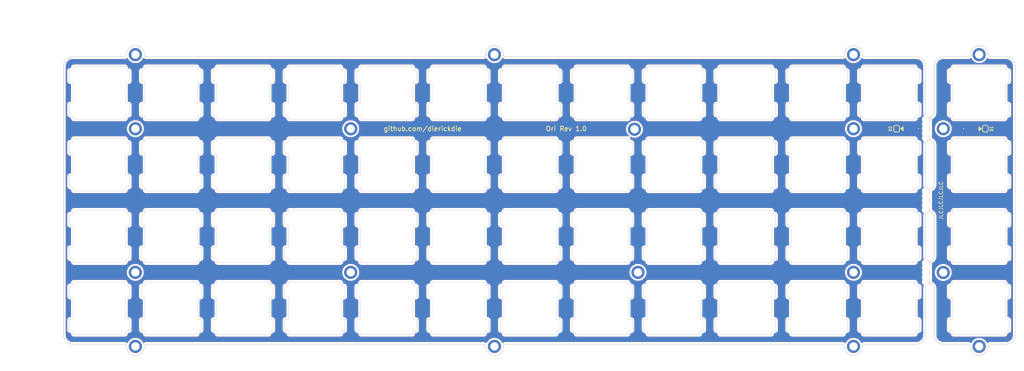
<source format=kicad_pcb>
(kicad_pcb (version 20171130) (host pcbnew "(5.1.10-1-10_14)")
  (layers (0 F.Cu signal) (31 B.Cu signal) (34 B.Paste user) (35 F.Paste user) (36 B.SilkS user) (37 F.SilkS user) (38 B.Mask user) (39 F.Mask user) (44 Edge.Cuts user))
  (net 0 "")
  (net 1 GND)
  (net 2 "Net-(D1-Pad1)")
  (net 3 GND1)
  (net 4 "Net-(D2-Pad1)")
  (module acheron_Hardware:MouseBite_IPC7351 (layer F.Cu) (at 375.04845 97.631692 90)
    (fp_text reference H19)
    (fp_text value MountingHole)
    (pad "" np_thru_hole circle (at 0 0 90) (size 0.8 0.8) (drill 0.8) (layers *.Cu *.Mask))
    (pad "" np_thru_hole circle (at 1.25 0 90) (size 0.8 0.8) (drill 0.8) (layers *.Cu *.Mask))
    (pad "" np_thru_hole circle (at 2.5 0 90) (size 0.8 0.8) (drill 0.8) (layers *.Cu *.Mask))
    (pad "" np_thru_hole circle (at -1.25 0 90) (size 0.8 0.8) (drill 0.8) (layers *.Cu *.Mask))
    (pad "" np_thru_hole circle (at -2.5 0 90) (size 0.8 0.8) (drill 0.8) (layers *.Cu *.Mask))
  )
  (module Keeb_footprints:D_SOD-123_modified (layer F.Cu) (at 369.12036 59.518904)
    (fp_text reference D2 (at -3.302 0 90) (layer F.SilkS) (effects (font (size 0.8 0.7))))
    (fp_text value DIODE)
    (pad 2 smd roundrect (at 1.65 0) (size 1 1.2) (layers F.Cu F.Paste F.Mask) (net 1 GND))
    (pad 1 smd roundrect (at -1.65 0) (size 1 1.2) (layers F.Cu F.Paste F.Mask) (net 4 "Net-(D2-Pad1)"))
  )
  (module random-keyboard-parts:Generic-Mounthole (layer F.Cu) (at 165.49757 97.63166)
    (fp_text reference H8)
    (fp_text value MountingHole)
    (pad 1 thru_hole circle (at 0 0) (size 3.5 3.5) (drill 2.2) (layers *.Cu *.Mask))
  )
  (module random-keyboard-parts:Generic-Mounthole (layer F.Cu) (at 165.523314 59.518904)
    (fp_text reference H9)
    (fp_text value MountingHole)
    (pad 1 thru_hole circle (at 0 0) (size 3.5 3.5) (drill 2.2) (layers *.Cu *.Mask))
  )
  (module random-keyboard-parts:Generic-Mounthole (layer F.Cu) (at 222.64781 59.5315)
    (fp_text reference H10)
    (fp_text value MountingHole)
    (pad 1 thru_hole circle (at 0 0) (size 3.5 3.5) (drill 2.2) (layers *.Cu *.Mask))
  )
  (module random-keyboard-parts:Generic-Mounthole (layer F.Cu) (at 222.64781 97.63166)
    (fp_text reference H11)
    (fp_text value MountingHole)
    (pad 1 thru_hole circle (at 0 0) (size 3.5 3.5) (drill 2.2) (layers *.Cu *.Mask))
  )
  (module random-keyboard-parts:Generic-Mounthole (layer F.Cu) (at 297.92 59.66)
    (fp_text reference H12)
    (fp_text value MountingHole)
    (pad 1 thru_hole circle (at 0 0) (size 3.5 3.5) (drill 2.2) (layers *.Cu *.Mask))
  )
  (module random-keyboard-parts:Generic-Mounthole (layer F.Cu) (at 298.84813 97.63166)
    (fp_text reference H13)
    (fp_text value MountingHole)
    (pad 1 thru_hole circle (at 0 0) (size 3.5 3.5) (drill 2.2) (layers *.Cu *.Mask))
  )
  (module random-keyboard-parts:Generic-Mounthole (layer F.Cu) (at 356.023474 59.518904)
    (fp_text reference H14)
    (fp_text value MountingHole)
    (pad 1 thru_hole circle (at 0 0) (size 3.5 3.5) (drill 2.2) (layers *.Cu *.Mask))
  )
  (module random-keyboard-parts:Generic-Mounthole (layer F.Cu) (at 356.023474 97.618936)
    (fp_text reference H15)
    (fp_text value MountingHole)
    (pad 1 thru_hole circle (at 0 0) (size 3.5 3.5) (drill 2.2) (layers *.Cu *.Mask))
  )
  (module acheron_Hardware:MouseBite_IPC7351 (layer F.Cu) (at 375.04845 78.58158 90)
    (fp_text reference H20)
    (fp_text value MountingHole)
    (pad "" np_thru_hole circle (at 0 0 90) (size 0.8 0.8) (drill 0.8) (layers *.Cu *.Mask))
    (pad "" np_thru_hole circle (at 1.25 0 90) (size 0.8 0.8) (drill 0.8) (layers *.Cu *.Mask))
    (pad "" np_thru_hole circle (at 2.5 0 90) (size 0.8 0.8) (drill 0.8) (layers *.Cu *.Mask))
    (pad "" np_thru_hole circle (at -1.25 0 90) (size 0.8 0.8) (drill 0.8) (layers *.Cu *.Mask))
    (pad "" np_thru_hole circle (at -2.5 0 90) (size 0.8 0.8) (drill 0.8) (layers *.Cu *.Mask))
  )
  (module acheron_Hardware:MouseBite_IPC7351 (layer F.Cu) (at 375.04845 59.518808 90)
    (fp_text reference H18)
    (fp_text value MountingHole)
    (pad "" np_thru_hole circle (at 0 0 90) (size 0.8 0.8) (drill 0.8) (layers *.Cu *.Mask))
    (pad "" np_thru_hole circle (at 1.25 0 90) (size 0.8 0.8) (drill 0.8) (layers *.Cu *.Mask))
    (pad "" np_thru_hole circle (at 2.5 0 90) (size 0.8 0.8) (drill 0.8) (layers *.Cu *.Mask))
    (pad "" np_thru_hole circle (at -1.25 0 90) (size 0.8 0.8) (drill 0.8) (layers *.Cu *.Mask))
    (pad "" np_thru_hole circle (at -2.5 0 90) (size 0.8 0.8) (drill 0.8) (layers *.Cu *.Mask))
  )
  (module random-keyboard-parts:Generic-Mounthole (layer F.Cu) (at 379.83633 59.51884)
    (fp_text reference H16)
    (fp_text value MountingHole)
    (pad 1 thru_hole circle (at 0 0) (size 3.5 3.5) (drill 2.2) (layers *.Cu *.Mask))
  )
  (module random-keyboard-parts:Generic-Mounthole (layer F.Cu) (at 379.83633 97.659743)
    (fp_text reference H7)
    (fp_text value MountingHole)
    (pad 1 thru_hole circle (at 0 0) (size 3.5 3.5) (drill 2.2) (layers *.Cu *.Mask))
  )
  (module Keeb_footprints:D_SOD-123_modified (layer F.Cu) (at 389.36137 59.51884 180)
    (fp_text reference D1 (at -3.302 0 90) (layer F.SilkS) (effects (font (size 0.8 0.7))))
    (fp_text value DIODE)
    (pad 2 smd roundrect (at 1.65 0 180) (size 1 1.2) (layers F.Cu F.Paste F.Mask) (net 3 GND1))
    (pad 1 smd roundrect (at -1.65 0 180) (size 1 1.2) (layers F.Cu F.Paste F.Mask) (net 2 "Net-(D1-Pad1)"))
  )
  (module random-keyboard-parts:Generic-Mounthole (layer F.Cu) (at 165.523314 39.873575)
    (fp_text reference H1)
    (fp_text value MountingHole)
    (pad 1 thru_hole circle (at 0 0) (size 3.5 3.5) (drill 2.2) (layers *.Cu *.Mask))
  )
  (module random-keyboard-parts:Generic-Mounthole (layer F.Cu) (at 165.523314 117.264265)
    (fp_text reference H2)
    (fp_text value MountingHole)
    (pad 1 thru_hole circle (at 0 0) (size 3.5 3.5) (drill 2.2) (layers *.Cu *.Mask))
  )
  (module random-keyboard-parts:Generic-Mounthole (layer F.Cu) (at 260.773394 39.873575)
    (fp_text reference H3)
    (fp_text value MountingHole)
    (pad 1 thru_hole circle (at 0 0) (size 3.5 3.5) (drill 2.2) (layers *.Cu *.Mask))
  )
  (module random-keyboard-parts:Generic-Mounthole (layer F.Cu) (at 260.773394 117.264265)
    (fp_text reference H4)
    (fp_text value MountingHole)
    (pad 1 thru_hole circle (at 0 0) (size 3.5 3.5) (drill 2.2) (layers *.Cu *.Mask))
  )
  (module random-keyboard-parts:Generic-Mounthole (layer F.Cu) (at 356.023474 39.873575)
    (fp_text reference H5)
    (fp_text value MountingHole)
    (pad 1 thru_hole circle (at 0 0) (size 3.5 3.5) (drill 2.2) (layers *.Cu *.Mask))
  )
  (module random-keyboard-parts:Generic-Mounthole (layer F.Cu) (at 356.023474 117.264265)
    (fp_text reference H6)
    (fp_text value MountingHole)
    (pad 1 thru_hole circle (at 0 0) (size 3.5 3.5) (drill 2.2) (layers *.Cu *.Mask))
  )
  (module random-keyboard-parts:Generic-Mounthole (layer F.Cu) (at 389.361002 39.873575)
    (fp_text reference H21)
    (fp_text value MountingHole)
    (pad 1 thru_hole circle (at 0 0) (size 3.5 3.5) (drill 2.2) (layers *.Cu *.Mask))
  )
  (module random-keyboard-parts:Generic-Mounthole (layer F.Cu) (at 389.361002 117.264265)
    (fp_text reference H22)
    (fp_text value MountingHole)
    (pad 1 thru_hole circle (at 0 0) (size 3.5 3.5) (drill 2.2) (layers *.Cu *.Mask))
  )
  (module Keeb_footprints:MX100_slot (layer F.Cu) (at 155.97253 50.00646)
    (fp_text reference U1)
    (fp_text value HOLE)
    (fp_line (start -8 -5.8) (end -8 -3.2) (layer Edge.Cuts) (width 0.1))
    (fp_line (start -7.3 -2.9) (end -7.7 -2.9) (layer Edge.Cuts) (width 0.1))
    (fp_line (start -7.8 -6) (end -7.3 -6) (layer Edge.Cuts) (width 0.1))
    (fp_line (start -7.8 2.9) (end -7.3 2.9) (layer Edge.Cuts) (width 0.1))
    (fp_line (start -8 3.1) (end -8 5.7) (layer Edge.Cuts) (width 0.1))
    (fp_line (start -7.3 6) (end -7.7 6) (layer Edge.Cuts) (width 0.1))
    (fp_line (start 7.3 2.9) (end 7.7 2.9) (layer Edge.Cuts) (width 0.1))
    (fp_line (start 8 5.8) (end 8 3.2) (layer Edge.Cuts) (width 0.1))
    (fp_line (start 7.8 6) (end 7.3 6) (layer Edge.Cuts) (width 0.1))
    (fp_line (start 7 -6.7) (end 7 -6.3) (layer Edge.Cuts) (width 0.1))
    (fp_line (start 7 2.6) (end 7 -2.6) (layer Edge.Cuts) (width 0.1))
    (fp_line (start 7.8 -2.9) (end 7.3 -2.9) (layer Edge.Cuts) (width 0.1))
    (fp_line (start 8 -3.1) (end 8 -5.7) (layer Edge.Cuts) (width 0.1))
    (fp_line (start 7.3 -6) (end 7.7 -6) (layer Edge.Cuts) (width 0.1))
    (fp_line (start 7 6.3) (end 7 6.7) (layer Edge.Cuts) (width 0.1))
    (fp_line (start -7 -6.3) (end -7 -6.7) (layer Edge.Cuts) (width 0.1))
    (fp_line (start -7 -2.6) (end -7 2.6) (layer Edge.Cuts) (width 0.1))
    (fp_line (start 6.7 -7) (end -6.7 -7) (layer Edge.Cuts) (width 0.1))
    (fp_line (start -7 6.7) (end -7 6.3) (layer Edge.Cuts) (width 0.1))
    (fp_line (start 6.7 7) (end -6.7 7) (layer Edge.Cuts) (width 0.1))
    (fp_arc (start -6.7 6.7) (end -7 6.7) (angle -90) (layer Edge.Cuts) (width 0.1))
    (fp_arc (start -6.7 -6.7) (end -6.7 -7) (angle -90) (layer Edge.Cuts) (width 0.1))
    (fp_arc (start 6.7 -6.7) (end 7 -6.7) (angle -90) (layer Edge.Cuts) (width 0.1))
    (fp_arc (start 7.8 -3.1) (end 7.8 -2.9) (angle -90) (layer Edge.Cuts) (width 0.1))
    (fp_arc (start 7.3 -2.6) (end 7.3 -2.9) (angle -90) (layer Edge.Cuts) (width 0.1))
    (fp_arc (start 6.7 6.7) (end 6.7 7) (angle -90) (layer Edge.Cuts) (width 0.1))
    (fp_arc (start 7.3 -6.3) (end 7 -6.3) (angle -90) (layer Edge.Cuts) (width 0.1))
    (fp_arc (start 7.7 -5.7) (end 8 -5.7) (angle -90) (layer Edge.Cuts) (width 0.1))
    (fp_arc (start 7.3 2.6) (end 7 2.6) (angle -90) (layer Edge.Cuts) (width 0.1))
    (fp_arc (start 7.7 3.2) (end 8 3.2) (angle -90) (layer Edge.Cuts) (width 0.1))
    (fp_arc (start 7.3 6.3) (end 7.3 6) (angle -90) (layer Edge.Cuts) (width 0.1))
    (fp_arc (start 7.8 5.8) (end 7.8 6) (angle -90) (layer Edge.Cuts) (width 0.1))
    (fp_arc (start -7.8 3.1) (end -7.8 2.9) (angle -90) (layer Edge.Cuts) (width 0.1))
    (fp_arc (start -7.3 2.6) (end -7.3 2.9) (angle -90) (layer Edge.Cuts) (width 0.1))
    (fp_arc (start -7.7 5.7) (end -8 5.7) (angle -90) (layer Edge.Cuts) (width 0.1))
    (fp_arc (start -7.3 6.3) (end -7 6.3) (angle -90) (layer Edge.Cuts) (width 0.1))
    (fp_arc (start -7.3 -6.3) (end -7.3 -6) (angle -90) (layer Edge.Cuts) (width 0.1))
    (fp_arc (start -7.3 -2.6) (end -7 -2.6) (angle -90) (layer Edge.Cuts) (width 0.1))
    (fp_arc (start -7.7 -3.2) (end -8 -3.2) (angle -90) (layer Edge.Cuts) (width 0.1))
    (fp_arc (start -7.8 -5.8) (end -7.8 -6) (angle -90) (layer Edge.Cuts) (width 0.1))
  )
  (module Keeb_footprints:MX100_slot (layer F.Cu) (at 175.02261 50.00646)
    (fp_text reference U2)
    (fp_text value HOLE)
    (fp_line (start -8 -5.8) (end -8 -3.2) (layer Edge.Cuts) (width 0.1))
    (fp_line (start -7.3 -2.9) (end -7.7 -2.9) (layer Edge.Cuts) (width 0.1))
    (fp_line (start -7.8 -6) (end -7.3 -6) (layer Edge.Cuts) (width 0.1))
    (fp_line (start -7.8 2.9) (end -7.3 2.9) (layer Edge.Cuts) (width 0.1))
    (fp_line (start -8 3.1) (end -8 5.7) (layer Edge.Cuts) (width 0.1))
    (fp_line (start -7.3 6) (end -7.7 6) (layer Edge.Cuts) (width 0.1))
    (fp_line (start 7.3 2.9) (end 7.7 2.9) (layer Edge.Cuts) (width 0.1))
    (fp_line (start 8 5.8) (end 8 3.2) (layer Edge.Cuts) (width 0.1))
    (fp_line (start 7.8 6) (end 7.3 6) (layer Edge.Cuts) (width 0.1))
    (fp_line (start 7 -6.7) (end 7 -6.3) (layer Edge.Cuts) (width 0.1))
    (fp_line (start 7 2.6) (end 7 -2.6) (layer Edge.Cuts) (width 0.1))
    (fp_line (start 7.8 -2.9) (end 7.3 -2.9) (layer Edge.Cuts) (width 0.1))
    (fp_line (start 8 -3.1) (end 8 -5.7) (layer Edge.Cuts) (width 0.1))
    (fp_line (start 7.3 -6) (end 7.7 -6) (layer Edge.Cuts) (width 0.1))
    (fp_line (start 7 6.3) (end 7 6.7) (layer Edge.Cuts) (width 0.1))
    (fp_line (start -7 -6.3) (end -7 -6.7) (layer Edge.Cuts) (width 0.1))
    (fp_line (start -7 -2.6) (end -7 2.6) (layer Edge.Cuts) (width 0.1))
    (fp_line (start 6.7 -7) (end -6.7 -7) (layer Edge.Cuts) (width 0.1))
    (fp_line (start -7 6.7) (end -7 6.3) (layer Edge.Cuts) (width 0.1))
    (fp_line (start 6.7 7) (end -6.7 7) (layer Edge.Cuts) (width 0.1))
    (fp_arc (start -6.7 6.7) (end -7 6.7) (angle -90) (layer Edge.Cuts) (width 0.1))
    (fp_arc (start -6.7 -6.7) (end -6.7 -7) (angle -90) (layer Edge.Cuts) (width 0.1))
    (fp_arc (start 6.7 -6.7) (end 7 -6.7) (angle -90) (layer Edge.Cuts) (width 0.1))
    (fp_arc (start 7.8 -3.1) (end 7.8 -2.9) (angle -90) (layer Edge.Cuts) (width 0.1))
    (fp_arc (start 7.3 -2.6) (end 7.3 -2.9) (angle -90) (layer Edge.Cuts) (width 0.1))
    (fp_arc (start 6.7 6.7) (end 6.7 7) (angle -90) (layer Edge.Cuts) (width 0.1))
    (fp_arc (start 7.3 -6.3) (end 7 -6.3) (angle -90) (layer Edge.Cuts) (width 0.1))
    (fp_arc (start 7.7 -5.7) (end 8 -5.7) (angle -90) (layer Edge.Cuts) (width 0.1))
    (fp_arc (start 7.3 2.6) (end 7 2.6) (angle -90) (layer Edge.Cuts) (width 0.1))
    (fp_arc (start 7.7 3.2) (end 8 3.2) (angle -90) (layer Edge.Cuts) (width 0.1))
    (fp_arc (start 7.3 6.3) (end 7.3 6) (angle -90) (layer Edge.Cuts) (width 0.1))
    (fp_arc (start 7.8 5.8) (end 7.8 6) (angle -90) (layer Edge.Cuts) (width 0.1))
    (fp_arc (start -7.8 3.1) (end -7.8 2.9) (angle -90) (layer Edge.Cuts) (width 0.1))
    (fp_arc (start -7.3 2.6) (end -7.3 2.9) (angle -90) (layer Edge.Cuts) (width 0.1))
    (fp_arc (start -7.7 5.7) (end -8 5.7) (angle -90) (layer Edge.Cuts) (width 0.1))
    (fp_arc (start -7.3 6.3) (end -7 6.3) (angle -90) (layer Edge.Cuts) (width 0.1))
    (fp_arc (start -7.3 -6.3) (end -7.3 -6) (angle -90) (layer Edge.Cuts) (width 0.1))
    (fp_arc (start -7.3 -2.6) (end -7 -2.6) (angle -90) (layer Edge.Cuts) (width 0.1))
    (fp_arc (start -7.7 -3.2) (end -8 -3.2) (angle -90) (layer Edge.Cuts) (width 0.1))
    (fp_arc (start -7.8 -5.8) (end -7.8 -6) (angle -90) (layer Edge.Cuts) (width 0.1))
  )
  (module Keeb_footprints:MX100_slot (layer F.Cu) (at 194.07269 50.00646)
    (fp_text reference U3)
    (fp_text value HOLE)
    (fp_line (start -8 -5.8) (end -8 -3.2) (layer Edge.Cuts) (width 0.1))
    (fp_line (start -7.3 -2.9) (end -7.7 -2.9) (layer Edge.Cuts) (width 0.1))
    (fp_line (start -7.8 -6) (end -7.3 -6) (layer Edge.Cuts) (width 0.1))
    (fp_line (start -7.8 2.9) (end -7.3 2.9) (layer Edge.Cuts) (width 0.1))
    (fp_line (start -8 3.1) (end -8 5.7) (layer Edge.Cuts) (width 0.1))
    (fp_line (start -7.3 6) (end -7.7 6) (layer Edge.Cuts) (width 0.1))
    (fp_line (start 7.3 2.9) (end 7.7 2.9) (layer Edge.Cuts) (width 0.1))
    (fp_line (start 8 5.8) (end 8 3.2) (layer Edge.Cuts) (width 0.1))
    (fp_line (start 7.8 6) (end 7.3 6) (layer Edge.Cuts) (width 0.1))
    (fp_line (start 7 -6.7) (end 7 -6.3) (layer Edge.Cuts) (width 0.1))
    (fp_line (start 7 2.6) (end 7 -2.6) (layer Edge.Cuts) (width 0.1))
    (fp_line (start 7.8 -2.9) (end 7.3 -2.9) (layer Edge.Cuts) (width 0.1))
    (fp_line (start 8 -3.1) (end 8 -5.7) (layer Edge.Cuts) (width 0.1))
    (fp_line (start 7.3 -6) (end 7.7 -6) (layer Edge.Cuts) (width 0.1))
    (fp_line (start 7 6.3) (end 7 6.7) (layer Edge.Cuts) (width 0.1))
    (fp_line (start -7 -6.3) (end -7 -6.7) (layer Edge.Cuts) (width 0.1))
    (fp_line (start -7 -2.6) (end -7 2.6) (layer Edge.Cuts) (width 0.1))
    (fp_line (start 6.7 -7) (end -6.7 -7) (layer Edge.Cuts) (width 0.1))
    (fp_line (start -7 6.7) (end -7 6.3) (layer Edge.Cuts) (width 0.1))
    (fp_line (start 6.7 7) (end -6.7 7) (layer Edge.Cuts) (width 0.1))
    (fp_arc (start -6.7 6.7) (end -7 6.7) (angle -90) (layer Edge.Cuts) (width 0.1))
    (fp_arc (start -6.7 -6.7) (end -6.7 -7) (angle -90) (layer Edge.Cuts) (width 0.1))
    (fp_arc (start 6.7 -6.7) (end 7 -6.7) (angle -90) (layer Edge.Cuts) (width 0.1))
    (fp_arc (start 7.8 -3.1) (end 7.8 -2.9) (angle -90) (layer Edge.Cuts) (width 0.1))
    (fp_arc (start 7.3 -2.6) (end 7.3 -2.9) (angle -90) (layer Edge.Cuts) (width 0.1))
    (fp_arc (start 6.7 6.7) (end 6.7 7) (angle -90) (layer Edge.Cuts) (width 0.1))
    (fp_arc (start 7.3 -6.3) (end 7 -6.3) (angle -90) (layer Edge.Cuts) (width 0.1))
    (fp_arc (start 7.7 -5.7) (end 8 -5.7) (angle -90) (layer Edge.Cuts) (width 0.1))
    (fp_arc (start 7.3 2.6) (end 7 2.6) (angle -90) (layer Edge.Cuts) (width 0.1))
    (fp_arc (start 7.7 3.2) (end 8 3.2) (angle -90) (layer Edge.Cuts) (width 0.1))
    (fp_arc (start 7.3 6.3) (end 7.3 6) (angle -90) (layer Edge.Cuts) (width 0.1))
    (fp_arc (start 7.8 5.8) (end 7.8 6) (angle -90) (layer Edge.Cuts) (width 0.1))
    (fp_arc (start -7.8 3.1) (end -7.8 2.9) (angle -90) (layer Edge.Cuts) (width 0.1))
    (fp_arc (start -7.3 2.6) (end -7.3 2.9) (angle -90) (layer Edge.Cuts) (width 0.1))
    (fp_arc (start -7.7 5.7) (end -8 5.7) (angle -90) (layer Edge.Cuts) (width 0.1))
    (fp_arc (start -7.3 6.3) (end -7 6.3) (angle -90) (layer Edge.Cuts) (width 0.1))
    (fp_arc (start -7.3 -6.3) (end -7.3 -6) (angle -90) (layer Edge.Cuts) (width 0.1))
    (fp_arc (start -7.3 -2.6) (end -7 -2.6) (angle -90) (layer Edge.Cuts) (width 0.1))
    (fp_arc (start -7.7 -3.2) (end -8 -3.2) (angle -90) (layer Edge.Cuts) (width 0.1))
    (fp_arc (start -7.8 -5.8) (end -7.8 -6) (angle -90) (layer Edge.Cuts) (width 0.1))
  )
  (module Keeb_footprints:MX100_slot (layer F.Cu) (at 213.12277 50.00646)
    (fp_text reference U4)
    (fp_text value HOLE)
    (fp_line (start -8 -5.8) (end -8 -3.2) (layer Edge.Cuts) (width 0.1))
    (fp_line (start -7.3 -2.9) (end -7.7 -2.9) (layer Edge.Cuts) (width 0.1))
    (fp_line (start -7.8 -6) (end -7.3 -6) (layer Edge.Cuts) (width 0.1))
    (fp_line (start -7.8 2.9) (end -7.3 2.9) (layer Edge.Cuts) (width 0.1))
    (fp_line (start -8 3.1) (end -8 5.7) (layer Edge.Cuts) (width 0.1))
    (fp_line (start -7.3 6) (end -7.7 6) (layer Edge.Cuts) (width 0.1))
    (fp_line (start 7.3 2.9) (end 7.7 2.9) (layer Edge.Cuts) (width 0.1))
    (fp_line (start 8 5.8) (end 8 3.2) (layer Edge.Cuts) (width 0.1))
    (fp_line (start 7.8 6) (end 7.3 6) (layer Edge.Cuts) (width 0.1))
    (fp_line (start 7 -6.7) (end 7 -6.3) (layer Edge.Cuts) (width 0.1))
    (fp_line (start 7 2.6) (end 7 -2.6) (layer Edge.Cuts) (width 0.1))
    (fp_line (start 7.8 -2.9) (end 7.3 -2.9) (layer Edge.Cuts) (width 0.1))
    (fp_line (start 8 -3.1) (end 8 -5.7) (layer Edge.Cuts) (width 0.1))
    (fp_line (start 7.3 -6) (end 7.7 -6) (layer Edge.Cuts) (width 0.1))
    (fp_line (start 7 6.3) (end 7 6.7) (layer Edge.Cuts) (width 0.1))
    (fp_line (start -7 -6.3) (end -7 -6.7) (layer Edge.Cuts) (width 0.1))
    (fp_line (start -7 -2.6) (end -7 2.6) (layer Edge.Cuts) (width 0.1))
    (fp_line (start 6.7 -7) (end -6.7 -7) (layer Edge.Cuts) (width 0.1))
    (fp_line (start -7 6.7) (end -7 6.3) (layer Edge.Cuts) (width 0.1))
    (fp_line (start 6.7 7) (end -6.7 7) (layer Edge.Cuts) (width 0.1))
    (fp_arc (start -6.7 6.7) (end -7 6.7) (angle -90) (layer Edge.Cuts) (width 0.1))
    (fp_arc (start -6.7 -6.7) (end -6.7 -7) (angle -90) (layer Edge.Cuts) (width 0.1))
    (fp_arc (start 6.7 -6.7) (end 7 -6.7) (angle -90) (layer Edge.Cuts) (width 0.1))
    (fp_arc (start 7.8 -3.1) (end 7.8 -2.9) (angle -90) (layer Edge.Cuts) (width 0.1))
    (fp_arc (start 7.3 -2.6) (end 7.3 -2.9) (angle -90) (layer Edge.Cuts) (width 0.1))
    (fp_arc (start 6.7 6.7) (end 6.7 7) (angle -90) (layer Edge.Cuts) (width 0.1))
    (fp_arc (start 7.3 -6.3) (end 7 -6.3) (angle -90) (layer Edge.Cuts) (width 0.1))
    (fp_arc (start 7.7 -5.7) (end 8 -5.7) (angle -90) (layer Edge.Cuts) (width 0.1))
    (fp_arc (start 7.3 2.6) (end 7 2.6) (angle -90) (layer Edge.Cuts) (width 0.1))
    (fp_arc (start 7.7 3.2) (end 8 3.2) (angle -90) (layer Edge.Cuts) (width 0.1))
    (fp_arc (start 7.3 6.3) (end 7.3 6) (angle -90) (layer Edge.Cuts) (width 0.1))
    (fp_arc (start 7.8 5.8) (end 7.8 6) (angle -90) (layer Edge.Cuts) (width 0.1))
    (fp_arc (start -7.8 3.1) (end -7.8 2.9) (angle -90) (layer Edge.Cuts) (width 0.1))
    (fp_arc (start -7.3 2.6) (end -7.3 2.9) (angle -90) (layer Edge.Cuts) (width 0.1))
    (fp_arc (start -7.7 5.7) (end -8 5.7) (angle -90) (layer Edge.Cuts) (width 0.1))
    (fp_arc (start -7.3 6.3) (end -7 6.3) (angle -90) (layer Edge.Cuts) (width 0.1))
    (fp_arc (start -7.3 -6.3) (end -7.3 -6) (angle -90) (layer Edge.Cuts) (width 0.1))
    (fp_arc (start -7.3 -2.6) (end -7 -2.6) (angle -90) (layer Edge.Cuts) (width 0.1))
    (fp_arc (start -7.7 -3.2) (end -8 -3.2) (angle -90) (layer Edge.Cuts) (width 0.1))
    (fp_arc (start -7.8 -5.8) (end -7.8 -6) (angle -90) (layer Edge.Cuts) (width 0.1))
  )
  (module Keeb_footprints:MX100_slot (layer F.Cu) (at 232.17285 50.00646)
    (fp_text reference U5)
    (fp_text value HOLE)
    (fp_line (start -8 -5.8) (end -8 -3.2) (layer Edge.Cuts) (width 0.1))
    (fp_line (start -7.3 -2.9) (end -7.7 -2.9) (layer Edge.Cuts) (width 0.1))
    (fp_line (start -7.8 -6) (end -7.3 -6) (layer Edge.Cuts) (width 0.1))
    (fp_line (start -7.8 2.9) (end -7.3 2.9) (layer Edge.Cuts) (width 0.1))
    (fp_line (start -8 3.1) (end -8 5.7) (layer Edge.Cuts) (width 0.1))
    (fp_line (start -7.3 6) (end -7.7 6) (layer Edge.Cuts) (width 0.1))
    (fp_line (start 7.3 2.9) (end 7.7 2.9) (layer Edge.Cuts) (width 0.1))
    (fp_line (start 8 5.8) (end 8 3.2) (layer Edge.Cuts) (width 0.1))
    (fp_line (start 7.8 6) (end 7.3 6) (layer Edge.Cuts) (width 0.1))
    (fp_line (start 7 -6.7) (end 7 -6.3) (layer Edge.Cuts) (width 0.1))
    (fp_line (start 7 2.6) (end 7 -2.6) (layer Edge.Cuts) (width 0.1))
    (fp_line (start 7.8 -2.9) (end 7.3 -2.9) (layer Edge.Cuts) (width 0.1))
    (fp_line (start 8 -3.1) (end 8 -5.7) (layer Edge.Cuts) (width 0.1))
    (fp_line (start 7.3 -6) (end 7.7 -6) (layer Edge.Cuts) (width 0.1))
    (fp_line (start 7 6.3) (end 7 6.7) (layer Edge.Cuts) (width 0.1))
    (fp_line (start -7 -6.3) (end -7 -6.7) (layer Edge.Cuts) (width 0.1))
    (fp_line (start -7 -2.6) (end -7 2.6) (layer Edge.Cuts) (width 0.1))
    (fp_line (start 6.7 -7) (end -6.7 -7) (layer Edge.Cuts) (width 0.1))
    (fp_line (start -7 6.7) (end -7 6.3) (layer Edge.Cuts) (width 0.1))
    (fp_line (start 6.7 7) (end -6.7 7) (layer Edge.Cuts) (width 0.1))
    (fp_arc (start -6.7 6.7) (end -7 6.7) (angle -90) (layer Edge.Cuts) (width 0.1))
    (fp_arc (start -6.7 -6.7) (end -6.7 -7) (angle -90) (layer Edge.Cuts) (width 0.1))
    (fp_arc (start 6.7 -6.7) (end 7 -6.7) (angle -90) (layer Edge.Cuts) (width 0.1))
    (fp_arc (start 7.8 -3.1) (end 7.8 -2.9) (angle -90) (layer Edge.Cuts) (width 0.1))
    (fp_arc (start 7.3 -2.6) (end 7.3 -2.9) (angle -90) (layer Edge.Cuts) (width 0.1))
    (fp_arc (start 6.7 6.7) (end 6.7 7) (angle -90) (layer Edge.Cuts) (width 0.1))
    (fp_arc (start 7.3 -6.3) (end 7 -6.3) (angle -90) (layer Edge.Cuts) (width 0.1))
    (fp_arc (start 7.7 -5.7) (end 8 -5.7) (angle -90) (layer Edge.Cuts) (width 0.1))
    (fp_arc (start 7.3 2.6) (end 7 2.6) (angle -90) (layer Edge.Cuts) (width 0.1))
    (fp_arc (start 7.7 3.2) (end 8 3.2) (angle -90) (layer Edge.Cuts) (width 0.1))
    (fp_arc (start 7.3 6.3) (end 7.3 6) (angle -90) (layer Edge.Cuts) (width 0.1))
    (fp_arc (start 7.8 5.8) (end 7.8 6) (angle -90) (layer Edge.Cuts) (width 0.1))
    (fp_arc (start -7.8 3.1) (end -7.8 2.9) (angle -90) (layer Edge.Cuts) (width 0.1))
    (fp_arc (start -7.3 2.6) (end -7.3 2.9) (angle -90) (layer Edge.Cuts) (width 0.1))
    (fp_arc (start -7.7 5.7) (end -8 5.7) (angle -90) (layer Edge.Cuts) (width 0.1))
    (fp_arc (start -7.3 6.3) (end -7 6.3) (angle -90) (layer Edge.Cuts) (width 0.1))
    (fp_arc (start -7.3 -6.3) (end -7.3 -6) (angle -90) (layer Edge.Cuts) (width 0.1))
    (fp_arc (start -7.3 -2.6) (end -7 -2.6) (angle -90) (layer Edge.Cuts) (width 0.1))
    (fp_arc (start -7.7 -3.2) (end -8 -3.2) (angle -90) (layer Edge.Cuts) (width 0.1))
    (fp_arc (start -7.8 -5.8) (end -7.8 -6) (angle -90) (layer Edge.Cuts) (width 0.1))
  )
  (module Keeb_footprints:MX100_slot (layer F.Cu) (at 251.22293 50.00646)
    (fp_text reference U6)
    (fp_text value HOLE)
    (fp_line (start -8 -5.8) (end -8 -3.2) (layer Edge.Cuts) (width 0.1))
    (fp_line (start -7.3 -2.9) (end -7.7 -2.9) (layer Edge.Cuts) (width 0.1))
    (fp_line (start -7.8 -6) (end -7.3 -6) (layer Edge.Cuts) (width 0.1))
    (fp_line (start -7.8 2.9) (end -7.3 2.9) (layer Edge.Cuts) (width 0.1))
    (fp_line (start -8 3.1) (end -8 5.7) (layer Edge.Cuts) (width 0.1))
    (fp_line (start -7.3 6) (end -7.7 6) (layer Edge.Cuts) (width 0.1))
    (fp_line (start 7.3 2.9) (end 7.7 2.9) (layer Edge.Cuts) (width 0.1))
    (fp_line (start 8 5.8) (end 8 3.2) (layer Edge.Cuts) (width 0.1))
    (fp_line (start 7.8 6) (end 7.3 6) (layer Edge.Cuts) (width 0.1))
    (fp_line (start 7 -6.7) (end 7 -6.3) (layer Edge.Cuts) (width 0.1))
    (fp_line (start 7 2.6) (end 7 -2.6) (layer Edge.Cuts) (width 0.1))
    (fp_line (start 7.8 -2.9) (end 7.3 -2.9) (layer Edge.Cuts) (width 0.1))
    (fp_line (start 8 -3.1) (end 8 -5.7) (layer Edge.Cuts) (width 0.1))
    (fp_line (start 7.3 -6) (end 7.7 -6) (layer Edge.Cuts) (width 0.1))
    (fp_line (start 7 6.3) (end 7 6.7) (layer Edge.Cuts) (width 0.1))
    (fp_line (start -7 -6.3) (end -7 -6.7) (layer Edge.Cuts) (width 0.1))
    (fp_line (start -7 -2.6) (end -7 2.6) (layer Edge.Cuts) (width 0.1))
    (fp_line (start 6.7 -7) (end -6.7 -7) (layer Edge.Cuts) (width 0.1))
    (fp_line (start -7 6.7) (end -7 6.3) (layer Edge.Cuts) (width 0.1))
    (fp_line (start 6.7 7) (end -6.7 7) (layer Edge.Cuts) (width 0.1))
    (fp_arc (start -6.7 6.7) (end -7 6.7) (angle -90) (layer Edge.Cuts) (width 0.1))
    (fp_arc (start -6.7 -6.7) (end -6.7 -7) (angle -90) (layer Edge.Cuts) (width 0.1))
    (fp_arc (start 6.7 -6.7) (end 7 -6.7) (angle -90) (layer Edge.Cuts) (width 0.1))
    (fp_arc (start 7.8 -3.1) (end 7.8 -2.9) (angle -90) (layer Edge.Cuts) (width 0.1))
    (fp_arc (start 7.3 -2.6) (end 7.3 -2.9) (angle -90) (layer Edge.Cuts) (width 0.1))
    (fp_arc (start 6.7 6.7) (end 6.7 7) (angle -90) (layer Edge.Cuts) (width 0.1))
    (fp_arc (start 7.3 -6.3) (end 7 -6.3) (angle -90) (layer Edge.Cuts) (width 0.1))
    (fp_arc (start 7.7 -5.7) (end 8 -5.7) (angle -90) (layer Edge.Cuts) (width 0.1))
    (fp_arc (start 7.3 2.6) (end 7 2.6) (angle -90) (layer Edge.Cuts) (width 0.1))
    (fp_arc (start 7.7 3.2) (end 8 3.2) (angle -90) (layer Edge.Cuts) (width 0.1))
    (fp_arc (start 7.3 6.3) (end 7.3 6) (angle -90) (layer Edge.Cuts) (width 0.1))
    (fp_arc (start 7.8 5.8) (end 7.8 6) (angle -90) (layer Edge.Cuts) (width 0.1))
    (fp_arc (start -7.8 3.1) (end -7.8 2.9) (angle -90) (layer Edge.Cuts) (width 0.1))
    (fp_arc (start -7.3 2.6) (end -7.3 2.9) (angle -90) (layer Edge.Cuts) (width 0.1))
    (fp_arc (start -7.7 5.7) (end -8 5.7) (angle -90) (layer Edge.Cuts) (width 0.1))
    (fp_arc (start -7.3 6.3) (end -7 6.3) (angle -90) (layer Edge.Cuts) (width 0.1))
    (fp_arc (start -7.3 -6.3) (end -7.3 -6) (angle -90) (layer Edge.Cuts) (width 0.1))
    (fp_arc (start -7.3 -2.6) (end -7 -2.6) (angle -90) (layer Edge.Cuts) (width 0.1))
    (fp_arc (start -7.7 -3.2) (end -8 -3.2) (angle -90) (layer Edge.Cuts) (width 0.1))
    (fp_arc (start -7.8 -5.8) (end -7.8 -6) (angle -90) (layer Edge.Cuts) (width 0.1))
  )
  (module Keeb_footprints:MX100_slot (layer F.Cu) (at 270.27301 50.00646)
    (fp_text reference U7)
    (fp_text value HOLE)
    (fp_line (start -8 -5.8) (end -8 -3.2) (layer Edge.Cuts) (width 0.1))
    (fp_line (start -7.3 -2.9) (end -7.7 -2.9) (layer Edge.Cuts) (width 0.1))
    (fp_line (start -7.8 -6) (end -7.3 -6) (layer Edge.Cuts) (width 0.1))
    (fp_line (start -7.8 2.9) (end -7.3 2.9) (layer Edge.Cuts) (width 0.1))
    (fp_line (start -8 3.1) (end -8 5.7) (layer Edge.Cuts) (width 0.1))
    (fp_line (start -7.3 6) (end -7.7 6) (layer Edge.Cuts) (width 0.1))
    (fp_line (start 7.3 2.9) (end 7.7 2.9) (layer Edge.Cuts) (width 0.1))
    (fp_line (start 8 5.8) (end 8 3.2) (layer Edge.Cuts) (width 0.1))
    (fp_line (start 7.8 6) (end 7.3 6) (layer Edge.Cuts) (width 0.1))
    (fp_line (start 7 -6.7) (end 7 -6.3) (layer Edge.Cuts) (width 0.1))
    (fp_line (start 7 2.6) (end 7 -2.6) (layer Edge.Cuts) (width 0.1))
    (fp_line (start 7.8 -2.9) (end 7.3 -2.9) (layer Edge.Cuts) (width 0.1))
    (fp_line (start 8 -3.1) (end 8 -5.7) (layer Edge.Cuts) (width 0.1))
    (fp_line (start 7.3 -6) (end 7.7 -6) (layer Edge.Cuts) (width 0.1))
    (fp_line (start 7 6.3) (end 7 6.7) (layer Edge.Cuts) (width 0.1))
    (fp_line (start -7 -6.3) (end -7 -6.7) (layer Edge.Cuts) (width 0.1))
    (fp_line (start -7 -2.6) (end -7 2.6) (layer Edge.Cuts) (width 0.1))
    (fp_line (start 6.7 -7) (end -6.7 -7) (layer Edge.Cuts) (width 0.1))
    (fp_line (start -7 6.7) (end -7 6.3) (layer Edge.Cuts) (width 0.1))
    (fp_line (start 6.7 7) (end -6.7 7) (layer Edge.Cuts) (width 0.1))
    (fp_arc (start -6.7 6.7) (end -7 6.7) (angle -90) (layer Edge.Cuts) (width 0.1))
    (fp_arc (start -6.7 -6.7) (end -6.7 -7) (angle -90) (layer Edge.Cuts) (width 0.1))
    (fp_arc (start 6.7 -6.7) (end 7 -6.7) (angle -90) (layer Edge.Cuts) (width 0.1))
    (fp_arc (start 7.8 -3.1) (end 7.8 -2.9) (angle -90) (layer Edge.Cuts) (width 0.1))
    (fp_arc (start 7.3 -2.6) (end 7.3 -2.9) (angle -90) (layer Edge.Cuts) (width 0.1))
    (fp_arc (start 6.7 6.7) (end 6.7 7) (angle -90) (layer Edge.Cuts) (width 0.1))
    (fp_arc (start 7.3 -6.3) (end 7 -6.3) (angle -90) (layer Edge.Cuts) (width 0.1))
    (fp_arc (start 7.7 -5.7) (end 8 -5.7) (angle -90) (layer Edge.Cuts) (width 0.1))
    (fp_arc (start 7.3 2.6) (end 7 2.6) (angle -90) (layer Edge.Cuts) (width 0.1))
    (fp_arc (start 7.7 3.2) (end 8 3.2) (angle -90) (layer Edge.Cuts) (width 0.1))
    (fp_arc (start 7.3 6.3) (end 7.3 6) (angle -90) (layer Edge.Cuts) (width 0.1))
    (fp_arc (start 7.8 5.8) (end 7.8 6) (angle -90) (layer Edge.Cuts) (width 0.1))
    (fp_arc (start -7.8 3.1) (end -7.8 2.9) (angle -90) (layer Edge.Cuts) (width 0.1))
    (fp_arc (start -7.3 2.6) (end -7.3 2.9) (angle -90) (layer Edge.Cuts) (width 0.1))
    (fp_arc (start -7.7 5.7) (end -8 5.7) (angle -90) (layer Edge.Cuts) (width 0.1))
    (fp_arc (start -7.3 6.3) (end -7 6.3) (angle -90) (layer Edge.Cuts) (width 0.1))
    (fp_arc (start -7.3 -6.3) (end -7.3 -6) (angle -90) (layer Edge.Cuts) (width 0.1))
    (fp_arc (start -7.3 -2.6) (end -7 -2.6) (angle -90) (layer Edge.Cuts) (width 0.1))
    (fp_arc (start -7.7 -3.2) (end -8 -3.2) (angle -90) (layer Edge.Cuts) (width 0.1))
    (fp_arc (start -7.8 -5.8) (end -7.8 -6) (angle -90) (layer Edge.Cuts) (width 0.1))
  )
  (module Keeb_footprints:MX100_slot (layer F.Cu) (at 289.32309 50.00646)
    (fp_text reference U8)
    (fp_text value HOLE)
    (fp_line (start -8 -5.8) (end -8 -3.2) (layer Edge.Cuts) (width 0.1))
    (fp_line (start -7.3 -2.9) (end -7.7 -2.9) (layer Edge.Cuts) (width 0.1))
    (fp_line (start -7.8 -6) (end -7.3 -6) (layer Edge.Cuts) (width 0.1))
    (fp_line (start -7.8 2.9) (end -7.3 2.9) (layer Edge.Cuts) (width 0.1))
    (fp_line (start -8 3.1) (end -8 5.7) (layer Edge.Cuts) (width 0.1))
    (fp_line (start -7.3 6) (end -7.7 6) (layer Edge.Cuts) (width 0.1))
    (fp_line (start 7.3 2.9) (end 7.7 2.9) (layer Edge.Cuts) (width 0.1))
    (fp_line (start 8 5.8) (end 8 3.2) (layer Edge.Cuts) (width 0.1))
    (fp_line (start 7.8 6) (end 7.3 6) (layer Edge.Cuts) (width 0.1))
    (fp_line (start 7 -6.7) (end 7 -6.3) (layer Edge.Cuts) (width 0.1))
    (fp_line (start 7 2.6) (end 7 -2.6) (layer Edge.Cuts) (width 0.1))
    (fp_line (start 7.8 -2.9) (end 7.3 -2.9) (layer Edge.Cuts) (width 0.1))
    (fp_line (start 8 -3.1) (end 8 -5.7) (layer Edge.Cuts) (width 0.1))
    (fp_line (start 7.3 -6) (end 7.7 -6) (layer Edge.Cuts) (width 0.1))
    (fp_line (start 7 6.3) (end 7 6.7) (layer Edge.Cuts) (width 0.1))
    (fp_line (start -7 -6.3) (end -7 -6.7) (layer Edge.Cuts) (width 0.1))
    (fp_line (start -7 -2.6) (end -7 2.6) (layer Edge.Cuts) (width 0.1))
    (fp_line (start 6.7 -7) (end -6.7 -7) (layer Edge.Cuts) (width 0.1))
    (fp_line (start -7 6.7) (end -7 6.3) (layer Edge.Cuts) (width 0.1))
    (fp_line (start 6.7 7) (end -6.7 7) (layer Edge.Cuts) (width 0.1))
    (fp_arc (start -6.7 6.7) (end -7 6.7) (angle -90) (layer Edge.Cuts) (width 0.1))
    (fp_arc (start -6.7 -6.7) (end -6.7 -7) (angle -90) (layer Edge.Cuts) (width 0.1))
    (fp_arc (start 6.7 -6.7) (end 7 -6.7) (angle -90) (layer Edge.Cuts) (width 0.1))
    (fp_arc (start 7.8 -3.1) (end 7.8 -2.9) (angle -90) (layer Edge.Cuts) (width 0.1))
    (fp_arc (start 7.3 -2.6) (end 7.3 -2.9) (angle -90) (layer Edge.Cuts) (width 0.1))
    (fp_arc (start 6.7 6.7) (end 6.7 7) (angle -90) (layer Edge.Cuts) (width 0.1))
    (fp_arc (start 7.3 -6.3) (end 7 -6.3) (angle -90) (layer Edge.Cuts) (width 0.1))
    (fp_arc (start 7.7 -5.7) (end 8 -5.7) (angle -90) (layer Edge.Cuts) (width 0.1))
    (fp_arc (start 7.3 2.6) (end 7 2.6) (angle -90) (layer Edge.Cuts) (width 0.1))
    (fp_arc (start 7.7 3.2) (end 8 3.2) (angle -90) (layer Edge.Cuts) (width 0.1))
    (fp_arc (start 7.3 6.3) (end 7.3 6) (angle -90) (layer Edge.Cuts) (width 0.1))
    (fp_arc (start 7.8 5.8) (end 7.8 6) (angle -90) (layer Edge.Cuts) (width 0.1))
    (fp_arc (start -7.8 3.1) (end -7.8 2.9) (angle -90) (layer Edge.Cuts) (width 0.1))
    (fp_arc (start -7.3 2.6) (end -7.3 2.9) (angle -90) (layer Edge.Cuts) (width 0.1))
    (fp_arc (start -7.7 5.7) (end -8 5.7) (angle -90) (layer Edge.Cuts) (width 0.1))
    (fp_arc (start -7.3 6.3) (end -7 6.3) (angle -90) (layer Edge.Cuts) (width 0.1))
    (fp_arc (start -7.3 -6.3) (end -7.3 -6) (angle -90) (layer Edge.Cuts) (width 0.1))
    (fp_arc (start -7.3 -2.6) (end -7 -2.6) (angle -90) (layer Edge.Cuts) (width 0.1))
    (fp_arc (start -7.7 -3.2) (end -8 -3.2) (angle -90) (layer Edge.Cuts) (width 0.1))
    (fp_arc (start -7.8 -5.8) (end -7.8 -6) (angle -90) (layer Edge.Cuts) (width 0.1))
  )
  (module Keeb_footprints:MX100_slot (layer F.Cu) (at 308.37317 50.00646)
    (fp_text reference U9)
    (fp_text value HOLE)
    (fp_line (start -8 -5.8) (end -8 -3.2) (layer Edge.Cuts) (width 0.1))
    (fp_line (start -7.3 -2.9) (end -7.7 -2.9) (layer Edge.Cuts) (width 0.1))
    (fp_line (start -7.8 -6) (end -7.3 -6) (layer Edge.Cuts) (width 0.1))
    (fp_line (start -7.8 2.9) (end -7.3 2.9) (layer Edge.Cuts) (width 0.1))
    (fp_line (start -8 3.1) (end -8 5.7) (layer Edge.Cuts) (width 0.1))
    (fp_line (start -7.3 6) (end -7.7 6) (layer Edge.Cuts) (width 0.1))
    (fp_line (start 7.3 2.9) (end 7.7 2.9) (layer Edge.Cuts) (width 0.1))
    (fp_line (start 8 5.8) (end 8 3.2) (layer Edge.Cuts) (width 0.1))
    (fp_line (start 7.8 6) (end 7.3 6) (layer Edge.Cuts) (width 0.1))
    (fp_line (start 7 -6.7) (end 7 -6.3) (layer Edge.Cuts) (width 0.1))
    (fp_line (start 7 2.6) (end 7 -2.6) (layer Edge.Cuts) (width 0.1))
    (fp_line (start 7.8 -2.9) (end 7.3 -2.9) (layer Edge.Cuts) (width 0.1))
    (fp_line (start 8 -3.1) (end 8 -5.7) (layer Edge.Cuts) (width 0.1))
    (fp_line (start 7.3 -6) (end 7.7 -6) (layer Edge.Cuts) (width 0.1))
    (fp_line (start 7 6.3) (end 7 6.7) (layer Edge.Cuts) (width 0.1))
    (fp_line (start -7 -6.3) (end -7 -6.7) (layer Edge.Cuts) (width 0.1))
    (fp_line (start -7 -2.6) (end -7 2.6) (layer Edge.Cuts) (width 0.1))
    (fp_line (start 6.7 -7) (end -6.7 -7) (layer Edge.Cuts) (width 0.1))
    (fp_line (start -7 6.7) (end -7 6.3) (layer Edge.Cuts) (width 0.1))
    (fp_line (start 6.7 7) (end -6.7 7) (layer Edge.Cuts) (width 0.1))
    (fp_arc (start -6.7 6.7) (end -7 6.7) (angle -90) (layer Edge.Cuts) (width 0.1))
    (fp_arc (start -6.7 -6.7) (end -6.7 -7) (angle -90) (layer Edge.Cuts) (width 0.1))
    (fp_arc (start 6.7 -6.7) (end 7 -6.7) (angle -90) (layer Edge.Cuts) (width 0.1))
    (fp_arc (start 7.8 -3.1) (end 7.8 -2.9) (angle -90) (layer Edge.Cuts) (width 0.1))
    (fp_arc (start 7.3 -2.6) (end 7.3 -2.9) (angle -90) (layer Edge.Cuts) (width 0.1))
    (fp_arc (start 6.7 6.7) (end 6.7 7) (angle -90) (layer Edge.Cuts) (width 0.1))
    (fp_arc (start 7.3 -6.3) (end 7 -6.3) (angle -90) (layer Edge.Cuts) (width 0.1))
    (fp_arc (start 7.7 -5.7) (end 8 -5.7) (angle -90) (layer Edge.Cuts) (width 0.1))
    (fp_arc (start 7.3 2.6) (end 7 2.6) (angle -90) (layer Edge.Cuts) (width 0.1))
    (fp_arc (start 7.7 3.2) (end 8 3.2) (angle -90) (layer Edge.Cuts) (width 0.1))
    (fp_arc (start 7.3 6.3) (end 7.3 6) (angle -90) (layer Edge.Cuts) (width 0.1))
    (fp_arc (start 7.8 5.8) (end 7.8 6) (angle -90) (layer Edge.Cuts) (width 0.1))
    (fp_arc (start -7.8 3.1) (end -7.8 2.9) (angle -90) (layer Edge.Cuts) (width 0.1))
    (fp_arc (start -7.3 2.6) (end -7.3 2.9) (angle -90) (layer Edge.Cuts) (width 0.1))
    (fp_arc (start -7.7 5.7) (end -8 5.7) (angle -90) (layer Edge.Cuts) (width 0.1))
    (fp_arc (start -7.3 6.3) (end -7 6.3) (angle -90) (layer Edge.Cuts) (width 0.1))
    (fp_arc (start -7.3 -6.3) (end -7.3 -6) (angle -90) (layer Edge.Cuts) (width 0.1))
    (fp_arc (start -7.3 -2.6) (end -7 -2.6) (angle -90) (layer Edge.Cuts) (width 0.1))
    (fp_arc (start -7.7 -3.2) (end -8 -3.2) (angle -90) (layer Edge.Cuts) (width 0.1))
    (fp_arc (start -7.8 -5.8) (end -7.8 -6) (angle -90) (layer Edge.Cuts) (width 0.1))
  )
  (module Keeb_footprints:MX100_slot (layer F.Cu) (at 327.42325 50.00646)
    (fp_text reference U10)
    (fp_text value HOLE)
    (fp_line (start -8 -5.8) (end -8 -3.2) (layer Edge.Cuts) (width 0.1))
    (fp_line (start -7.3 -2.9) (end -7.7 -2.9) (layer Edge.Cuts) (width 0.1))
    (fp_line (start -7.8 -6) (end -7.3 -6) (layer Edge.Cuts) (width 0.1))
    (fp_line (start -7.8 2.9) (end -7.3 2.9) (layer Edge.Cuts) (width 0.1))
    (fp_line (start -8 3.1) (end -8 5.7) (layer Edge.Cuts) (width 0.1))
    (fp_line (start -7.3 6) (end -7.7 6) (layer Edge.Cuts) (width 0.1))
    (fp_line (start 7.3 2.9) (end 7.7 2.9) (layer Edge.Cuts) (width 0.1))
    (fp_line (start 8 5.8) (end 8 3.2) (layer Edge.Cuts) (width 0.1))
    (fp_line (start 7.8 6) (end 7.3 6) (layer Edge.Cuts) (width 0.1))
    (fp_line (start 7 -6.7) (end 7 -6.3) (layer Edge.Cuts) (width 0.1))
    (fp_line (start 7 2.6) (end 7 -2.6) (layer Edge.Cuts) (width 0.1))
    (fp_line (start 7.8 -2.9) (end 7.3 -2.9) (layer Edge.Cuts) (width 0.1))
    (fp_line (start 8 -3.1) (end 8 -5.7) (layer Edge.Cuts) (width 0.1))
    (fp_line (start 7.3 -6) (end 7.7 -6) (layer Edge.Cuts) (width 0.1))
    (fp_line (start 7 6.3) (end 7 6.7) (layer Edge.Cuts) (width 0.1))
    (fp_line (start -7 -6.3) (end -7 -6.7) (layer Edge.Cuts) (width 0.1))
    (fp_line (start -7 -2.6) (end -7 2.6) (layer Edge.Cuts) (width 0.1))
    (fp_line (start 6.7 -7) (end -6.7 -7) (layer Edge.Cuts) (width 0.1))
    (fp_line (start -7 6.7) (end -7 6.3) (layer Edge.Cuts) (width 0.1))
    (fp_line (start 6.7 7) (end -6.7 7) (layer Edge.Cuts) (width 0.1))
    (fp_arc (start -6.7 6.7) (end -7 6.7) (angle -90) (layer Edge.Cuts) (width 0.1))
    (fp_arc (start -6.7 -6.7) (end -6.7 -7) (angle -90) (layer Edge.Cuts) (width 0.1))
    (fp_arc (start 6.7 -6.7) (end 7 -6.7) (angle -90) (layer Edge.Cuts) (width 0.1))
    (fp_arc (start 7.8 -3.1) (end 7.8 -2.9) (angle -90) (layer Edge.Cuts) (width 0.1))
    (fp_arc (start 7.3 -2.6) (end 7.3 -2.9) (angle -90) (layer Edge.Cuts) (width 0.1))
    (fp_arc (start 6.7 6.7) (end 6.7 7) (angle -90) (layer Edge.Cuts) (width 0.1))
    (fp_arc (start 7.3 -6.3) (end 7 -6.3) (angle -90) (layer Edge.Cuts) (width 0.1))
    (fp_arc (start 7.7 -5.7) (end 8 -5.7) (angle -90) (layer Edge.Cuts) (width 0.1))
    (fp_arc (start 7.3 2.6) (end 7 2.6) (angle -90) (layer Edge.Cuts) (width 0.1))
    (fp_arc (start 7.7 3.2) (end 8 3.2) (angle -90) (layer Edge.Cuts) (width 0.1))
    (fp_arc (start 7.3 6.3) (end 7.3 6) (angle -90) (layer Edge.Cuts) (width 0.1))
    (fp_arc (start 7.8 5.8) (end 7.8 6) (angle -90) (layer Edge.Cuts) (width 0.1))
    (fp_arc (start -7.8 3.1) (end -7.8 2.9) (angle -90) (layer Edge.Cuts) (width 0.1))
    (fp_arc (start -7.3 2.6) (end -7.3 2.9) (angle -90) (layer Edge.Cuts) (width 0.1))
    (fp_arc (start -7.7 5.7) (end -8 5.7) (angle -90) (layer Edge.Cuts) (width 0.1))
    (fp_arc (start -7.3 6.3) (end -7 6.3) (angle -90) (layer Edge.Cuts) (width 0.1))
    (fp_arc (start -7.3 -6.3) (end -7.3 -6) (angle -90) (layer Edge.Cuts) (width 0.1))
    (fp_arc (start -7.3 -2.6) (end -7 -2.6) (angle -90) (layer Edge.Cuts) (width 0.1))
    (fp_arc (start -7.7 -3.2) (end -8 -3.2) (angle -90) (layer Edge.Cuts) (width 0.1))
    (fp_arc (start -7.8 -5.8) (end -7.8 -6) (angle -90) (layer Edge.Cuts) (width 0.1))
  )
  (module Keeb_footprints:MX100_slot (layer F.Cu) (at 346.47333 50.00646)
    (fp_text reference U11)
    (fp_text value HOLE)
    (fp_line (start -8 -5.8) (end -8 -3.2) (layer Edge.Cuts) (width 0.1))
    (fp_line (start -7.3 -2.9) (end -7.7 -2.9) (layer Edge.Cuts) (width 0.1))
    (fp_line (start -7.8 -6) (end -7.3 -6) (layer Edge.Cuts) (width 0.1))
    (fp_line (start -7.8 2.9) (end -7.3 2.9) (layer Edge.Cuts) (width 0.1))
    (fp_line (start -8 3.1) (end -8 5.7) (layer Edge.Cuts) (width 0.1))
    (fp_line (start -7.3 6) (end -7.7 6) (layer Edge.Cuts) (width 0.1))
    (fp_line (start 7.3 2.9) (end 7.7 2.9) (layer Edge.Cuts) (width 0.1))
    (fp_line (start 8 5.8) (end 8 3.2) (layer Edge.Cuts) (width 0.1))
    (fp_line (start 7.8 6) (end 7.3 6) (layer Edge.Cuts) (width 0.1))
    (fp_line (start 7 -6.7) (end 7 -6.3) (layer Edge.Cuts) (width 0.1))
    (fp_line (start 7 2.6) (end 7 -2.6) (layer Edge.Cuts) (width 0.1))
    (fp_line (start 7.8 -2.9) (end 7.3 -2.9) (layer Edge.Cuts) (width 0.1))
    (fp_line (start 8 -3.1) (end 8 -5.7) (layer Edge.Cuts) (width 0.1))
    (fp_line (start 7.3 -6) (end 7.7 -6) (layer Edge.Cuts) (width 0.1))
    (fp_line (start 7 6.3) (end 7 6.7) (layer Edge.Cuts) (width 0.1))
    (fp_line (start -7 -6.3) (end -7 -6.7) (layer Edge.Cuts) (width 0.1))
    (fp_line (start -7 -2.6) (end -7 2.6) (layer Edge.Cuts) (width 0.1))
    (fp_line (start 6.7 -7) (end -6.7 -7) (layer Edge.Cuts) (width 0.1))
    (fp_line (start -7 6.7) (end -7 6.3) (layer Edge.Cuts) (width 0.1))
    (fp_line (start 6.7 7) (end -6.7 7) (layer Edge.Cuts) (width 0.1))
    (fp_arc (start -6.7 6.7) (end -7 6.7) (angle -90) (layer Edge.Cuts) (width 0.1))
    (fp_arc (start -6.7 -6.7) (end -6.7 -7) (angle -90) (layer Edge.Cuts) (width 0.1))
    (fp_arc (start 6.7 -6.7) (end 7 -6.7) (angle -90) (layer Edge.Cuts) (width 0.1))
    (fp_arc (start 7.8 -3.1) (end 7.8 -2.9) (angle -90) (layer Edge.Cuts) (width 0.1))
    (fp_arc (start 7.3 -2.6) (end 7.3 -2.9) (angle -90) (layer Edge.Cuts) (width 0.1))
    (fp_arc (start 6.7 6.7) (end 6.7 7) (angle -90) (layer Edge.Cuts) (width 0.1))
    (fp_arc (start 7.3 -6.3) (end 7 -6.3) (angle -90) (layer Edge.Cuts) (width 0.1))
    (fp_arc (start 7.7 -5.7) (end 8 -5.7) (angle -90) (layer Edge.Cuts) (width 0.1))
    (fp_arc (start 7.3 2.6) (end 7 2.6) (angle -90) (layer Edge.Cuts) (width 0.1))
    (fp_arc (start 7.7 3.2) (end 8 3.2) (angle -90) (layer Edge.Cuts) (width 0.1))
    (fp_arc (start 7.3 6.3) (end 7.3 6) (angle -90) (layer Edge.Cuts) (width 0.1))
    (fp_arc (start 7.8 5.8) (end 7.8 6) (angle -90) (layer Edge.Cuts) (width 0.1))
    (fp_arc (start -7.8 3.1) (end -7.8 2.9) (angle -90) (layer Edge.Cuts) (width 0.1))
    (fp_arc (start -7.3 2.6) (end -7.3 2.9) (angle -90) (layer Edge.Cuts) (width 0.1))
    (fp_arc (start -7.7 5.7) (end -8 5.7) (angle -90) (layer Edge.Cuts) (width 0.1))
    (fp_arc (start -7.3 6.3) (end -7 6.3) (angle -90) (layer Edge.Cuts) (width 0.1))
    (fp_arc (start -7.3 -6.3) (end -7.3 -6) (angle -90) (layer Edge.Cuts) (width 0.1))
    (fp_arc (start -7.3 -2.6) (end -7 -2.6) (angle -90) (layer Edge.Cuts) (width 0.1))
    (fp_arc (start -7.7 -3.2) (end -8 -3.2) (angle -90) (layer Edge.Cuts) (width 0.1))
    (fp_arc (start -7.8 -5.8) (end -7.8 -6) (angle -90) (layer Edge.Cuts) (width 0.1))
  )
  (module Keeb_footprints:MX100_slot (layer F.Cu) (at 365.52341 50.00646)
    (fp_text reference U12)
    (fp_text value HOLE)
    (fp_line (start -8 -5.8) (end -8 -3.2) (layer Edge.Cuts) (width 0.1))
    (fp_line (start -7.3 -2.9) (end -7.7 -2.9) (layer Edge.Cuts) (width 0.1))
    (fp_line (start -7.8 -6) (end -7.3 -6) (layer Edge.Cuts) (width 0.1))
    (fp_line (start -7.8 2.9) (end -7.3 2.9) (layer Edge.Cuts) (width 0.1))
    (fp_line (start -8 3.1) (end -8 5.7) (layer Edge.Cuts) (width 0.1))
    (fp_line (start -7.3 6) (end -7.7 6) (layer Edge.Cuts) (width 0.1))
    (fp_line (start 7.3 2.9) (end 7.7 2.9) (layer Edge.Cuts) (width 0.1))
    (fp_line (start 8 5.8) (end 8 3.2) (layer Edge.Cuts) (width 0.1))
    (fp_line (start 7.8 6) (end 7.3 6) (layer Edge.Cuts) (width 0.1))
    (fp_line (start 7 -6.7) (end 7 -6.3) (layer Edge.Cuts) (width 0.1))
    (fp_line (start 7 2.6) (end 7 -2.6) (layer Edge.Cuts) (width 0.1))
    (fp_line (start 7.8 -2.9) (end 7.3 -2.9) (layer Edge.Cuts) (width 0.1))
    (fp_line (start 8 -3.1) (end 8 -5.7) (layer Edge.Cuts) (width 0.1))
    (fp_line (start 7.3 -6) (end 7.7 -6) (layer Edge.Cuts) (width 0.1))
    (fp_line (start 7 6.3) (end 7 6.7) (layer Edge.Cuts) (width 0.1))
    (fp_line (start -7 -6.3) (end -7 -6.7) (layer Edge.Cuts) (width 0.1))
    (fp_line (start -7 -2.6) (end -7 2.6) (layer Edge.Cuts) (width 0.1))
    (fp_line (start 6.7 -7) (end -6.7 -7) (layer Edge.Cuts) (width 0.1))
    (fp_line (start -7 6.7) (end -7 6.3) (layer Edge.Cuts) (width 0.1))
    (fp_line (start 6.7 7) (end -6.7 7) (layer Edge.Cuts) (width 0.1))
    (fp_arc (start -6.7 6.7) (end -7 6.7) (angle -90) (layer Edge.Cuts) (width 0.1))
    (fp_arc (start -6.7 -6.7) (end -6.7 -7) (angle -90) (layer Edge.Cuts) (width 0.1))
    (fp_arc (start 6.7 -6.7) (end 7 -6.7) (angle -90) (layer Edge.Cuts) (width 0.1))
    (fp_arc (start 7.8 -3.1) (end 7.8 -2.9) (angle -90) (layer Edge.Cuts) (width 0.1))
    (fp_arc (start 7.3 -2.6) (end 7.3 -2.9) (angle -90) (layer Edge.Cuts) (width 0.1))
    (fp_arc (start 6.7 6.7) (end 6.7 7) (angle -90) (layer Edge.Cuts) (width 0.1))
    (fp_arc (start 7.3 -6.3) (end 7 -6.3) (angle -90) (layer Edge.Cuts) (width 0.1))
    (fp_arc (start 7.7 -5.7) (end 8 -5.7) (angle -90) (layer Edge.Cuts) (width 0.1))
    (fp_arc (start 7.3 2.6) (end 7 2.6) (angle -90) (layer Edge.Cuts) (width 0.1))
    (fp_arc (start 7.7 3.2) (end 8 3.2) (angle -90) (layer Edge.Cuts) (width 0.1))
    (fp_arc (start 7.3 6.3) (end 7.3 6) (angle -90) (layer Edge.Cuts) (width 0.1))
    (fp_arc (start 7.8 5.8) (end 7.8 6) (angle -90) (layer Edge.Cuts) (width 0.1))
    (fp_arc (start -7.8 3.1) (end -7.8 2.9) (angle -90) (layer Edge.Cuts) (width 0.1))
    (fp_arc (start -7.3 2.6) (end -7.3 2.9) (angle -90) (layer Edge.Cuts) (width 0.1))
    (fp_arc (start -7.7 5.7) (end -8 5.7) (angle -90) (layer Edge.Cuts) (width 0.1))
    (fp_arc (start -7.3 6.3) (end -7 6.3) (angle -90) (layer Edge.Cuts) (width 0.1))
    (fp_arc (start -7.3 -6.3) (end -7.3 -6) (angle -90) (layer Edge.Cuts) (width 0.1))
    (fp_arc (start -7.3 -2.6) (end -7 -2.6) (angle -90) (layer Edge.Cuts) (width 0.1))
    (fp_arc (start -7.7 -3.2) (end -8 -3.2) (angle -90) (layer Edge.Cuts) (width 0.1))
    (fp_arc (start -7.8 -5.8) (end -7.8 -6) (angle -90) (layer Edge.Cuts) (width 0.1))
  )
  (module Keeb_footprints:MX100_slot (layer F.Cu) (at 155.97253 69.05654)
    (fp_text reference U13)
    (fp_text value HOLE)
    (fp_line (start -8 -5.8) (end -8 -3.2) (layer Edge.Cuts) (width 0.1))
    (fp_line (start -7.3 -2.9) (end -7.7 -2.9) (layer Edge.Cuts) (width 0.1))
    (fp_line (start -7.8 -6) (end -7.3 -6) (layer Edge.Cuts) (width 0.1))
    (fp_line (start -7.8 2.9) (end -7.3 2.9) (layer Edge.Cuts) (width 0.1))
    (fp_line (start -8 3.1) (end -8 5.7) (layer Edge.Cuts) (width 0.1))
    (fp_line (start -7.3 6) (end -7.7 6) (layer Edge.Cuts) (width 0.1))
    (fp_line (start 7.3 2.9) (end 7.7 2.9) (layer Edge.Cuts) (width 0.1))
    (fp_line (start 8 5.8) (end 8 3.2) (layer Edge.Cuts) (width 0.1))
    (fp_line (start 7.8 6) (end 7.3 6) (layer Edge.Cuts) (width 0.1))
    (fp_line (start 7 -6.7) (end 7 -6.3) (layer Edge.Cuts) (width 0.1))
    (fp_line (start 7 2.6) (end 7 -2.6) (layer Edge.Cuts) (width 0.1))
    (fp_line (start 7.8 -2.9) (end 7.3 -2.9) (layer Edge.Cuts) (width 0.1))
    (fp_line (start 8 -3.1) (end 8 -5.7) (layer Edge.Cuts) (width 0.1))
    (fp_line (start 7.3 -6) (end 7.7 -6) (layer Edge.Cuts) (width 0.1))
    (fp_line (start 7 6.3) (end 7 6.7) (layer Edge.Cuts) (width 0.1))
    (fp_line (start -7 -6.3) (end -7 -6.7) (layer Edge.Cuts) (width 0.1))
    (fp_line (start -7 -2.6) (end -7 2.6) (layer Edge.Cuts) (width 0.1))
    (fp_line (start 6.7 -7) (end -6.7 -7) (layer Edge.Cuts) (width 0.1))
    (fp_line (start -7 6.7) (end -7 6.3) (layer Edge.Cuts) (width 0.1))
    (fp_line (start 6.7 7) (end -6.7 7) (layer Edge.Cuts) (width 0.1))
    (fp_arc (start -6.7 6.7) (end -7 6.7) (angle -90) (layer Edge.Cuts) (width 0.1))
    (fp_arc (start -6.7 -6.7) (end -6.7 -7) (angle -90) (layer Edge.Cuts) (width 0.1))
    (fp_arc (start 6.7 -6.7) (end 7 -6.7) (angle -90) (layer Edge.Cuts) (width 0.1))
    (fp_arc (start 7.8 -3.1) (end 7.8 -2.9) (angle -90) (layer Edge.Cuts) (width 0.1))
    (fp_arc (start 7.3 -2.6) (end 7.3 -2.9) (angle -90) (layer Edge.Cuts) (width 0.1))
    (fp_arc (start 6.7 6.7) (end 6.7 7) (angle -90) (layer Edge.Cuts) (width 0.1))
    (fp_arc (start 7.3 -6.3) (end 7 -6.3) (angle -90) (layer Edge.Cuts) (width 0.1))
    (fp_arc (start 7.7 -5.7) (end 8 -5.7) (angle -90) (layer Edge.Cuts) (width 0.1))
    (fp_arc (start 7.3 2.6) (end 7 2.6) (angle -90) (layer Edge.Cuts) (width 0.1))
    (fp_arc (start 7.7 3.2) (end 8 3.2) (angle -90) (layer Edge.Cuts) (width 0.1))
    (fp_arc (start 7.3 6.3) (end 7.3 6) (angle -90) (layer Edge.Cuts) (width 0.1))
    (fp_arc (start 7.8 5.8) (end 7.8 6) (angle -90) (layer Edge.Cuts) (width 0.1))
    (fp_arc (start -7.8 3.1) (end -7.8 2.9) (angle -90) (layer Edge.Cuts) (width 0.1))
    (fp_arc (start -7.3 2.6) (end -7.3 2.9) (angle -90) (layer Edge.Cuts) (width 0.1))
    (fp_arc (start -7.7 5.7) (end -8 5.7) (angle -90) (layer Edge.Cuts) (width 0.1))
    (fp_arc (start -7.3 6.3) (end -7 6.3) (angle -90) (layer Edge.Cuts) (width 0.1))
    (fp_arc (start -7.3 -6.3) (end -7.3 -6) (angle -90) (layer Edge.Cuts) (width 0.1))
    (fp_arc (start -7.3 -2.6) (end -7 -2.6) (angle -90) (layer Edge.Cuts) (width 0.1))
    (fp_arc (start -7.7 -3.2) (end -8 -3.2) (angle -90) (layer Edge.Cuts) (width 0.1))
    (fp_arc (start -7.8 -5.8) (end -7.8 -6) (angle -90) (layer Edge.Cuts) (width 0.1))
  )
  (module Keeb_footprints:MX100_slot (layer F.Cu) (at 175.02261 69.05654)
    (fp_text reference U14)
    (fp_text value HOLE)
    (fp_line (start -8 -5.8) (end -8 -3.2) (layer Edge.Cuts) (width 0.1))
    (fp_line (start -7.3 -2.9) (end -7.7 -2.9) (layer Edge.Cuts) (width 0.1))
    (fp_line (start -7.8 -6) (end -7.3 -6) (layer Edge.Cuts) (width 0.1))
    (fp_line (start -7.8 2.9) (end -7.3 2.9) (layer Edge.Cuts) (width 0.1))
    (fp_line (start -8 3.1) (end -8 5.7) (layer Edge.Cuts) (width 0.1))
    (fp_line (start -7.3 6) (end -7.7 6) (layer Edge.Cuts) (width 0.1))
    (fp_line (start 7.3 2.9) (end 7.7 2.9) (layer Edge.Cuts) (width 0.1))
    (fp_line (start 8 5.8) (end 8 3.2) (layer Edge.Cuts) (width 0.1))
    (fp_line (start 7.8 6) (end 7.3 6) (layer Edge.Cuts) (width 0.1))
    (fp_line (start 7 -6.7) (end 7 -6.3) (layer Edge.Cuts) (width 0.1))
    (fp_line (start 7 2.6) (end 7 -2.6) (layer Edge.Cuts) (width 0.1))
    (fp_line (start 7.8 -2.9) (end 7.3 -2.9) (layer Edge.Cuts) (width 0.1))
    (fp_line (start 8 -3.1) (end 8 -5.7) (layer Edge.Cuts) (width 0.1))
    (fp_line (start 7.3 -6) (end 7.7 -6) (layer Edge.Cuts) (width 0.1))
    (fp_line (start 7 6.3) (end 7 6.7) (layer Edge.Cuts) (width 0.1))
    (fp_line (start -7 -6.3) (end -7 -6.7) (layer Edge.Cuts) (width 0.1))
    (fp_line (start -7 -2.6) (end -7 2.6) (layer Edge.Cuts) (width 0.1))
    (fp_line (start 6.7 -7) (end -6.7 -7) (layer Edge.Cuts) (width 0.1))
    (fp_line (start -7 6.7) (end -7 6.3) (layer Edge.Cuts) (width 0.1))
    (fp_line (start 6.7 7) (end -6.7 7) (layer Edge.Cuts) (width 0.1))
    (fp_arc (start -6.7 6.7) (end -7 6.7) (angle -90) (layer Edge.Cuts) (width 0.1))
    (fp_arc (start -6.7 -6.7) (end -6.7 -7) (angle -90) (layer Edge.Cuts) (width 0.1))
    (fp_arc (start 6.7 -6.7) (end 7 -6.7) (angle -90) (layer Edge.Cuts) (width 0.1))
    (fp_arc (start 7.8 -3.1) (end 7.8 -2.9) (angle -90) (layer Edge.Cuts) (width 0.1))
    (fp_arc (start 7.3 -2.6) (end 7.3 -2.9) (angle -90) (layer Edge.Cuts) (width 0.1))
    (fp_arc (start 6.7 6.7) (end 6.7 7) (angle -90) (layer Edge.Cuts) (width 0.1))
    (fp_arc (start 7.3 -6.3) (end 7 -6.3) (angle -90) (layer Edge.Cuts) (width 0.1))
    (fp_arc (start 7.7 -5.7) (end 8 -5.7) (angle -90) (layer Edge.Cuts) (width 0.1))
    (fp_arc (start 7.3 2.6) (end 7 2.6) (angle -90) (layer Edge.Cuts) (width 0.1))
    (fp_arc (start 7.7 3.2) (end 8 3.2) (angle -90) (layer Edge.Cuts) (width 0.1))
    (fp_arc (start 7.3 6.3) (end 7.3 6) (angle -90) (layer Edge.Cuts) (width 0.1))
    (fp_arc (start 7.8 5.8) (end 7.8 6) (angle -90) (layer Edge.Cuts) (width 0.1))
    (fp_arc (start -7.8 3.1) (end -7.8 2.9) (angle -90) (layer Edge.Cuts) (width 0.1))
    (fp_arc (start -7.3 2.6) (end -7.3 2.9) (angle -90) (layer Edge.Cuts) (width 0.1))
    (fp_arc (start -7.7 5.7) (end -8 5.7) (angle -90) (layer Edge.Cuts) (width 0.1))
    (fp_arc (start -7.3 6.3) (end -7 6.3) (angle -90) (layer Edge.Cuts) (width 0.1))
    (fp_arc (start -7.3 -6.3) (end -7.3 -6) (angle -90) (layer Edge.Cuts) (width 0.1))
    (fp_arc (start -7.3 -2.6) (end -7 -2.6) (angle -90) (layer Edge.Cuts) (width 0.1))
    (fp_arc (start -7.7 -3.2) (end -8 -3.2) (angle -90) (layer Edge.Cuts) (width 0.1))
    (fp_arc (start -7.8 -5.8) (end -7.8 -6) (angle -90) (layer Edge.Cuts) (width 0.1))
  )
  (module Keeb_footprints:MX100_slot (layer F.Cu) (at 194.07269 69.05654)
    (fp_text reference U15)
    (fp_text value HOLE)
    (fp_line (start -8 -5.8) (end -8 -3.2) (layer Edge.Cuts) (width 0.1))
    (fp_line (start -7.3 -2.9) (end -7.7 -2.9) (layer Edge.Cuts) (width 0.1))
    (fp_line (start -7.8 -6) (end -7.3 -6) (layer Edge.Cuts) (width 0.1))
    (fp_line (start -7.8 2.9) (end -7.3 2.9) (layer Edge.Cuts) (width 0.1))
    (fp_line (start -8 3.1) (end -8 5.7) (layer Edge.Cuts) (width 0.1))
    (fp_line (start -7.3 6) (end -7.7 6) (layer Edge.Cuts) (width 0.1))
    (fp_line (start 7.3 2.9) (end 7.7 2.9) (layer Edge.Cuts) (width 0.1))
    (fp_line (start 8 5.8) (end 8 3.2) (layer Edge.Cuts) (width 0.1))
    (fp_line (start 7.8 6) (end 7.3 6) (layer Edge.Cuts) (width 0.1))
    (fp_line (start 7 -6.7) (end 7 -6.3) (layer Edge.Cuts) (width 0.1))
    (fp_line (start 7 2.6) (end 7 -2.6) (layer Edge.Cuts) (width 0.1))
    (fp_line (start 7.8 -2.9) (end 7.3 -2.9) (layer Edge.Cuts) (width 0.1))
    (fp_line (start 8 -3.1) (end 8 -5.7) (layer Edge.Cuts) (width 0.1))
    (fp_line (start 7.3 -6) (end 7.7 -6) (layer Edge.Cuts) (width 0.1))
    (fp_line (start 7 6.3) (end 7 6.7) (layer Edge.Cuts) (width 0.1))
    (fp_line (start -7 -6.3) (end -7 -6.7) (layer Edge.Cuts) (width 0.1))
    (fp_line (start -7 -2.6) (end -7 2.6) (layer Edge.Cuts) (width 0.1))
    (fp_line (start 6.7 -7) (end -6.7 -7) (layer Edge.Cuts) (width 0.1))
    (fp_line (start -7 6.7) (end -7 6.3) (layer Edge.Cuts) (width 0.1))
    (fp_line (start 6.7 7) (end -6.7 7) (layer Edge.Cuts) (width 0.1))
    (fp_arc (start -6.7 6.7) (end -7 6.7) (angle -90) (layer Edge.Cuts) (width 0.1))
    (fp_arc (start -6.7 -6.7) (end -6.7 -7) (angle -90) (layer Edge.Cuts) (width 0.1))
    (fp_arc (start 6.7 -6.7) (end 7 -6.7) (angle -90) (layer Edge.Cuts) (width 0.1))
    (fp_arc (start 7.8 -3.1) (end 7.8 -2.9) (angle -90) (layer Edge.Cuts) (width 0.1))
    (fp_arc (start 7.3 -2.6) (end 7.3 -2.9) (angle -90) (layer Edge.Cuts) (width 0.1))
    (fp_arc (start 6.7 6.7) (end 6.7 7) (angle -90) (layer Edge.Cuts) (width 0.1))
    (fp_arc (start 7.3 -6.3) (end 7 -6.3) (angle -90) (layer Edge.Cuts) (width 0.1))
    (fp_arc (start 7.7 -5.7) (end 8 -5.7) (angle -90) (layer Edge.Cuts) (width 0.1))
    (fp_arc (start 7.3 2.6) (end 7 2.6) (angle -90) (layer Edge.Cuts) (width 0.1))
    (fp_arc (start 7.7 3.2) (end 8 3.2) (angle -90) (layer Edge.Cuts) (width 0.1))
    (fp_arc (start 7.3 6.3) (end 7.3 6) (angle -90) (layer Edge.Cuts) (width 0.1))
    (fp_arc (start 7.8 5.8) (end 7.8 6) (angle -90) (layer Edge.Cuts) (width 0.1))
    (fp_arc (start -7.8 3.1) (end -7.8 2.9) (angle -90) (layer Edge.Cuts) (width 0.1))
    (fp_arc (start -7.3 2.6) (end -7.3 2.9) (angle -90) (layer Edge.Cuts) (width 0.1))
    (fp_arc (start -7.7 5.7) (end -8 5.7) (angle -90) (layer Edge.Cuts) (width 0.1))
    (fp_arc (start -7.3 6.3) (end -7 6.3) (angle -90) (layer Edge.Cuts) (width 0.1))
    (fp_arc (start -7.3 -6.3) (end -7.3 -6) (angle -90) (layer Edge.Cuts) (width 0.1))
    (fp_arc (start -7.3 -2.6) (end -7 -2.6) (angle -90) (layer Edge.Cuts) (width 0.1))
    (fp_arc (start -7.7 -3.2) (end -8 -3.2) (angle -90) (layer Edge.Cuts) (width 0.1))
    (fp_arc (start -7.8 -5.8) (end -7.8 -6) (angle -90) (layer Edge.Cuts) (width 0.1))
  )
  (module Keeb_footprints:MX100_slot (layer F.Cu) (at 213.12277 69.05654)
    (fp_text reference U16)
    (fp_text value HOLE)
    (fp_line (start -8 -5.8) (end -8 -3.2) (layer Edge.Cuts) (width 0.1))
    (fp_line (start -7.3 -2.9) (end -7.7 -2.9) (layer Edge.Cuts) (width 0.1))
    (fp_line (start -7.8 -6) (end -7.3 -6) (layer Edge.Cuts) (width 0.1))
    (fp_line (start -7.8 2.9) (end -7.3 2.9) (layer Edge.Cuts) (width 0.1))
    (fp_line (start -8 3.1) (end -8 5.7) (layer Edge.Cuts) (width 0.1))
    (fp_line (start -7.3 6) (end -7.7 6) (layer Edge.Cuts) (width 0.1))
    (fp_line (start 7.3 2.9) (end 7.7 2.9) (layer Edge.Cuts) (width 0.1))
    (fp_line (start 8 5.8) (end 8 3.2) (layer Edge.Cuts) (width 0.1))
    (fp_line (start 7.8 6) (end 7.3 6) (layer Edge.Cuts) (width 0.1))
    (fp_line (start 7 -6.7) (end 7 -6.3) (layer Edge.Cuts) (width 0.1))
    (fp_line (start 7 2.6) (end 7 -2.6) (layer Edge.Cuts) (width 0.1))
    (fp_line (start 7.8 -2.9) (end 7.3 -2.9) (layer Edge.Cuts) (width 0.1))
    (fp_line (start 8 -3.1) (end 8 -5.7) (layer Edge.Cuts) (width 0.1))
    (fp_line (start 7.3 -6) (end 7.7 -6) (layer Edge.Cuts) (width 0.1))
    (fp_line (start 7 6.3) (end 7 6.7) (layer Edge.Cuts) (width 0.1))
    (fp_line (start -7 -6.3) (end -7 -6.7) (layer Edge.Cuts) (width 0.1))
    (fp_line (start -7 -2.6) (end -7 2.6) (layer Edge.Cuts) (width 0.1))
    (fp_line (start 6.7 -7) (end -6.7 -7) (layer Edge.Cuts) (width 0.1))
    (fp_line (start -7 6.7) (end -7 6.3) (layer Edge.Cuts) (width 0.1))
    (fp_line (start 6.7 7) (end -6.7 7) (layer Edge.Cuts) (width 0.1))
    (fp_arc (start -6.7 6.7) (end -7 6.7) (angle -90) (layer Edge.Cuts) (width 0.1))
    (fp_arc (start -6.7 -6.7) (end -6.7 -7) (angle -90) (layer Edge.Cuts) (width 0.1))
    (fp_arc (start 6.7 -6.7) (end 7 -6.7) (angle -90) (layer Edge.Cuts) (width 0.1))
    (fp_arc (start 7.8 -3.1) (end 7.8 -2.9) (angle -90) (layer Edge.Cuts) (width 0.1))
    (fp_arc (start 7.3 -2.6) (end 7.3 -2.9) (angle -90) (layer Edge.Cuts) (width 0.1))
    (fp_arc (start 6.7 6.7) (end 6.7 7) (angle -90) (layer Edge.Cuts) (width 0.1))
    (fp_arc (start 7.3 -6.3) (end 7 -6.3) (angle -90) (layer Edge.Cuts) (width 0.1))
    (fp_arc (start 7.7 -5.7) (end 8 -5.7) (angle -90) (layer Edge.Cuts) (width 0.1))
    (fp_arc (start 7.3 2.6) (end 7 2.6) (angle -90) (layer Edge.Cuts) (width 0.1))
    (fp_arc (start 7.7 3.2) (end 8 3.2) (angle -90) (layer Edge.Cuts) (width 0.1))
    (fp_arc (start 7.3 6.3) (end 7.3 6) (angle -90) (layer Edge.Cuts) (width 0.1))
    (fp_arc (start 7.8 5.8) (end 7.8 6) (angle -90) (layer Edge.Cuts) (width 0.1))
    (fp_arc (start -7.8 3.1) (end -7.8 2.9) (angle -90) (layer Edge.Cuts) (width 0.1))
    (fp_arc (start -7.3 2.6) (end -7.3 2.9) (angle -90) (layer Edge.Cuts) (width 0.1))
    (fp_arc (start -7.7 5.7) (end -8 5.7) (angle -90) (layer Edge.Cuts) (width 0.1))
    (fp_arc (start -7.3 6.3) (end -7 6.3) (angle -90) (layer Edge.Cuts) (width 0.1))
    (fp_arc (start -7.3 -6.3) (end -7.3 -6) (angle -90) (layer Edge.Cuts) (width 0.1))
    (fp_arc (start -7.3 -2.6) (end -7 -2.6) (angle -90) (layer Edge.Cuts) (width 0.1))
    (fp_arc (start -7.7 -3.2) (end -8 -3.2) (angle -90) (layer Edge.Cuts) (width 0.1))
    (fp_arc (start -7.8 -5.8) (end -7.8 -6) (angle -90) (layer Edge.Cuts) (width 0.1))
  )
  (module Keeb_footprints:MX100_slot (layer F.Cu) (at 232.17285 69.05654)
    (fp_text reference U17)
    (fp_text value HOLE)
    (fp_line (start -8 -5.8) (end -8 -3.2) (layer Edge.Cuts) (width 0.1))
    (fp_line (start -7.3 -2.9) (end -7.7 -2.9) (layer Edge.Cuts) (width 0.1))
    (fp_line (start -7.8 -6) (end -7.3 -6) (layer Edge.Cuts) (width 0.1))
    (fp_line (start -7.8 2.9) (end -7.3 2.9) (layer Edge.Cuts) (width 0.1))
    (fp_line (start -8 3.1) (end -8 5.7) (layer Edge.Cuts) (width 0.1))
    (fp_line (start -7.3 6) (end -7.7 6) (layer Edge.Cuts) (width 0.1))
    (fp_line (start 7.3 2.9) (end 7.7 2.9) (layer Edge.Cuts) (width 0.1))
    (fp_line (start 8 5.8) (end 8 3.2) (layer Edge.Cuts) (width 0.1))
    (fp_line (start 7.8 6) (end 7.3 6) (layer Edge.Cuts) (width 0.1))
    (fp_line (start 7 -6.7) (end 7 -6.3) (layer Edge.Cuts) (width 0.1))
    (fp_line (start 7 2.6) (end 7 -2.6) (layer Edge.Cuts) (width 0.1))
    (fp_line (start 7.8 -2.9) (end 7.3 -2.9) (layer Edge.Cuts) (width 0.1))
    (fp_line (start 8 -3.1) (end 8 -5.7) (layer Edge.Cuts) (width 0.1))
    (fp_line (start 7.3 -6) (end 7.7 -6) (layer Edge.Cuts) (width 0.1))
    (fp_line (start 7 6.3) (end 7 6.7) (layer Edge.Cuts) (width 0.1))
    (fp_line (start -7 -6.3) (end -7 -6.7) (layer Edge.Cuts) (width 0.1))
    (fp_line (start -7 -2.6) (end -7 2.6) (layer Edge.Cuts) (width 0.1))
    (fp_line (start 6.7 -7) (end -6.7 -7) (layer Edge.Cuts) (width 0.1))
    (fp_line (start -7 6.7) (end -7 6.3) (layer Edge.Cuts) (width 0.1))
    (fp_line (start 6.7 7) (end -6.7 7) (layer Edge.Cuts) (width 0.1))
    (fp_arc (start -6.7 6.7) (end -7 6.7) (angle -90) (layer Edge.Cuts) (width 0.1))
    (fp_arc (start -6.7 -6.7) (end -6.7 -7) (angle -90) (layer Edge.Cuts) (width 0.1))
    (fp_arc (start 6.7 -6.7) (end 7 -6.7) (angle -90) (layer Edge.Cuts) (width 0.1))
    (fp_arc (start 7.8 -3.1) (end 7.8 -2.9) (angle -90) (layer Edge.Cuts) (width 0.1))
    (fp_arc (start 7.3 -2.6) (end 7.3 -2.9) (angle -90) (layer Edge.Cuts) (width 0.1))
    (fp_arc (start 6.7 6.7) (end 6.7 7) (angle -90) (layer Edge.Cuts) (width 0.1))
    (fp_arc (start 7.3 -6.3) (end 7 -6.3) (angle -90) (layer Edge.Cuts) (width 0.1))
    (fp_arc (start 7.7 -5.7) (end 8 -5.7) (angle -90) (layer Edge.Cuts) (width 0.1))
    (fp_arc (start 7.3 2.6) (end 7 2.6) (angle -90) (layer Edge.Cuts) (width 0.1))
    (fp_arc (start 7.7 3.2) (end 8 3.2) (angle -90) (layer Edge.Cuts) (width 0.1))
    (fp_arc (start 7.3 6.3) (end 7.3 6) (angle -90) (layer Edge.Cuts) (width 0.1))
    (fp_arc (start 7.8 5.8) (end 7.8 6) (angle -90) (layer Edge.Cuts) (width 0.1))
    (fp_arc (start -7.8 3.1) (end -7.8 2.9) (angle -90) (layer Edge.Cuts) (width 0.1))
    (fp_arc (start -7.3 2.6) (end -7.3 2.9) (angle -90) (layer Edge.Cuts) (width 0.1))
    (fp_arc (start -7.7 5.7) (end -8 5.7) (angle -90) (layer Edge.Cuts) (width 0.1))
    (fp_arc (start -7.3 6.3) (end -7 6.3) (angle -90) (layer Edge.Cuts) (width 0.1))
    (fp_arc (start -7.3 -6.3) (end -7.3 -6) (angle -90) (layer Edge.Cuts) (width 0.1))
    (fp_arc (start -7.3 -2.6) (end -7 -2.6) (angle -90) (layer Edge.Cuts) (width 0.1))
    (fp_arc (start -7.7 -3.2) (end -8 -3.2) (angle -90) (layer Edge.Cuts) (width 0.1))
    (fp_arc (start -7.8 -5.8) (end -7.8 -6) (angle -90) (layer Edge.Cuts) (width 0.1))
  )
  (module Keeb_footprints:MX100_slot (layer F.Cu) (at 251.22293 69.05654)
    (fp_text reference U18)
    (fp_text value HOLE)
    (fp_line (start -8 -5.8) (end -8 -3.2) (layer Edge.Cuts) (width 0.1))
    (fp_line (start -7.3 -2.9) (end -7.7 -2.9) (layer Edge.Cuts) (width 0.1))
    (fp_line (start -7.8 -6) (end -7.3 -6) (layer Edge.Cuts) (width 0.1))
    (fp_line (start -7.8 2.9) (end -7.3 2.9) (layer Edge.Cuts) (width 0.1))
    (fp_line (start -8 3.1) (end -8 5.7) (layer Edge.Cuts) (width 0.1))
    (fp_line (start -7.3 6) (end -7.7 6) (layer Edge.Cuts) (width 0.1))
    (fp_line (start 7.3 2.9) (end 7.7 2.9) (layer Edge.Cuts) (width 0.1))
    (fp_line (start 8 5.8) (end 8 3.2) (layer Edge.Cuts) (width 0.1))
    (fp_line (start 7.8 6) (end 7.3 6) (layer Edge.Cuts) (width 0.1))
    (fp_line (start 7 -6.7) (end 7 -6.3) (layer Edge.Cuts) (width 0.1))
    (fp_line (start 7 2.6) (end 7 -2.6) (layer Edge.Cuts) (width 0.1))
    (fp_line (start 7.8 -2.9) (end 7.3 -2.9) (layer Edge.Cuts) (width 0.1))
    (fp_line (start 8 -3.1) (end 8 -5.7) (layer Edge.Cuts) (width 0.1))
    (fp_line (start 7.3 -6) (end 7.7 -6) (layer Edge.Cuts) (width 0.1))
    (fp_line (start 7 6.3) (end 7 6.7) (layer Edge.Cuts) (width 0.1))
    (fp_line (start -7 -6.3) (end -7 -6.7) (layer Edge.Cuts) (width 0.1))
    (fp_line (start -7 -2.6) (end -7 2.6) (layer Edge.Cuts) (width 0.1))
    (fp_line (start 6.7 -7) (end -6.7 -7) (layer Edge.Cuts) (width 0.1))
    (fp_line (start -7 6.7) (end -7 6.3) (layer Edge.Cuts) (width 0.1))
    (fp_line (start 6.7 7) (end -6.7 7) (layer Edge.Cuts) (width 0.1))
    (fp_arc (start -6.7 6.7) (end -7 6.7) (angle -90) (layer Edge.Cuts) (width 0.1))
    (fp_arc (start -6.7 -6.7) (end -6.7 -7) (angle -90) (layer Edge.Cuts) (width 0.1))
    (fp_arc (start 6.7 -6.7) (end 7 -6.7) (angle -90) (layer Edge.Cuts) (width 0.1))
    (fp_arc (start 7.8 -3.1) (end 7.8 -2.9) (angle -90) (layer Edge.Cuts) (width 0.1))
    (fp_arc (start 7.3 -2.6) (end 7.3 -2.9) (angle -90) (layer Edge.Cuts) (width 0.1))
    (fp_arc (start 6.7 6.7) (end 6.7 7) (angle -90) (layer Edge.Cuts) (width 0.1))
    (fp_arc (start 7.3 -6.3) (end 7 -6.3) (angle -90) (layer Edge.Cuts) (width 0.1))
    (fp_arc (start 7.7 -5.7) (end 8 -5.7) (angle -90) (layer Edge.Cuts) (width 0.1))
    (fp_arc (start 7.3 2.6) (end 7 2.6) (angle -90) (layer Edge.Cuts) (width 0.1))
    (fp_arc (start 7.7 3.2) (end 8 3.2) (angle -90) (layer Edge.Cuts) (width 0.1))
    (fp_arc (start 7.3 6.3) (end 7.3 6) (angle -90) (layer Edge.Cuts) (width 0.1))
    (fp_arc (start 7.8 5.8) (end 7.8 6) (angle -90) (layer Edge.Cuts) (width 0.1))
    (fp_arc (start -7.8 3.1) (end -7.8 2.9) (angle -90) (layer Edge.Cuts) (width 0.1))
    (fp_arc (start -7.3 2.6) (end -7.3 2.9) (angle -90) (layer Edge.Cuts) (width 0.1))
    (fp_arc (start -7.7 5.7) (end -8 5.7) (angle -90) (layer Edge.Cuts) (width 0.1))
    (fp_arc (start -7.3 6.3) (end -7 6.3) (angle -90) (layer Edge.Cuts) (width 0.1))
    (fp_arc (start -7.3 -6.3) (end -7.3 -6) (angle -90) (layer Edge.Cuts) (width 0.1))
    (fp_arc (start -7.3 -2.6) (end -7 -2.6) (angle -90) (layer Edge.Cuts) (width 0.1))
    (fp_arc (start -7.7 -3.2) (end -8 -3.2) (angle -90) (layer Edge.Cuts) (width 0.1))
    (fp_arc (start -7.8 -5.8) (end -7.8 -6) (angle -90) (layer Edge.Cuts) (width 0.1))
  )
  (module Keeb_footprints:MX100_slot (layer F.Cu) (at 270.27301 69.05654)
    (fp_text reference U19)
    (fp_text value HOLE)
    (fp_line (start -8 -5.8) (end -8 -3.2) (layer Edge.Cuts) (width 0.1))
    (fp_line (start -7.3 -2.9) (end -7.7 -2.9) (layer Edge.Cuts) (width 0.1))
    (fp_line (start -7.8 -6) (end -7.3 -6) (layer Edge.Cuts) (width 0.1))
    (fp_line (start -7.8 2.9) (end -7.3 2.9) (layer Edge.Cuts) (width 0.1))
    (fp_line (start -8 3.1) (end -8 5.7) (layer Edge.Cuts) (width 0.1))
    (fp_line (start -7.3 6) (end -7.7 6) (layer Edge.Cuts) (width 0.1))
    (fp_line (start 7.3 2.9) (end 7.7 2.9) (layer Edge.Cuts) (width 0.1))
    (fp_line (start 8 5.8) (end 8 3.2) (layer Edge.Cuts) (width 0.1))
    (fp_line (start 7.8 6) (end 7.3 6) (layer Edge.Cuts) (width 0.1))
    (fp_line (start 7 -6.7) (end 7 -6.3) (layer Edge.Cuts) (width 0.1))
    (fp_line (start 7 2.6) (end 7 -2.6) (layer Edge.Cuts) (width 0.1))
    (fp_line (start 7.8 -2.9) (end 7.3 -2.9) (layer Edge.Cuts) (width 0.1))
    (fp_line (start 8 -3.1) (end 8 -5.7) (layer Edge.Cuts) (width 0.1))
    (fp_line (start 7.3 -6) (end 7.7 -6) (layer Edge.Cuts) (width 0.1))
    (fp_line (start 7 6.3) (end 7 6.7) (layer Edge.Cuts) (width 0.1))
    (fp_line (start -7 -6.3) (end -7 -6.7) (layer Edge.Cuts) (width 0.1))
    (fp_line (start -7 -2.6) (end -7 2.6) (layer Edge.Cuts) (width 0.1))
    (fp_line (start 6.7 -7) (end -6.7 -7) (layer Edge.Cuts) (width 0.1))
    (fp_line (start -7 6.7) (end -7 6.3) (layer Edge.Cuts) (width 0.1))
    (fp_line (start 6.7 7) (end -6.7 7) (layer Edge.Cuts) (width 0.1))
    (fp_arc (start -6.7 6.7) (end -7 6.7) (angle -90) (layer Edge.Cuts) (width 0.1))
    (fp_arc (start -6.7 -6.7) (end -6.7 -7) (angle -90) (layer Edge.Cuts) (width 0.1))
    (fp_arc (start 6.7 -6.7) (end 7 -6.7) (angle -90) (layer Edge.Cuts) (width 0.1))
    (fp_arc (start 7.8 -3.1) (end 7.8 -2.9) (angle -90) (layer Edge.Cuts) (width 0.1))
    (fp_arc (start 7.3 -2.6) (end 7.3 -2.9) (angle -90) (layer Edge.Cuts) (width 0.1))
    (fp_arc (start 6.7 6.7) (end 6.7 7) (angle -90) (layer Edge.Cuts) (width 0.1))
    (fp_arc (start 7.3 -6.3) (end 7 -6.3) (angle -90) (layer Edge.Cuts) (width 0.1))
    (fp_arc (start 7.7 -5.7) (end 8 -5.7) (angle -90) (layer Edge.Cuts) (width 0.1))
    (fp_arc (start 7.3 2.6) (end 7 2.6) (angle -90) (layer Edge.Cuts) (width 0.1))
    (fp_arc (start 7.7 3.2) (end 8 3.2) (angle -90) (layer Edge.Cuts) (width 0.1))
    (fp_arc (start 7.3 6.3) (end 7.3 6) (angle -90) (layer Edge.Cuts) (width 0.1))
    (fp_arc (start 7.8 5.8) (end 7.8 6) (angle -90) (layer Edge.Cuts) (width 0.1))
    (fp_arc (start -7.8 3.1) (end -7.8 2.9) (angle -90) (layer Edge.Cuts) (width 0.1))
    (fp_arc (start -7.3 2.6) (end -7.3 2.9) (angle -90) (layer Edge.Cuts) (width 0.1))
    (fp_arc (start -7.7 5.7) (end -8 5.7) (angle -90) (layer Edge.Cuts) (width 0.1))
    (fp_arc (start -7.3 6.3) (end -7 6.3) (angle -90) (layer Edge.Cuts) (width 0.1))
    (fp_arc (start -7.3 -6.3) (end -7.3 -6) (angle -90) (layer Edge.Cuts) (width 0.1))
    (fp_arc (start -7.3 -2.6) (end -7 -2.6) (angle -90) (layer Edge.Cuts) (width 0.1))
    (fp_arc (start -7.7 -3.2) (end -8 -3.2) (angle -90) (layer Edge.Cuts) (width 0.1))
    (fp_arc (start -7.8 -5.8) (end -7.8 -6) (angle -90) (layer Edge.Cuts) (width 0.1))
  )
  (module Keeb_footprints:MX100_slot (layer F.Cu) (at 289.32309 69.05654)
    (fp_text reference U20)
    (fp_text value HOLE)
    (fp_line (start -8 -5.8) (end -8 -3.2) (layer Edge.Cuts) (width 0.1))
    (fp_line (start -7.3 -2.9) (end -7.7 -2.9) (layer Edge.Cuts) (width 0.1))
    (fp_line (start -7.8 -6) (end -7.3 -6) (layer Edge.Cuts) (width 0.1))
    (fp_line (start -7.8 2.9) (end -7.3 2.9) (layer Edge.Cuts) (width 0.1))
    (fp_line (start -8 3.1) (end -8 5.7) (layer Edge.Cuts) (width 0.1))
    (fp_line (start -7.3 6) (end -7.7 6) (layer Edge.Cuts) (width 0.1))
    (fp_line (start 7.3 2.9) (end 7.7 2.9) (layer Edge.Cuts) (width 0.1))
    (fp_line (start 8 5.8) (end 8 3.2) (layer Edge.Cuts) (width 0.1))
    (fp_line (start 7.8 6) (end 7.3 6) (layer Edge.Cuts) (width 0.1))
    (fp_line (start 7 -6.7) (end 7 -6.3) (layer Edge.Cuts) (width 0.1))
    (fp_line (start 7 2.6) (end 7 -2.6) (layer Edge.Cuts) (width 0.1))
    (fp_line (start 7.8 -2.9) (end 7.3 -2.9) (layer Edge.Cuts) (width 0.1))
    (fp_line (start 8 -3.1) (end 8 -5.7) (layer Edge.Cuts) (width 0.1))
    (fp_line (start 7.3 -6) (end 7.7 -6) (layer Edge.Cuts) (width 0.1))
    (fp_line (start 7 6.3) (end 7 6.7) (layer Edge.Cuts) (width 0.1))
    (fp_line (start -7 -6.3) (end -7 -6.7) (layer Edge.Cuts) (width 0.1))
    (fp_line (start -7 -2.6) (end -7 2.6) (layer Edge.Cuts) (width 0.1))
    (fp_line (start 6.7 -7) (end -6.7 -7) (layer Edge.Cuts) (width 0.1))
    (fp_line (start -7 6.7) (end -7 6.3) (layer Edge.Cuts) (width 0.1))
    (fp_line (start 6.7 7) (end -6.7 7) (layer Edge.Cuts) (width 0.1))
    (fp_arc (start -6.7 6.7) (end -7 6.7) (angle -90) (layer Edge.Cuts) (width 0.1))
    (fp_arc (start -6.7 -6.7) (end -6.7 -7) (angle -90) (layer Edge.Cuts) (width 0.1))
    (fp_arc (start 6.7 -6.7) (end 7 -6.7) (angle -90) (layer Edge.Cuts) (width 0.1))
    (fp_arc (start 7.8 -3.1) (end 7.8 -2.9) (angle -90) (layer Edge.Cuts) (width 0.1))
    (fp_arc (start 7.3 -2.6) (end 7.3 -2.9) (angle -90) (layer Edge.Cuts) (width 0.1))
    (fp_arc (start 6.7 6.7) (end 6.7 7) (angle -90) (layer Edge.Cuts) (width 0.1))
    (fp_arc (start 7.3 -6.3) (end 7 -6.3) (angle -90) (layer Edge.Cuts) (width 0.1))
    (fp_arc (start 7.7 -5.7) (end 8 -5.7) (angle -90) (layer Edge.Cuts) (width 0.1))
    (fp_arc (start 7.3 2.6) (end 7 2.6) (angle -90) (layer Edge.Cuts) (width 0.1))
    (fp_arc (start 7.7 3.2) (end 8 3.2) (angle -90) (layer Edge.Cuts) (width 0.1))
    (fp_arc (start 7.3 6.3) (end 7.3 6) (angle -90) (layer Edge.Cuts) (width 0.1))
    (fp_arc (start 7.8 5.8) (end 7.8 6) (angle -90) (layer Edge.Cuts) (width 0.1))
    (fp_arc (start -7.8 3.1) (end -7.8 2.9) (angle -90) (layer Edge.Cuts) (width 0.1))
    (fp_arc (start -7.3 2.6) (end -7.3 2.9) (angle -90) (layer Edge.Cuts) (width 0.1))
    (fp_arc (start -7.7 5.7) (end -8 5.7) (angle -90) (layer Edge.Cuts) (width 0.1))
    (fp_arc (start -7.3 6.3) (end -7 6.3) (angle -90) (layer Edge.Cuts) (width 0.1))
    (fp_arc (start -7.3 -6.3) (end -7.3 -6) (angle -90) (layer Edge.Cuts) (width 0.1))
    (fp_arc (start -7.3 -2.6) (end -7 -2.6) (angle -90) (layer Edge.Cuts) (width 0.1))
    (fp_arc (start -7.7 -3.2) (end -8 -3.2) (angle -90) (layer Edge.Cuts) (width 0.1))
    (fp_arc (start -7.8 -5.8) (end -7.8 -6) (angle -90) (layer Edge.Cuts) (width 0.1))
  )
  (module Keeb_footprints:MX100_slot (layer F.Cu) (at 308.37317 69.05654)
    (fp_text reference U21)
    (fp_text value HOLE)
    (fp_line (start -8 -5.8) (end -8 -3.2) (layer Edge.Cuts) (width 0.1))
    (fp_line (start -7.3 -2.9) (end -7.7 -2.9) (layer Edge.Cuts) (width 0.1))
    (fp_line (start -7.8 -6) (end -7.3 -6) (layer Edge.Cuts) (width 0.1))
    (fp_line (start -7.8 2.9) (end -7.3 2.9) (layer Edge.Cuts) (width 0.1))
    (fp_line (start -8 3.1) (end -8 5.7) (layer Edge.Cuts) (width 0.1))
    (fp_line (start -7.3 6) (end -7.7 6) (layer Edge.Cuts) (width 0.1))
    (fp_line (start 7.3 2.9) (end 7.7 2.9) (layer Edge.Cuts) (width 0.1))
    (fp_line (start 8 5.8) (end 8 3.2) (layer Edge.Cuts) (width 0.1))
    (fp_line (start 7.8 6) (end 7.3 6) (layer Edge.Cuts) (width 0.1))
    (fp_line (start 7 -6.7) (end 7 -6.3) (layer Edge.Cuts) (width 0.1))
    (fp_line (start 7 2.6) (end 7 -2.6) (layer Edge.Cuts) (width 0.1))
    (fp_line (start 7.8 -2.9) (end 7.3 -2.9) (layer Edge.Cuts) (width 0.1))
    (fp_line (start 8 -3.1) (end 8 -5.7) (layer Edge.Cuts) (width 0.1))
    (fp_line (start 7.3 -6) (end 7.7 -6) (layer Edge.Cuts) (width 0.1))
    (fp_line (start 7 6.3) (end 7 6.7) (layer Edge.Cuts) (width 0.1))
    (fp_line (start -7 -6.3) (end -7 -6.7) (layer Edge.Cuts) (width 0.1))
    (fp_line (start -7 -2.6) (end -7 2.6) (layer Edge.Cuts) (width 0.1))
    (fp_line (start 6.7 -7) (end -6.7 -7) (layer Edge.Cuts) (width 0.1))
    (fp_line (start -7 6.7) (end -7 6.3) (layer Edge.Cuts) (width 0.1))
    (fp_line (start 6.7 7) (end -6.7 7) (layer Edge.Cuts) (width 0.1))
    (fp_arc (start -6.7 6.7) (end -7 6.7) (angle -90) (layer Edge.Cuts) (width 0.1))
    (fp_arc (start -6.7 -6.7) (end -6.7 -7) (angle -90) (layer Edge.Cuts) (width 0.1))
    (fp_arc (start 6.7 -6.7) (end 7 -6.7) (angle -90) (layer Edge.Cuts) (width 0.1))
    (fp_arc (start 7.8 -3.1) (end 7.8 -2.9) (angle -90) (layer Edge.Cuts) (width 0.1))
    (fp_arc (start 7.3 -2.6) (end 7.3 -2.9) (angle -90) (layer Edge.Cuts) (width 0.1))
    (fp_arc (start 6.7 6.7) (end 6.7 7) (angle -90) (layer Edge.Cuts) (width 0.1))
    (fp_arc (start 7.3 -6.3) (end 7 -6.3) (angle -90) (layer Edge.Cuts) (width 0.1))
    (fp_arc (start 7.7 -5.7) (end 8 -5.7) (angle -90) (layer Edge.Cuts) (width 0.1))
    (fp_arc (start 7.3 2.6) (end 7 2.6) (angle -90) (layer Edge.Cuts) (width 0.1))
    (fp_arc (start 7.7 3.2) (end 8 3.2) (angle -90) (layer Edge.Cuts) (width 0.1))
    (fp_arc (start 7.3 6.3) (end 7.3 6) (angle -90) (layer Edge.Cuts) (width 0.1))
    (fp_arc (start 7.8 5.8) (end 7.8 6) (angle -90) (layer Edge.Cuts) (width 0.1))
    (fp_arc (start -7.8 3.1) (end -7.8 2.9) (angle -90) (layer Edge.Cuts) (width 0.1))
    (fp_arc (start -7.3 2.6) (end -7.3 2.9) (angle -90) (layer Edge.Cuts) (width 0.1))
    (fp_arc (start -7.7 5.7) (end -8 5.7) (angle -90) (layer Edge.Cuts) (width 0.1))
    (fp_arc (start -7.3 6.3) (end -7 6.3) (angle -90) (layer Edge.Cuts) (width 0.1))
    (fp_arc (start -7.3 -6.3) (end -7.3 -6) (angle -90) (layer Edge.Cuts) (width 0.1))
    (fp_arc (start -7.3 -2.6) (end -7 -2.6) (angle -90) (layer Edge.Cuts) (width 0.1))
    (fp_arc (start -7.7 -3.2) (end -8 -3.2) (angle -90) (layer Edge.Cuts) (width 0.1))
    (fp_arc (start -7.8 -5.8) (end -7.8 -6) (angle -90) (layer Edge.Cuts) (width 0.1))
  )
  (module Keeb_footprints:MX100_slot (layer F.Cu) (at 327.42325 69.05654)
    (fp_text reference U22)
    (fp_text value HOLE)
    (fp_line (start -8 -5.8) (end -8 -3.2) (layer Edge.Cuts) (width 0.1))
    (fp_line (start -7.3 -2.9) (end -7.7 -2.9) (layer Edge.Cuts) (width 0.1))
    (fp_line (start -7.8 -6) (end -7.3 -6) (layer Edge.Cuts) (width 0.1))
    (fp_line (start -7.8 2.9) (end -7.3 2.9) (layer Edge.Cuts) (width 0.1))
    (fp_line (start -8 3.1) (end -8 5.7) (layer Edge.Cuts) (width 0.1))
    (fp_line (start -7.3 6) (end -7.7 6) (layer Edge.Cuts) (width 0.1))
    (fp_line (start 7.3 2.9) (end 7.7 2.9) (layer Edge.Cuts) (width 0.1))
    (fp_line (start 8 5.8) (end 8 3.2) (layer Edge.Cuts) (width 0.1))
    (fp_line (start 7.8 6) (end 7.3 6) (layer Edge.Cuts) (width 0.1))
    (fp_line (start 7 -6.7) (end 7 -6.3) (layer Edge.Cuts) (width 0.1))
    (fp_line (start 7 2.6) (end 7 -2.6) (layer Edge.Cuts) (width 0.1))
    (fp_line (start 7.8 -2.9) (end 7.3 -2.9) (layer Edge.Cuts) (width 0.1))
    (fp_line (start 8 -3.1) (end 8 -5.7) (layer Edge.Cuts) (width 0.1))
    (fp_line (start 7.3 -6) (end 7.7 -6) (layer Edge.Cuts) (width 0.1))
    (fp_line (start 7 6.3) (end 7 6.7) (layer Edge.Cuts) (width 0.1))
    (fp_line (start -7 -6.3) (end -7 -6.7) (layer Edge.Cuts) (width 0.1))
    (fp_line (start -7 -2.6) (end -7 2.6) (layer Edge.Cuts) (width 0.1))
    (fp_line (start 6.7 -7) (end -6.7 -7) (layer Edge.Cuts) (width 0.1))
    (fp_line (start -7 6.7) (end -7 6.3) (layer Edge.Cuts) (width 0.1))
    (fp_line (start 6.7 7) (end -6.7 7) (layer Edge.Cuts) (width 0.1))
    (fp_arc (start -6.7 6.7) (end -7 6.7) (angle -90) (layer Edge.Cuts) (width 0.1))
    (fp_arc (start -6.7 -6.7) (end -6.7 -7) (angle -90) (layer Edge.Cuts) (width 0.1))
    (fp_arc (start 6.7 -6.7) (end 7 -6.7) (angle -90) (layer Edge.Cuts) (width 0.1))
    (fp_arc (start 7.8 -3.1) (end 7.8 -2.9) (angle -90) (layer Edge.Cuts) (width 0.1))
    (fp_arc (start 7.3 -2.6) (end 7.3 -2.9) (angle -90) (layer Edge.Cuts) (width 0.1))
    (fp_arc (start 6.7 6.7) (end 6.7 7) (angle -90) (layer Edge.Cuts) (width 0.1))
    (fp_arc (start 7.3 -6.3) (end 7 -6.3) (angle -90) (layer Edge.Cuts) (width 0.1))
    (fp_arc (start 7.7 -5.7) (end 8 -5.7) (angle -90) (layer Edge.Cuts) (width 0.1))
    (fp_arc (start 7.3 2.6) (end 7 2.6) (angle -90) (layer Edge.Cuts) (width 0.1))
    (fp_arc (start 7.7 3.2) (end 8 3.2) (angle -90) (layer Edge.Cuts) (width 0.1))
    (fp_arc (start 7.3 6.3) (end 7.3 6) (angle -90) (layer Edge.Cuts) (width 0.1))
    (fp_arc (start 7.8 5.8) (end 7.8 6) (angle -90) (layer Edge.Cuts) (width 0.1))
    (fp_arc (start -7.8 3.1) (end -7.8 2.9) (angle -90) (layer Edge.Cuts) (width 0.1))
    (fp_arc (start -7.3 2.6) (end -7.3 2.9) (angle -90) (layer Edge.Cuts) (width 0.1))
    (fp_arc (start -7.7 5.7) (end -8 5.7) (angle -90) (layer Edge.Cuts) (width 0.1))
    (fp_arc (start -7.3 6.3) (end -7 6.3) (angle -90) (layer Edge.Cuts) (width 0.1))
    (fp_arc (start -7.3 -6.3) (end -7.3 -6) (angle -90) (layer Edge.Cuts) (width 0.1))
    (fp_arc (start -7.3 -2.6) (end -7 -2.6) (angle -90) (layer Edge.Cuts) (width 0.1))
    (fp_arc (start -7.7 -3.2) (end -8 -3.2) (angle -90) (layer Edge.Cuts) (width 0.1))
    (fp_arc (start -7.8 -5.8) (end -7.8 -6) (angle -90) (layer Edge.Cuts) (width 0.1))
  )
  (module Keeb_footprints:MX100_slot (layer F.Cu) (at 346.47333 69.05654)
    (fp_text reference U23)
    (fp_text value HOLE)
    (fp_line (start -8 -5.8) (end -8 -3.2) (layer Edge.Cuts) (width 0.1))
    (fp_line (start -7.3 -2.9) (end -7.7 -2.9) (layer Edge.Cuts) (width 0.1))
    (fp_line (start -7.8 -6) (end -7.3 -6) (layer Edge.Cuts) (width 0.1))
    (fp_line (start -7.8 2.9) (end -7.3 2.9) (layer Edge.Cuts) (width 0.1))
    (fp_line (start -8 3.1) (end -8 5.7) (layer Edge.Cuts) (width 0.1))
    (fp_line (start -7.3 6) (end -7.7 6) (layer Edge.Cuts) (width 0.1))
    (fp_line (start 7.3 2.9) (end 7.7 2.9) (layer Edge.Cuts) (width 0.1))
    (fp_line (start 8 5.8) (end 8 3.2) (layer Edge.Cuts) (width 0.1))
    (fp_line (start 7.8 6) (end 7.3 6) (layer Edge.Cuts) (width 0.1))
    (fp_line (start 7 -6.7) (end 7 -6.3) (layer Edge.Cuts) (width 0.1))
    (fp_line (start 7 2.6) (end 7 -2.6) (layer Edge.Cuts) (width 0.1))
    (fp_line (start 7.8 -2.9) (end 7.3 -2.9) (layer Edge.Cuts) (width 0.1))
    (fp_line (start 8 -3.1) (end 8 -5.7) (layer Edge.Cuts) (width 0.1))
    (fp_line (start 7.3 -6) (end 7.7 -6) (layer Edge.Cuts) (width 0.1))
    (fp_line (start 7 6.3) (end 7 6.7) (layer Edge.Cuts) (width 0.1))
    (fp_line (start -7 -6.3) (end -7 -6.7) (layer Edge.Cuts) (width 0.1))
    (fp_line (start -7 -2.6) (end -7 2.6) (layer Edge.Cuts) (width 0.1))
    (fp_line (start 6.7 -7) (end -6.7 -7) (layer Edge.Cuts) (width 0.1))
    (fp_line (start -7 6.7) (end -7 6.3) (layer Edge.Cuts) (width 0.1))
    (fp_line (start 6.7 7) (end -6.7 7) (layer Edge.Cuts) (width 0.1))
    (fp_arc (start -6.7 6.7) (end -7 6.7) (angle -90) (layer Edge.Cuts) (width 0.1))
    (fp_arc (start -6.7 -6.7) (end -6.7 -7) (angle -90) (layer Edge.Cuts) (width 0.1))
    (fp_arc (start 6.7 -6.7) (end 7 -6.7) (angle -90) (layer Edge.Cuts) (width 0.1))
    (fp_arc (start 7.8 -3.1) (end 7.8 -2.9) (angle -90) (layer Edge.Cuts) (width 0.1))
    (fp_arc (start 7.3 -2.6) (end 7.3 -2.9) (angle -90) (layer Edge.Cuts) (width 0.1))
    (fp_arc (start 6.7 6.7) (end 6.7 7) (angle -90) (layer Edge.Cuts) (width 0.1))
    (fp_arc (start 7.3 -6.3) (end 7 -6.3) (angle -90) (layer Edge.Cuts) (width 0.1))
    (fp_arc (start 7.7 -5.7) (end 8 -5.7) (angle -90) (layer Edge.Cuts) (width 0.1))
    (fp_arc (start 7.3 2.6) (end 7 2.6) (angle -90) (layer Edge.Cuts) (width 0.1))
    (fp_arc (start 7.7 3.2) (end 8 3.2) (angle -90) (layer Edge.Cuts) (width 0.1))
    (fp_arc (start 7.3 6.3) (end 7.3 6) (angle -90) (layer Edge.Cuts) (width 0.1))
    (fp_arc (start 7.8 5.8) (end 7.8 6) (angle -90) (layer Edge.Cuts) (width 0.1))
    (fp_arc (start -7.8 3.1) (end -7.8 2.9) (angle -90) (layer Edge.Cuts) (width 0.1))
    (fp_arc (start -7.3 2.6) (end -7.3 2.9) (angle -90) (layer Edge.Cuts) (width 0.1))
    (fp_arc (start -7.7 5.7) (end -8 5.7) (angle -90) (layer Edge.Cuts) (width 0.1))
    (fp_arc (start -7.3 6.3) (end -7 6.3) (angle -90) (layer Edge.Cuts) (width 0.1))
    (fp_arc (start -7.3 -6.3) (end -7.3 -6) (angle -90) (layer Edge.Cuts) (width 0.1))
    (fp_arc (start -7.3 -2.6) (end -7 -2.6) (angle -90) (layer Edge.Cuts) (width 0.1))
    (fp_arc (start -7.7 -3.2) (end -8 -3.2) (angle -90) (layer Edge.Cuts) (width 0.1))
    (fp_arc (start -7.8 -5.8) (end -7.8 -6) (angle -90) (layer Edge.Cuts) (width 0.1))
  )
  (module Keeb_footprints:MX100_slot (layer F.Cu) (at 365.52341 69.05654)
    (fp_text reference U24)
    (fp_text value HOLE)
    (fp_line (start -8 -5.8) (end -8 -3.2) (layer Edge.Cuts) (width 0.1))
    (fp_line (start -7.3 -2.9) (end -7.7 -2.9) (layer Edge.Cuts) (width 0.1))
    (fp_line (start -7.8 -6) (end -7.3 -6) (layer Edge.Cuts) (width 0.1))
    (fp_line (start -7.8 2.9) (end -7.3 2.9) (layer Edge.Cuts) (width 0.1))
    (fp_line (start -8 3.1) (end -8 5.7) (layer Edge.Cuts) (width 0.1))
    (fp_line (start -7.3 6) (end -7.7 6) (layer Edge.Cuts) (width 0.1))
    (fp_line (start 7.3 2.9) (end 7.7 2.9) (layer Edge.Cuts) (width 0.1))
    (fp_line (start 8 5.8) (end 8 3.2) (layer Edge.Cuts) (width 0.1))
    (fp_line (start 7.8 6) (end 7.3 6) (layer Edge.Cuts) (width 0.1))
    (fp_line (start 7 -6.7) (end 7 -6.3) (layer Edge.Cuts) (width 0.1))
    (fp_line (start 7 2.6) (end 7 -2.6) (layer Edge.Cuts) (width 0.1))
    (fp_line (start 7.8 -2.9) (end 7.3 -2.9) (layer Edge.Cuts) (width 0.1))
    (fp_line (start 8 -3.1) (end 8 -5.7) (layer Edge.Cuts) (width 0.1))
    (fp_line (start 7.3 -6) (end 7.7 -6) (layer Edge.Cuts) (width 0.1))
    (fp_line (start 7 6.3) (end 7 6.7) (layer Edge.Cuts) (width 0.1))
    (fp_line (start -7 -6.3) (end -7 -6.7) (layer Edge.Cuts) (width 0.1))
    (fp_line (start -7 -2.6) (end -7 2.6) (layer Edge.Cuts) (width 0.1))
    (fp_line (start 6.7 -7) (end -6.7 -7) (layer Edge.Cuts) (width 0.1))
    (fp_line (start -7 6.7) (end -7 6.3) (layer Edge.Cuts) (width 0.1))
    (fp_line (start 6.7 7) (end -6.7 7) (layer Edge.Cuts) (width 0.1))
    (fp_arc (start -6.7 6.7) (end -7 6.7) (angle -90) (layer Edge.Cuts) (width 0.1))
    (fp_arc (start -6.7 -6.7) (end -6.7 -7) (angle -90) (layer Edge.Cuts) (width 0.1))
    (fp_arc (start 6.7 -6.7) (end 7 -6.7) (angle -90) (layer Edge.Cuts) (width 0.1))
    (fp_arc (start 7.8 -3.1) (end 7.8 -2.9) (angle -90) (layer Edge.Cuts) (width 0.1))
    (fp_arc (start 7.3 -2.6) (end 7.3 -2.9) (angle -90) (layer Edge.Cuts) (width 0.1))
    (fp_arc (start 6.7 6.7) (end 6.7 7) (angle -90) (layer Edge.Cuts) (width 0.1))
    (fp_arc (start 7.3 -6.3) (end 7 -6.3) (angle -90) (layer Edge.Cuts) (width 0.1))
    (fp_arc (start 7.7 -5.7) (end 8 -5.7) (angle -90) (layer Edge.Cuts) (width 0.1))
    (fp_arc (start 7.3 2.6) (end 7 2.6) (angle -90) (layer Edge.Cuts) (width 0.1))
    (fp_arc (start 7.7 3.2) (end 8 3.2) (angle -90) (layer Edge.Cuts) (width 0.1))
    (fp_arc (start 7.3 6.3) (end 7.3 6) (angle -90) (layer Edge.Cuts) (width 0.1))
    (fp_arc (start 7.8 5.8) (end 7.8 6) (angle -90) (layer Edge.Cuts) (width 0.1))
    (fp_arc (start -7.8 3.1) (end -7.8 2.9) (angle -90) (layer Edge.Cuts) (width 0.1))
    (fp_arc (start -7.3 2.6) (end -7.3 2.9) (angle -90) (layer Edge.Cuts) (width 0.1))
    (fp_arc (start -7.7 5.7) (end -8 5.7) (angle -90) (layer Edge.Cuts) (width 0.1))
    (fp_arc (start -7.3 6.3) (end -7 6.3) (angle -90) (layer Edge.Cuts) (width 0.1))
    (fp_arc (start -7.3 -6.3) (end -7.3 -6) (angle -90) (layer Edge.Cuts) (width 0.1))
    (fp_arc (start -7.3 -2.6) (end -7 -2.6) (angle -90) (layer Edge.Cuts) (width 0.1))
    (fp_arc (start -7.7 -3.2) (end -8 -3.2) (angle -90) (layer Edge.Cuts) (width 0.1))
    (fp_arc (start -7.8 -5.8) (end -7.8 -6) (angle -90) (layer Edge.Cuts) (width 0.1))
  )
  (module Keeb_footprints:MX100_slot (layer F.Cu) (at 155.97253 88.10662)
    (fp_text reference U25)
    (fp_text value HOLE)
    (fp_line (start -8 -5.8) (end -8 -3.2) (layer Edge.Cuts) (width 0.1))
    (fp_line (start -7.3 -2.9) (end -7.7 -2.9) (layer Edge.Cuts) (width 0.1))
    (fp_line (start -7.8 -6) (end -7.3 -6) (layer Edge.Cuts) (width 0.1))
    (fp_line (start -7.8 2.9) (end -7.3 2.9) (layer Edge.Cuts) (width 0.1))
    (fp_line (start -8 3.1) (end -8 5.7) (layer Edge.Cuts) (width 0.1))
    (fp_line (start -7.3 6) (end -7.7 6) (layer Edge.Cuts) (width 0.1))
    (fp_line (start 7.3 2.9) (end 7.7 2.9) (layer Edge.Cuts) (width 0.1))
    (fp_line (start 8 5.8) (end 8 3.2) (layer Edge.Cuts) (width 0.1))
    (fp_line (start 7.8 6) (end 7.3 6) (layer Edge.Cuts) (width 0.1))
    (fp_line (start 7 -6.7) (end 7 -6.3) (layer Edge.Cuts) (width 0.1))
    (fp_line (start 7 2.6) (end 7 -2.6) (layer Edge.Cuts) (width 0.1))
    (fp_line (start 7.8 -2.9) (end 7.3 -2.9) (layer Edge.Cuts) (width 0.1))
    (fp_line (start 8 -3.1) (end 8 -5.7) (layer Edge.Cuts) (width 0.1))
    (fp_line (start 7.3 -6) (end 7.7 -6) (layer Edge.Cuts) (width 0.1))
    (fp_line (start 7 6.3) (end 7 6.7) (layer Edge.Cuts) (width 0.1))
    (fp_line (start -7 -6.3) (end -7 -6.7) (layer Edge.Cuts) (width 0.1))
    (fp_line (start -7 -2.6) (end -7 2.6) (layer Edge.Cuts) (width 0.1))
    (fp_line (start 6.7 -7) (end -6.7 -7) (layer Edge.Cuts) (width 0.1))
    (fp_line (start -7 6.7) (end -7 6.3) (layer Edge.Cuts) (width 0.1))
    (fp_line (start 6.7 7) (end -6.7 7) (layer Edge.Cuts) (width 0.1))
    (fp_arc (start -6.7 6.7) (end -7 6.7) (angle -90) (layer Edge.Cuts) (width 0.1))
    (fp_arc (start -6.7 -6.7) (end -6.7 -7) (angle -90) (layer Edge.Cuts) (width 0.1))
    (fp_arc (start 6.7 -6.7) (end 7 -6.7) (angle -90) (layer Edge.Cuts) (width 0.1))
    (fp_arc (start 7.8 -3.1) (end 7.8 -2.9) (angle -90) (layer Edge.Cuts) (width 0.1))
    (fp_arc (start 7.3 -2.6) (end 7.3 -2.9) (angle -90) (layer Edge.Cuts) (width 0.1))
    (fp_arc (start 6.7 6.7) (end 6.7 7) (angle -90) (layer Edge.Cuts) (width 0.1))
    (fp_arc (start 7.3 -6.3) (end 7 -6.3) (angle -90) (layer Edge.Cuts) (width 0.1))
    (fp_arc (start 7.7 -5.7) (end 8 -5.7) (angle -90) (layer Edge.Cuts) (width 0.1))
    (fp_arc (start 7.3 2.6) (end 7 2.6) (angle -90) (layer Edge.Cuts) (width 0.1))
    (fp_arc (start 7.7 3.2) (end 8 3.2) (angle -90) (layer Edge.Cuts) (width 0.1))
    (fp_arc (start 7.3 6.3) (end 7.3 6) (angle -90) (layer Edge.Cuts) (width 0.1))
    (fp_arc (start 7.8 5.8) (end 7.8 6) (angle -90) (layer Edge.Cuts) (width 0.1))
    (fp_arc (start -7.8 3.1) (end -7.8 2.9) (angle -90) (layer Edge.Cuts) (width 0.1))
    (fp_arc (start -7.3 2.6) (end -7.3 2.9) (angle -90) (layer Edge.Cuts) (width 0.1))
    (fp_arc (start -7.7 5.7) (end -8 5.7) (angle -90) (layer Edge.Cuts) (width 0.1))
    (fp_arc (start -7.3 6.3) (end -7 6.3) (angle -90) (layer Edge.Cuts) (width 0.1))
    (fp_arc (start -7.3 -6.3) (end -7.3 -6) (angle -90) (layer Edge.Cuts) (width 0.1))
    (fp_arc (start -7.3 -2.6) (end -7 -2.6) (angle -90) (layer Edge.Cuts) (width 0.1))
    (fp_arc (start -7.7 -3.2) (end -8 -3.2) (angle -90) (layer Edge.Cuts) (width 0.1))
    (fp_arc (start -7.8 -5.8) (end -7.8 -6) (angle -90) (layer Edge.Cuts) (width 0.1))
  )
  (module Keeb_footprints:MX100_slot (layer F.Cu) (at 175.02261 88.10662)
    (fp_text reference U26)
    (fp_text value HOLE)
    (fp_line (start -8 -5.8) (end -8 -3.2) (layer Edge.Cuts) (width 0.1))
    (fp_line (start -7.3 -2.9) (end -7.7 -2.9) (layer Edge.Cuts) (width 0.1))
    (fp_line (start -7.8 -6) (end -7.3 -6) (layer Edge.Cuts) (width 0.1))
    (fp_line (start -7.8 2.9) (end -7.3 2.9) (layer Edge.Cuts) (width 0.1))
    (fp_line (start -8 3.1) (end -8 5.7) (layer Edge.Cuts) (width 0.1))
    (fp_line (start -7.3 6) (end -7.7 6) (layer Edge.Cuts) (width 0.1))
    (fp_line (start 7.3 2.9) (end 7.7 2.9) (layer Edge.Cuts) (width 0.1))
    (fp_line (start 8 5.8) (end 8 3.2) (layer Edge.Cuts) (width 0.1))
    (fp_line (start 7.8 6) (end 7.3 6) (layer Edge.Cuts) (width 0.1))
    (fp_line (start 7 -6.7) (end 7 -6.3) (layer Edge.Cuts) (width 0.1))
    (fp_line (start 7 2.6) (end 7 -2.6) (layer Edge.Cuts) (width 0.1))
    (fp_line (start 7.8 -2.9) (end 7.3 -2.9) (layer Edge.Cuts) (width 0.1))
    (fp_line (start 8 -3.1) (end 8 -5.7) (layer Edge.Cuts) (width 0.1))
    (fp_line (start 7.3 -6) (end 7.7 -6) (layer Edge.Cuts) (width 0.1))
    (fp_line (start 7 6.3) (end 7 6.7) (layer Edge.Cuts) (width 0.1))
    (fp_line (start -7 -6.3) (end -7 -6.7) (layer Edge.Cuts) (width 0.1))
    (fp_line (start -7 -2.6) (end -7 2.6) (layer Edge.Cuts) (width 0.1))
    (fp_line (start 6.7 -7) (end -6.7 -7) (layer Edge.Cuts) (width 0.1))
    (fp_line (start -7 6.7) (end -7 6.3) (layer Edge.Cuts) (width 0.1))
    (fp_line (start 6.7 7) (end -6.7 7) (layer Edge.Cuts) (width 0.1))
    (fp_arc (start -6.7 6.7) (end -7 6.7) (angle -90) (layer Edge.Cuts) (width 0.1))
    (fp_arc (start -6.7 -6.7) (end -6.7 -7) (angle -90) (layer Edge.Cuts) (width 0.1))
    (fp_arc (start 6.7 -6.7) (end 7 -6.7) (angle -90) (layer Edge.Cuts) (width 0.1))
    (fp_arc (start 7.8 -3.1) (end 7.8 -2.9) (angle -90) (layer Edge.Cuts) (width 0.1))
    (fp_arc (start 7.3 -2.6) (end 7.3 -2.9) (angle -90) (layer Edge.Cuts) (width 0.1))
    (fp_arc (start 6.7 6.7) (end 6.7 7) (angle -90) (layer Edge.Cuts) (width 0.1))
    (fp_arc (start 7.3 -6.3) (end 7 -6.3) (angle -90) (layer Edge.Cuts) (width 0.1))
    (fp_arc (start 7.7 -5.7) (end 8 -5.7) (angle -90) (layer Edge.Cuts) (width 0.1))
    (fp_arc (start 7.3 2.6) (end 7 2.6) (angle -90) (layer Edge.Cuts) (width 0.1))
    (fp_arc (start 7.7 3.2) (end 8 3.2) (angle -90) (layer Edge.Cuts) (width 0.1))
    (fp_arc (start 7.3 6.3) (end 7.3 6) (angle -90) (layer Edge.Cuts) (width 0.1))
    (fp_arc (start 7.8 5.8) (end 7.8 6) (angle -90) (layer Edge.Cuts) (width 0.1))
    (fp_arc (start -7.8 3.1) (end -7.8 2.9) (angle -90) (layer Edge.Cuts) (width 0.1))
    (fp_arc (start -7.3 2.6) (end -7.3 2.9) (angle -90) (layer Edge.Cuts) (width 0.1))
    (fp_arc (start -7.7 5.7) (end -8 5.7) (angle -90) (layer Edge.Cuts) (width 0.1))
    (fp_arc (start -7.3 6.3) (end -7 6.3) (angle -90) (layer Edge.Cuts) (width 0.1))
    (fp_arc (start -7.3 -6.3) (end -7.3 -6) (angle -90) (layer Edge.Cuts) (width 0.1))
    (fp_arc (start -7.3 -2.6) (end -7 -2.6) (angle -90) (layer Edge.Cuts) (width 0.1))
    (fp_arc (start -7.7 -3.2) (end -8 -3.2) (angle -90) (layer Edge.Cuts) (width 0.1))
    (fp_arc (start -7.8 -5.8) (end -7.8 -6) (angle -90) (layer Edge.Cuts) (width 0.1))
  )
  (module Keeb_footprints:MX100_slot (layer F.Cu) (at 194.07269 88.10662)
    (fp_text reference U27)
    (fp_text value HOLE)
    (fp_line (start -8 -5.8) (end -8 -3.2) (layer Edge.Cuts) (width 0.1))
    (fp_line (start -7.3 -2.9) (end -7.7 -2.9) (layer Edge.Cuts) (width 0.1))
    (fp_line (start -7.8 -6) (end -7.3 -6) (layer Edge.Cuts) (width 0.1))
    (fp_line (start -7.8 2.9) (end -7.3 2.9) (layer Edge.Cuts) (width 0.1))
    (fp_line (start -8 3.1) (end -8 5.7) (layer Edge.Cuts) (width 0.1))
    (fp_line (start -7.3 6) (end -7.7 6) (layer Edge.Cuts) (width 0.1))
    (fp_line (start 7.3 2.9) (end 7.7 2.9) (layer Edge.Cuts) (width 0.1))
    (fp_line (start 8 5.8) (end 8 3.2) (layer Edge.Cuts) (width 0.1))
    (fp_line (start 7.8 6) (end 7.3 6) (layer Edge.Cuts) (width 0.1))
    (fp_line (start 7 -6.7) (end 7 -6.3) (layer Edge.Cuts) (width 0.1))
    (fp_line (start 7 2.6) (end 7 -2.6) (layer Edge.Cuts) (width 0.1))
    (fp_line (start 7.8 -2.9) (end 7.3 -2.9) (layer Edge.Cuts) (width 0.1))
    (fp_line (start 8 -3.1) (end 8 -5.7) (layer Edge.Cuts) (width 0.1))
    (fp_line (start 7.3 -6) (end 7.7 -6) (layer Edge.Cuts) (width 0.1))
    (fp_line (start 7 6.3) (end 7 6.7) (layer Edge.Cuts) (width 0.1))
    (fp_line (start -7 -6.3) (end -7 -6.7) (layer Edge.Cuts) (width 0.1))
    (fp_line (start -7 -2.6) (end -7 2.6) (layer Edge.Cuts) (width 0.1))
    (fp_line (start 6.7 -7) (end -6.7 -7) (layer Edge.Cuts) (width 0.1))
    (fp_line (start -7 6.7) (end -7 6.3) (layer Edge.Cuts) (width 0.1))
    (fp_line (start 6.7 7) (end -6.7 7) (layer Edge.Cuts) (width 0.1))
    (fp_arc (start -6.7 6.7) (end -7 6.7) (angle -90) (layer Edge.Cuts) (width 0.1))
    (fp_arc (start -6.7 -6.7) (end -6.7 -7) (angle -90) (layer Edge.Cuts) (width 0.1))
    (fp_arc (start 6.7 -6.7) (end 7 -6.7) (angle -90) (layer Edge.Cuts) (width 0.1))
    (fp_arc (start 7.8 -3.1) (end 7.8 -2.9) (angle -90) (layer Edge.Cuts) (width 0.1))
    (fp_arc (start 7.3 -2.6) (end 7.3 -2.9) (angle -90) (layer Edge.Cuts) (width 0.1))
    (fp_arc (start 6.7 6.7) (end 6.7 7) (angle -90) (layer Edge.Cuts) (width 0.1))
    (fp_arc (start 7.3 -6.3) (end 7 -6.3) (angle -90) (layer Edge.Cuts) (width 0.1))
    (fp_arc (start 7.7 -5.7) (end 8 -5.7) (angle -90) (layer Edge.Cuts) (width 0.1))
    (fp_arc (start 7.3 2.6) (end 7 2.6) (angle -90) (layer Edge.Cuts) (width 0.1))
    (fp_arc (start 7.7 3.2) (end 8 3.2) (angle -90) (layer Edge.Cuts) (width 0.1))
    (fp_arc (start 7.3 6.3) (end 7.3 6) (angle -90) (layer Edge.Cuts) (width 0.1))
    (fp_arc (start 7.8 5.8) (end 7.8 6) (angle -90) (layer Edge.Cuts) (width 0.1))
    (fp_arc (start -7.8 3.1) (end -7.8 2.9) (angle -90) (layer Edge.Cuts) (width 0.1))
    (fp_arc (start -7.3 2.6) (end -7.3 2.9) (angle -90) (layer Edge.Cuts) (width 0.1))
    (fp_arc (start -7.7 5.7) (end -8 5.7) (angle -90) (layer Edge.Cuts) (width 0.1))
    (fp_arc (start -7.3 6.3) (end -7 6.3) (angle -90) (layer Edge.Cuts) (width 0.1))
    (fp_arc (start -7.3 -6.3) (end -7.3 -6) (angle -90) (layer Edge.Cuts) (width 0.1))
    (fp_arc (start -7.3 -2.6) (end -7 -2.6) (angle -90) (layer Edge.Cuts) (width 0.1))
    (fp_arc (start -7.7 -3.2) (end -8 -3.2) (angle -90) (layer Edge.Cuts) (width 0.1))
    (fp_arc (start -7.8 -5.8) (end -7.8 -6) (angle -90) (layer Edge.Cuts) (width 0.1))
  )
  (module Keeb_footprints:MX100_slot (layer F.Cu) (at 213.12277 88.10662)
    (fp_text reference U28)
    (fp_text value HOLE)
    (fp_line (start -8 -5.8) (end -8 -3.2) (layer Edge.Cuts) (width 0.1))
    (fp_line (start -7.3 -2.9) (end -7.7 -2.9) (layer Edge.Cuts) (width 0.1))
    (fp_line (start -7.8 -6) (end -7.3 -6) (layer Edge.Cuts) (width 0.1))
    (fp_line (start -7.8 2.9) (end -7.3 2.9) (layer Edge.Cuts) (width 0.1))
    (fp_line (start -8 3.1) (end -8 5.7) (layer Edge.Cuts) (width 0.1))
    (fp_line (start -7.3 6) (end -7.7 6) (layer Edge.Cuts) (width 0.1))
    (fp_line (start 7.3 2.9) (end 7.7 2.9) (layer Edge.Cuts) (width 0.1))
    (fp_line (start 8 5.8) (end 8 3.2) (layer Edge.Cuts) (width 0.1))
    (fp_line (start 7.8 6) (end 7.3 6) (layer Edge.Cuts) (width 0.1))
    (fp_line (start 7 -6.7) (end 7 -6.3) (layer Edge.Cuts) (width 0.1))
    (fp_line (start 7 2.6) (end 7 -2.6) (layer Edge.Cuts) (width 0.1))
    (fp_line (start 7.8 -2.9) (end 7.3 -2.9) (layer Edge.Cuts) (width 0.1))
    (fp_line (start 8 -3.1) (end 8 -5.7) (layer Edge.Cuts) (width 0.1))
    (fp_line (start 7.3 -6) (end 7.7 -6) (layer Edge.Cuts) (width 0.1))
    (fp_line (start 7 6.3) (end 7 6.7) (layer Edge.Cuts) (width 0.1))
    (fp_line (start -7 -6.3) (end -7 -6.7) (layer Edge.Cuts) (width 0.1))
    (fp_line (start -7 -2.6) (end -7 2.6) (layer Edge.Cuts) (width 0.1))
    (fp_line (start 6.7 -7) (end -6.7 -7) (layer Edge.Cuts) (width 0.1))
    (fp_line (start -7 6.7) (end -7 6.3) (layer Edge.Cuts) (width 0.1))
    (fp_line (start 6.7 7) (end -6.7 7) (layer Edge.Cuts) (width 0.1))
    (fp_arc (start -6.7 6.7) (end -7 6.7) (angle -90) (layer Edge.Cuts) (width 0.1))
    (fp_arc (start -6.7 -6.7) (end -6.7 -7) (angle -90) (layer Edge.Cuts) (width 0.1))
    (fp_arc (start 6.7 -6.7) (end 7 -6.7) (angle -90) (layer Edge.Cuts) (width 0.1))
    (fp_arc (start 7.8 -3.1) (end 7.8 -2.9) (angle -90) (layer Edge.Cuts) (width 0.1))
    (fp_arc (start 7.3 -2.6) (end 7.3 -2.9) (angle -90) (layer Edge.Cuts) (width 0.1))
    (fp_arc (start 6.7 6.7) (end 6.7 7) (angle -90) (layer Edge.Cuts) (width 0.1))
    (fp_arc (start 7.3 -6.3) (end 7 -6.3) (angle -90) (layer Edge.Cuts) (width 0.1))
    (fp_arc (start 7.7 -5.7) (end 8 -5.7) (angle -90) (layer Edge.Cuts) (width 0.1))
    (fp_arc (start 7.3 2.6) (end 7 2.6) (angle -90) (layer Edge.Cuts) (width 0.1))
    (fp_arc (start 7.7 3.2) (end 8 3.2) (angle -90) (layer Edge.Cuts) (width 0.1))
    (fp_arc (start 7.3 6.3) (end 7.3 6) (angle -90) (layer Edge.Cuts) (width 0.1))
    (fp_arc (start 7.8 5.8) (end 7.8 6) (angle -90) (layer Edge.Cuts) (width 0.1))
    (fp_arc (start -7.8 3.1) (end -7.8 2.9) (angle -90) (layer Edge.Cuts) (width 0.1))
    (fp_arc (start -7.3 2.6) (end -7.3 2.9) (angle -90) (layer Edge.Cuts) (width 0.1))
    (fp_arc (start -7.7 5.7) (end -8 5.7) (angle -90) (layer Edge.Cuts) (width 0.1))
    (fp_arc (start -7.3 6.3) (end -7 6.3) (angle -90) (layer Edge.Cuts) (width 0.1))
    (fp_arc (start -7.3 -6.3) (end -7.3 -6) (angle -90) (layer Edge.Cuts) (width 0.1))
    (fp_arc (start -7.3 -2.6) (end -7 -2.6) (angle -90) (layer Edge.Cuts) (width 0.1))
    (fp_arc (start -7.7 -3.2) (end -8 -3.2) (angle -90) (layer Edge.Cuts) (width 0.1))
    (fp_arc (start -7.8 -5.8) (end -7.8 -6) (angle -90) (layer Edge.Cuts) (width 0.1))
  )
  (module Keeb_footprints:MX100_slot (layer F.Cu) (at 232.17285 88.10662)
    (fp_text reference U29)
    (fp_text value HOLE)
    (fp_line (start -8 -5.8) (end -8 -3.2) (layer Edge.Cuts) (width 0.1))
    (fp_line (start -7.3 -2.9) (end -7.7 -2.9) (layer Edge.Cuts) (width 0.1))
    (fp_line (start -7.8 -6) (end -7.3 -6) (layer Edge.Cuts) (width 0.1))
    (fp_line (start -7.8 2.9) (end -7.3 2.9) (layer Edge.Cuts) (width 0.1))
    (fp_line (start -8 3.1) (end -8 5.7) (layer Edge.Cuts) (width 0.1))
    (fp_line (start -7.3 6) (end -7.7 6) (layer Edge.Cuts) (width 0.1))
    (fp_line (start 7.3 2.9) (end 7.7 2.9) (layer Edge.Cuts) (width 0.1))
    (fp_line (start 8 5.8) (end 8 3.2) (layer Edge.Cuts) (width 0.1))
    (fp_line (start 7.8 6) (end 7.3 6) (layer Edge.Cuts) (width 0.1))
    (fp_line (start 7 -6.7) (end 7 -6.3) (layer Edge.Cuts) (width 0.1))
    (fp_line (start 7 2.6) (end 7 -2.6) (layer Edge.Cuts) (width 0.1))
    (fp_line (start 7.8 -2.9) (end 7.3 -2.9) (layer Edge.Cuts) (width 0.1))
    (fp_line (start 8 -3.1) (end 8 -5.7) (layer Edge.Cuts) (width 0.1))
    (fp_line (start 7.3 -6) (end 7.7 -6) (layer Edge.Cuts) (width 0.1))
    (fp_line (start 7 6.3) (end 7 6.7) (layer Edge.Cuts) (width 0.1))
    (fp_line (start -7 -6.3) (end -7 -6.7) (layer Edge.Cuts) (width 0.1))
    (fp_line (start -7 -2.6) (end -7 2.6) (layer Edge.Cuts) (width 0.1))
    (fp_line (start 6.7 -7) (end -6.7 -7) (layer Edge.Cuts) (width 0.1))
    (fp_line (start -7 6.7) (end -7 6.3) (layer Edge.Cuts) (width 0.1))
    (fp_line (start 6.7 7) (end -6.7 7) (layer Edge.Cuts) (width 0.1))
    (fp_arc (start -6.7 6.7) (end -7 6.7) (angle -90) (layer Edge.Cuts) (width 0.1))
    (fp_arc (start -6.7 -6.7) (end -6.7 -7) (angle -90) (layer Edge.Cuts) (width 0.1))
    (fp_arc (start 6.7 -6.7) (end 7 -6.7) (angle -90) (layer Edge.Cuts) (width 0.1))
    (fp_arc (start 7.8 -3.1) (end 7.8 -2.9) (angle -90) (layer Edge.Cuts) (width 0.1))
    (fp_arc (start 7.3 -2.6) (end 7.3 -2.9) (angle -90) (layer Edge.Cuts) (width 0.1))
    (fp_arc (start 6.7 6.7) (end 6.7 7) (angle -90) (layer Edge.Cuts) (width 0.1))
    (fp_arc (start 7.3 -6.3) (end 7 -6.3) (angle -90) (layer Edge.Cuts) (width 0.1))
    (fp_arc (start 7.7 -5.7) (end 8 -5.7) (angle -90) (layer Edge.Cuts) (width 0.1))
    (fp_arc (start 7.3 2.6) (end 7 2.6) (angle -90) (layer Edge.Cuts) (width 0.1))
    (fp_arc (start 7.7 3.2) (end 8 3.2) (angle -90) (layer Edge.Cuts) (width 0.1))
    (fp_arc (start 7.3 6.3) (end 7.3 6) (angle -90) (layer Edge.Cuts) (width 0.1))
    (fp_arc (start 7.8 5.8) (end 7.8 6) (angle -90) (layer Edge.Cuts) (width 0.1))
    (fp_arc (start -7.8 3.1) (end -7.8 2.9) (angle -90) (layer Edge.Cuts) (width 0.1))
    (fp_arc (start -7.3 2.6) (end -7.3 2.9) (angle -90) (layer Edge.Cuts) (width 0.1))
    (fp_arc (start -7.7 5.7) (end -8 5.7) (angle -90) (layer Edge.Cuts) (width 0.1))
    (fp_arc (start -7.3 6.3) (end -7 6.3) (angle -90) (layer Edge.Cuts) (width 0.1))
    (fp_arc (start -7.3 -6.3) (end -7.3 -6) (angle -90) (layer Edge.Cuts) (width 0.1))
    (fp_arc (start -7.3 -2.6) (end -7 -2.6) (angle -90) (layer Edge.Cuts) (width 0.1))
    (fp_arc (start -7.7 -3.2) (end -8 -3.2) (angle -90) (layer Edge.Cuts) (width 0.1))
    (fp_arc (start -7.8 -5.8) (end -7.8 -6) (angle -90) (layer Edge.Cuts) (width 0.1))
  )
  (module Keeb_footprints:MX100_slot (layer F.Cu) (at 251.22293 88.10662)
    (fp_text reference U30)
    (fp_text value HOLE)
    (fp_line (start -8 -5.8) (end -8 -3.2) (layer Edge.Cuts) (width 0.1))
    (fp_line (start -7.3 -2.9) (end -7.7 -2.9) (layer Edge.Cuts) (width 0.1))
    (fp_line (start -7.8 -6) (end -7.3 -6) (layer Edge.Cuts) (width 0.1))
    (fp_line (start -7.8 2.9) (end -7.3 2.9) (layer Edge.Cuts) (width 0.1))
    (fp_line (start -8 3.1) (end -8 5.7) (layer Edge.Cuts) (width 0.1))
    (fp_line (start -7.3 6) (end -7.7 6) (layer Edge.Cuts) (width 0.1))
    (fp_line (start 7.3 2.9) (end 7.7 2.9) (layer Edge.Cuts) (width 0.1))
    (fp_line (start 8 5.8) (end 8 3.2) (layer Edge.Cuts) (width 0.1))
    (fp_line (start 7.8 6) (end 7.3 6) (layer Edge.Cuts) (width 0.1))
    (fp_line (start 7 -6.7) (end 7 -6.3) (layer Edge.Cuts) (width 0.1))
    (fp_line (start 7 2.6) (end 7 -2.6) (layer Edge.Cuts) (width 0.1))
    (fp_line (start 7.8 -2.9) (end 7.3 -2.9) (layer Edge.Cuts) (width 0.1))
    (fp_line (start 8 -3.1) (end 8 -5.7) (layer Edge.Cuts) (width 0.1))
    (fp_line (start 7.3 -6) (end 7.7 -6) (layer Edge.Cuts) (width 0.1))
    (fp_line (start 7 6.3) (end 7 6.7) (layer Edge.Cuts) (width 0.1))
    (fp_line (start -7 -6.3) (end -7 -6.7) (layer Edge.Cuts) (width 0.1))
    (fp_line (start -7 -2.6) (end -7 2.6) (layer Edge.Cuts) (width 0.1))
    (fp_line (start 6.7 -7) (end -6.7 -7) (layer Edge.Cuts) (width 0.1))
    (fp_line (start -7 6.7) (end -7 6.3) (layer Edge.Cuts) (width 0.1))
    (fp_line (start 6.7 7) (end -6.7 7) (layer Edge.Cuts) (width 0.1))
    (fp_arc (start -6.7 6.7) (end -7 6.7) (angle -90) (layer Edge.Cuts) (width 0.1))
    (fp_arc (start -6.7 -6.7) (end -6.7 -7) (angle -90) (layer Edge.Cuts) (width 0.1))
    (fp_arc (start 6.7 -6.7) (end 7 -6.7) (angle -90) (layer Edge.Cuts) (width 0.1))
    (fp_arc (start 7.8 -3.1) (end 7.8 -2.9) (angle -90) (layer Edge.Cuts) (width 0.1))
    (fp_arc (start 7.3 -2.6) (end 7.3 -2.9) (angle -90) (layer Edge.Cuts) (width 0.1))
    (fp_arc (start 6.7 6.7) (end 6.7 7) (angle -90) (layer Edge.Cuts) (width 0.1))
    (fp_arc (start 7.3 -6.3) (end 7 -6.3) (angle -90) (layer Edge.Cuts) (width 0.1))
    (fp_arc (start 7.7 -5.7) (end 8 -5.7) (angle -90) (layer Edge.Cuts) (width 0.1))
    (fp_arc (start 7.3 2.6) (end 7 2.6) (angle -90) (layer Edge.Cuts) (width 0.1))
    (fp_arc (start 7.7 3.2) (end 8 3.2) (angle -90) (layer Edge.Cuts) (width 0.1))
    (fp_arc (start 7.3 6.3) (end 7.3 6) (angle -90) (layer Edge.Cuts) (width 0.1))
    (fp_arc (start 7.8 5.8) (end 7.8 6) (angle -90) (layer Edge.Cuts) (width 0.1))
    (fp_arc (start -7.8 3.1) (end -7.8 2.9) (angle -90) (layer Edge.Cuts) (width 0.1))
    (fp_arc (start -7.3 2.6) (end -7.3 2.9) (angle -90) (layer Edge.Cuts) (width 0.1))
    (fp_arc (start -7.7 5.7) (end -8 5.7) (angle -90) (layer Edge.Cuts) (width 0.1))
    (fp_arc (start -7.3 6.3) (end -7 6.3) (angle -90) (layer Edge.Cuts) (width 0.1))
    (fp_arc (start -7.3 -6.3) (end -7.3 -6) (angle -90) (layer Edge.Cuts) (width 0.1))
    (fp_arc (start -7.3 -2.6) (end -7 -2.6) (angle -90) (layer Edge.Cuts) (width 0.1))
    (fp_arc (start -7.7 -3.2) (end -8 -3.2) (angle -90) (layer Edge.Cuts) (width 0.1))
    (fp_arc (start -7.8 -5.8) (end -7.8 -6) (angle -90) (layer Edge.Cuts) (width 0.1))
  )
  (module Keeb_footprints:MX100_slot (layer F.Cu) (at 270.27301 88.10662)
    (fp_text reference U31)
    (fp_text value HOLE)
    (fp_line (start -8 -5.8) (end -8 -3.2) (layer Edge.Cuts) (width 0.1))
    (fp_line (start -7.3 -2.9) (end -7.7 -2.9) (layer Edge.Cuts) (width 0.1))
    (fp_line (start -7.8 -6) (end -7.3 -6) (layer Edge.Cuts) (width 0.1))
    (fp_line (start -7.8 2.9) (end -7.3 2.9) (layer Edge.Cuts) (width 0.1))
    (fp_line (start -8 3.1) (end -8 5.7) (layer Edge.Cuts) (width 0.1))
    (fp_line (start -7.3 6) (end -7.7 6) (layer Edge.Cuts) (width 0.1))
    (fp_line (start 7.3 2.9) (end 7.7 2.9) (layer Edge.Cuts) (width 0.1))
    (fp_line (start 8 5.8) (end 8 3.2) (layer Edge.Cuts) (width 0.1))
    (fp_line (start 7.8 6) (end 7.3 6) (layer Edge.Cuts) (width 0.1))
    (fp_line (start 7 -6.7) (end 7 -6.3) (layer Edge.Cuts) (width 0.1))
    (fp_line (start 7 2.6) (end 7 -2.6) (layer Edge.Cuts) (width 0.1))
    (fp_line (start 7.8 -2.9) (end 7.3 -2.9) (layer Edge.Cuts) (width 0.1))
    (fp_line (start 8 -3.1) (end 8 -5.7) (layer Edge.Cuts) (width 0.1))
    (fp_line (start 7.3 -6) (end 7.7 -6) (layer Edge.Cuts) (width 0.1))
    (fp_line (start 7 6.3) (end 7 6.7) (layer Edge.Cuts) (width 0.1))
    (fp_line (start -7 -6.3) (end -7 -6.7) (layer Edge.Cuts) (width 0.1))
    (fp_line (start -7 -2.6) (end -7 2.6) (layer Edge.Cuts) (width 0.1))
    (fp_line (start 6.7 -7) (end -6.7 -7) (layer Edge.Cuts) (width 0.1))
    (fp_line (start -7 6.7) (end -7 6.3) (layer Edge.Cuts) (width 0.1))
    (fp_line (start 6.7 7) (end -6.7 7) (layer Edge.Cuts) (width 0.1))
    (fp_arc (start -6.7 6.7) (end -7 6.7) (angle -90) (layer Edge.Cuts) (width 0.1))
    (fp_arc (start -6.7 -6.7) (end -6.7 -7) (angle -90) (layer Edge.Cuts) (width 0.1))
    (fp_arc (start 6.7 -6.7) (end 7 -6.7) (angle -90) (layer Edge.Cuts) (width 0.1))
    (fp_arc (start 7.8 -3.1) (end 7.8 -2.9) (angle -90) (layer Edge.Cuts) (width 0.1))
    (fp_arc (start 7.3 -2.6) (end 7.3 -2.9) (angle -90) (layer Edge.Cuts) (width 0.1))
    (fp_arc (start 6.7 6.7) (end 6.7 7) (angle -90) (layer Edge.Cuts) (width 0.1))
    (fp_arc (start 7.3 -6.3) (end 7 -6.3) (angle -90) (layer Edge.Cuts) (width 0.1))
    (fp_arc (start 7.7 -5.7) (end 8 -5.7) (angle -90) (layer Edge.Cuts) (width 0.1))
    (fp_arc (start 7.3 2.6) (end 7 2.6) (angle -90) (layer Edge.Cuts) (width 0.1))
    (fp_arc (start 7.7 3.2) (end 8 3.2) (angle -90) (layer Edge.Cuts) (width 0.1))
    (fp_arc (start 7.3 6.3) (end 7.3 6) (angle -90) (layer Edge.Cuts) (width 0.1))
    (fp_arc (start 7.8 5.8) (end 7.8 6) (angle -90) (layer Edge.Cuts) (width 0.1))
    (fp_arc (start -7.8 3.1) (end -7.8 2.9) (angle -90) (layer Edge.Cuts) (width 0.1))
    (fp_arc (start -7.3 2.6) (end -7.3 2.9) (angle -90) (layer Edge.Cuts) (width 0.1))
    (fp_arc (start -7.7 5.7) (end -8 5.7) (angle -90) (layer Edge.Cuts) (width 0.1))
    (fp_arc (start -7.3 6.3) (end -7 6.3) (angle -90) (layer Edge.Cuts) (width 0.1))
    (fp_arc (start -7.3 -6.3) (end -7.3 -6) (angle -90) (layer Edge.Cuts) (width 0.1))
    (fp_arc (start -7.3 -2.6) (end -7 -2.6) (angle -90) (layer Edge.Cuts) (width 0.1))
    (fp_arc (start -7.7 -3.2) (end -8 -3.2) (angle -90) (layer Edge.Cuts) (width 0.1))
    (fp_arc (start -7.8 -5.8) (end -7.8 -6) (angle -90) (layer Edge.Cuts) (width 0.1))
  )
  (module Keeb_footprints:MX100_slot (layer F.Cu) (at 289.32309 88.10662)
    (fp_text reference U32)
    (fp_text value HOLE)
    (fp_line (start -8 -5.8) (end -8 -3.2) (layer Edge.Cuts) (width 0.1))
    (fp_line (start -7.3 -2.9) (end -7.7 -2.9) (layer Edge.Cuts) (width 0.1))
    (fp_line (start -7.8 -6) (end -7.3 -6) (layer Edge.Cuts) (width 0.1))
    (fp_line (start -7.8 2.9) (end -7.3 2.9) (layer Edge.Cuts) (width 0.1))
    (fp_line (start -8 3.1) (end -8 5.7) (layer Edge.Cuts) (width 0.1))
    (fp_line (start -7.3 6) (end -7.7 6) (layer Edge.Cuts) (width 0.1))
    (fp_line (start 7.3 2.9) (end 7.7 2.9) (layer Edge.Cuts) (width 0.1))
    (fp_line (start 8 5.8) (end 8 3.2) (layer Edge.Cuts) (width 0.1))
    (fp_line (start 7.8 6) (end 7.3 6) (layer Edge.Cuts) (width 0.1))
    (fp_line (start 7 -6.7) (end 7 -6.3) (layer Edge.Cuts) (width 0.1))
    (fp_line (start 7 2.6) (end 7 -2.6) (layer Edge.Cuts) (width 0.1))
    (fp_line (start 7.8 -2.9) (end 7.3 -2.9) (layer Edge.Cuts) (width 0.1))
    (fp_line (start 8 -3.1) (end 8 -5.7) (layer Edge.Cuts) (width 0.1))
    (fp_line (start 7.3 -6) (end 7.7 -6) (layer Edge.Cuts) (width 0.1))
    (fp_line (start 7 6.3) (end 7 6.7) (layer Edge.Cuts) (width 0.1))
    (fp_line (start -7 -6.3) (end -7 -6.7) (layer Edge.Cuts) (width 0.1))
    (fp_line (start -7 -2.6) (end -7 2.6) (layer Edge.Cuts) (width 0.1))
    (fp_line (start 6.7 -7) (end -6.7 -7) (layer Edge.Cuts) (width 0.1))
    (fp_line (start -7 6.7) (end -7 6.3) (layer Edge.Cuts) (width 0.1))
    (fp_line (start 6.7 7) (end -6.7 7) (layer Edge.Cuts) (width 0.1))
    (fp_arc (start -6.7 6.7) (end -7 6.7) (angle -90) (layer Edge.Cuts) (width 0.1))
    (fp_arc (start -6.7 -6.7) (end -6.7 -7) (angle -90) (layer Edge.Cuts) (width 0.1))
    (fp_arc (start 6.7 -6.7) (end 7 -6.7) (angle -90) (layer Edge.Cuts) (width 0.1))
    (fp_arc (start 7.8 -3.1) (end 7.8 -2.9) (angle -90) (layer Edge.Cuts) (width 0.1))
    (fp_arc (start 7.3 -2.6) (end 7.3 -2.9) (angle -90) (layer Edge.Cuts) (width 0.1))
    (fp_arc (start 6.7 6.7) (end 6.7 7) (angle -90) (layer Edge.Cuts) (width 0.1))
    (fp_arc (start 7.3 -6.3) (end 7 -6.3) (angle -90) (layer Edge.Cuts) (width 0.1))
    (fp_arc (start 7.7 -5.7) (end 8 -5.7) (angle -90) (layer Edge.Cuts) (width 0.1))
    (fp_arc (start 7.3 2.6) (end 7 2.6) (angle -90) (layer Edge.Cuts) (width 0.1))
    (fp_arc (start 7.7 3.2) (end 8 3.2) (angle -90) (layer Edge.Cuts) (width 0.1))
    (fp_arc (start 7.3 6.3) (end 7.3 6) (angle -90) (layer Edge.Cuts) (width 0.1))
    (fp_arc (start 7.8 5.8) (end 7.8 6) (angle -90) (layer Edge.Cuts) (width 0.1))
    (fp_arc (start -7.8 3.1) (end -7.8 2.9) (angle -90) (layer Edge.Cuts) (width 0.1))
    (fp_arc (start -7.3 2.6) (end -7.3 2.9) (angle -90) (layer Edge.Cuts) (width 0.1))
    (fp_arc (start -7.7 5.7) (end -8 5.7) (angle -90) (layer Edge.Cuts) (width 0.1))
    (fp_arc (start -7.3 6.3) (end -7 6.3) (angle -90) (layer Edge.Cuts) (width 0.1))
    (fp_arc (start -7.3 -6.3) (end -7.3 -6) (angle -90) (layer Edge.Cuts) (width 0.1))
    (fp_arc (start -7.3 -2.6) (end -7 -2.6) (angle -90) (layer Edge.Cuts) (width 0.1))
    (fp_arc (start -7.7 -3.2) (end -8 -3.2) (angle -90) (layer Edge.Cuts) (width 0.1))
    (fp_arc (start -7.8 -5.8) (end -7.8 -6) (angle -90) (layer Edge.Cuts) (width 0.1))
  )
  (module Keeb_footprints:MX100_slot (layer F.Cu) (at 308.37317 88.10662)
    (fp_text reference U33)
    (fp_text value HOLE)
    (fp_line (start -8 -5.8) (end -8 -3.2) (layer Edge.Cuts) (width 0.1))
    (fp_line (start -7.3 -2.9) (end -7.7 -2.9) (layer Edge.Cuts) (width 0.1))
    (fp_line (start -7.8 -6) (end -7.3 -6) (layer Edge.Cuts) (width 0.1))
    (fp_line (start -7.8 2.9) (end -7.3 2.9) (layer Edge.Cuts) (width 0.1))
    (fp_line (start -8 3.1) (end -8 5.7) (layer Edge.Cuts) (width 0.1))
    (fp_line (start -7.3 6) (end -7.7 6) (layer Edge.Cuts) (width 0.1))
    (fp_line (start 7.3 2.9) (end 7.7 2.9) (layer Edge.Cuts) (width 0.1))
    (fp_line (start 8 5.8) (end 8 3.2) (layer Edge.Cuts) (width 0.1))
    (fp_line (start 7.8 6) (end 7.3 6) (layer Edge.Cuts) (width 0.1))
    (fp_line (start 7 -6.7) (end 7 -6.3) (layer Edge.Cuts) (width 0.1))
    (fp_line (start 7 2.6) (end 7 -2.6) (layer Edge.Cuts) (width 0.1))
    (fp_line (start 7.8 -2.9) (end 7.3 -2.9) (layer Edge.Cuts) (width 0.1))
    (fp_line (start 8 -3.1) (end 8 -5.7) (layer Edge.Cuts) (width 0.1))
    (fp_line (start 7.3 -6) (end 7.7 -6) (layer Edge.Cuts) (width 0.1))
    (fp_line (start 7 6.3) (end 7 6.7) (layer Edge.Cuts) (width 0.1))
    (fp_line (start -7 -6.3) (end -7 -6.7) (layer Edge.Cuts) (width 0.1))
    (fp_line (start -7 -2.6) (end -7 2.6) (layer Edge.Cuts) (width 0.1))
    (fp_line (start 6.7 -7) (end -6.7 -7) (layer Edge.Cuts) (width 0.1))
    (fp_line (start -7 6.7) (end -7 6.3) (layer Edge.Cuts) (width 0.1))
    (fp_line (start 6.7 7) (end -6.7 7) (layer Edge.Cuts) (width 0.1))
    (fp_arc (start -6.7 6.7) (end -7 6.7) (angle -90) (layer Edge.Cuts) (width 0.1))
    (fp_arc (start -6.7 -6.7) (end -6.7 -7) (angle -90) (layer Edge.Cuts) (width 0.1))
    (fp_arc (start 6.7 -6.7) (end 7 -6.7) (angle -90) (layer Edge.Cuts) (width 0.1))
    (fp_arc (start 7.8 -3.1) (end 7.8 -2.9) (angle -90) (layer Edge.Cuts) (width 0.1))
    (fp_arc (start 7.3 -2.6) (end 7.3 -2.9) (angle -90) (layer Edge.Cuts) (width 0.1))
    (fp_arc (start 6.7 6.7) (end 6.7 7) (angle -90) (layer Edge.Cuts) (width 0.1))
    (fp_arc (start 7.3 -6.3) (end 7 -6.3) (angle -90) (layer Edge.Cuts) (width 0.1))
    (fp_arc (start 7.7 -5.7) (end 8 -5.7) (angle -90) (layer Edge.Cuts) (width 0.1))
    (fp_arc (start 7.3 2.6) (end 7 2.6) (angle -90) (layer Edge.Cuts) (width 0.1))
    (fp_arc (start 7.7 3.2) (end 8 3.2) (angle -90) (layer Edge.Cuts) (width 0.1))
    (fp_arc (start 7.3 6.3) (end 7.3 6) (angle -90) (layer Edge.Cuts) (width 0.1))
    (fp_arc (start 7.8 5.8) (end 7.8 6) (angle -90) (layer Edge.Cuts) (width 0.1))
    (fp_arc (start -7.8 3.1) (end -7.8 2.9) (angle -90) (layer Edge.Cuts) (width 0.1))
    (fp_arc (start -7.3 2.6) (end -7.3 2.9) (angle -90) (layer Edge.Cuts) (width 0.1))
    (fp_arc (start -7.7 5.7) (end -8 5.7) (angle -90) (layer Edge.Cuts) (width 0.1))
    (fp_arc (start -7.3 6.3) (end -7 6.3) (angle -90) (layer Edge.Cuts) (width 0.1))
    (fp_arc (start -7.3 -6.3) (end -7.3 -6) (angle -90) (layer Edge.Cuts) (width 0.1))
    (fp_arc (start -7.3 -2.6) (end -7 -2.6) (angle -90) (layer Edge.Cuts) (width 0.1))
    (fp_arc (start -7.7 -3.2) (end -8 -3.2) (angle -90) (layer Edge.Cuts) (width 0.1))
    (fp_arc (start -7.8 -5.8) (end -7.8 -6) (angle -90) (layer Edge.Cuts) (width 0.1))
  )
  (module Keeb_footprints:MX100_slot (layer F.Cu) (at 327.42325 88.10662)
    (fp_text reference U34)
    (fp_text value HOLE)
    (fp_line (start -8 -5.8) (end -8 -3.2) (layer Edge.Cuts) (width 0.1))
    (fp_line (start -7.3 -2.9) (end -7.7 -2.9) (layer Edge.Cuts) (width 0.1))
    (fp_line (start -7.8 -6) (end -7.3 -6) (layer Edge.Cuts) (width 0.1))
    (fp_line (start -7.8 2.9) (end -7.3 2.9) (layer Edge.Cuts) (width 0.1))
    (fp_line (start -8 3.1) (end -8 5.7) (layer Edge.Cuts) (width 0.1))
    (fp_line (start -7.3 6) (end -7.7 6) (layer Edge.Cuts) (width 0.1))
    (fp_line (start 7.3 2.9) (end 7.7 2.9) (layer Edge.Cuts) (width 0.1))
    (fp_line (start 8 5.8) (end 8 3.2) (layer Edge.Cuts) (width 0.1))
    (fp_line (start 7.8 6) (end 7.3 6) (layer Edge.Cuts) (width 0.1))
    (fp_line (start 7 -6.7) (end 7 -6.3) (layer Edge.Cuts) (width 0.1))
    (fp_line (start 7 2.6) (end 7 -2.6) (layer Edge.Cuts) (width 0.1))
    (fp_line (start 7.8 -2.9) (end 7.3 -2.9) (layer Edge.Cuts) (width 0.1))
    (fp_line (start 8 -3.1) (end 8 -5.7) (layer Edge.Cuts) (width 0.1))
    (fp_line (start 7.3 -6) (end 7.7 -6) (layer Edge.Cuts) (width 0.1))
    (fp_line (start 7 6.3) (end 7 6.7) (layer Edge.Cuts) (width 0.1))
    (fp_line (start -7 -6.3) (end -7 -6.7) (layer Edge.Cuts) (width 0.1))
    (fp_line (start -7 -2.6) (end -7 2.6) (layer Edge.Cuts) (width 0.1))
    (fp_line (start 6.7 -7) (end -6.7 -7) (layer Edge.Cuts) (width 0.1))
    (fp_line (start -7 6.7) (end -7 6.3) (layer Edge.Cuts) (width 0.1))
    (fp_line (start 6.7 7) (end -6.7 7) (layer Edge.Cuts) (width 0.1))
    (fp_arc (start -6.7 6.7) (end -7 6.7) (angle -90) (layer Edge.Cuts) (width 0.1))
    (fp_arc (start -6.7 -6.7) (end -6.7 -7) (angle -90) (layer Edge.Cuts) (width 0.1))
    (fp_arc (start 6.7 -6.7) (end 7 -6.7) (angle -90) (layer Edge.Cuts) (width 0.1))
    (fp_arc (start 7.8 -3.1) (end 7.8 -2.9) (angle -90) (layer Edge.Cuts) (width 0.1))
    (fp_arc (start 7.3 -2.6) (end 7.3 -2.9) (angle -90) (layer Edge.Cuts) (width 0.1))
    (fp_arc (start 6.7 6.7) (end 6.7 7) (angle -90) (layer Edge.Cuts) (width 0.1))
    (fp_arc (start 7.3 -6.3) (end 7 -6.3) (angle -90) (layer Edge.Cuts) (width 0.1))
    (fp_arc (start 7.7 -5.7) (end 8 -5.7) (angle -90) (layer Edge.Cuts) (width 0.1))
    (fp_arc (start 7.3 2.6) (end 7 2.6) (angle -90) (layer Edge.Cuts) (width 0.1))
    (fp_arc (start 7.7 3.2) (end 8 3.2) (angle -90) (layer Edge.Cuts) (width 0.1))
    (fp_arc (start 7.3 6.3) (end 7.3 6) (angle -90) (layer Edge.Cuts) (width 0.1))
    (fp_arc (start 7.8 5.8) (end 7.8 6) (angle -90) (layer Edge.Cuts) (width 0.1))
    (fp_arc (start -7.8 3.1) (end -7.8 2.9) (angle -90) (layer Edge.Cuts) (width 0.1))
    (fp_arc (start -7.3 2.6) (end -7.3 2.9) (angle -90) (layer Edge.Cuts) (width 0.1))
    (fp_arc (start -7.7 5.7) (end -8 5.7) (angle -90) (layer Edge.Cuts) (width 0.1))
    (fp_arc (start -7.3 6.3) (end -7 6.3) (angle -90) (layer Edge.Cuts) (width 0.1))
    (fp_arc (start -7.3 -6.3) (end -7.3 -6) (angle -90) (layer Edge.Cuts) (width 0.1))
    (fp_arc (start -7.3 -2.6) (end -7 -2.6) (angle -90) (layer Edge.Cuts) (width 0.1))
    (fp_arc (start -7.7 -3.2) (end -8 -3.2) (angle -90) (layer Edge.Cuts) (width 0.1))
    (fp_arc (start -7.8 -5.8) (end -7.8 -6) (angle -90) (layer Edge.Cuts) (width 0.1))
  )
  (module Keeb_footprints:MX100_slot (layer F.Cu) (at 346.47333 88.10662)
    (fp_text reference U35)
    (fp_text value HOLE)
    (fp_line (start -8 -5.8) (end -8 -3.2) (layer Edge.Cuts) (width 0.1))
    (fp_line (start -7.3 -2.9) (end -7.7 -2.9) (layer Edge.Cuts) (width 0.1))
    (fp_line (start -7.8 -6) (end -7.3 -6) (layer Edge.Cuts) (width 0.1))
    (fp_line (start -7.8 2.9) (end -7.3 2.9) (layer Edge.Cuts) (width 0.1))
    (fp_line (start -8 3.1) (end -8 5.7) (layer Edge.Cuts) (width 0.1))
    (fp_line (start -7.3 6) (end -7.7 6) (layer Edge.Cuts) (width 0.1))
    (fp_line (start 7.3 2.9) (end 7.7 2.9) (layer Edge.Cuts) (width 0.1))
    (fp_line (start 8 5.8) (end 8 3.2) (layer Edge.Cuts) (width 0.1))
    (fp_line (start 7.8 6) (end 7.3 6) (layer Edge.Cuts) (width 0.1))
    (fp_line (start 7 -6.7) (end 7 -6.3) (layer Edge.Cuts) (width 0.1))
    (fp_line (start 7 2.6) (end 7 -2.6) (layer Edge.Cuts) (width 0.1))
    (fp_line (start 7.8 -2.9) (end 7.3 -2.9) (layer Edge.Cuts) (width 0.1))
    (fp_line (start 8 -3.1) (end 8 -5.7) (layer Edge.Cuts) (width 0.1))
    (fp_line (start 7.3 -6) (end 7.7 -6) (layer Edge.Cuts) (width 0.1))
    (fp_line (start 7 6.3) (end 7 6.7) (layer Edge.Cuts) (width 0.1))
    (fp_line (start -7 -6.3) (end -7 -6.7) (layer Edge.Cuts) (width 0.1))
    (fp_line (start -7 -2.6) (end -7 2.6) (layer Edge.Cuts) (width 0.1))
    (fp_line (start 6.7 -7) (end -6.7 -7) (layer Edge.Cuts) (width 0.1))
    (fp_line (start -7 6.7) (end -7 6.3) (layer Edge.Cuts) (width 0.1))
    (fp_line (start 6.7 7) (end -6.7 7) (layer Edge.Cuts) (width 0.1))
    (fp_arc (start -6.7 6.7) (end -7 6.7) (angle -90) (layer Edge.Cuts) (width 0.1))
    (fp_arc (start -6.7 -6.7) (end -6.7 -7) (angle -90) (layer Edge.Cuts) (width 0.1))
    (fp_arc (start 6.7 -6.7) (end 7 -6.7) (angle -90) (layer Edge.Cuts) (width 0.1))
    (fp_arc (start 7.8 -3.1) (end 7.8 -2.9) (angle -90) (layer Edge.Cuts) (width 0.1))
    (fp_arc (start 7.3 -2.6) (end 7.3 -2.9) (angle -90) (layer Edge.Cuts) (width 0.1))
    (fp_arc (start 6.7 6.7) (end 6.7 7) (angle -90) (layer Edge.Cuts) (width 0.1))
    (fp_arc (start 7.3 -6.3) (end 7 -6.3) (angle -90) (layer Edge.Cuts) (width 0.1))
    (fp_arc (start 7.7 -5.7) (end 8 -5.7) (angle -90) (layer Edge.Cuts) (width 0.1))
    (fp_arc (start 7.3 2.6) (end 7 2.6) (angle -90) (layer Edge.Cuts) (width 0.1))
    (fp_arc (start 7.7 3.2) (end 8 3.2) (angle -90) (layer Edge.Cuts) (width 0.1))
    (fp_arc (start 7.3 6.3) (end 7.3 6) (angle -90) (layer Edge.Cuts) (width 0.1))
    (fp_arc (start 7.8 5.8) (end 7.8 6) (angle -90) (layer Edge.Cuts) (width 0.1))
    (fp_arc (start -7.8 3.1) (end -7.8 2.9) (angle -90) (layer Edge.Cuts) (width 0.1))
    (fp_arc (start -7.3 2.6) (end -7.3 2.9) (angle -90) (layer Edge.Cuts) (width 0.1))
    (fp_arc (start -7.7 5.7) (end -8 5.7) (angle -90) (layer Edge.Cuts) (width 0.1))
    (fp_arc (start -7.3 6.3) (end -7 6.3) (angle -90) (layer Edge.Cuts) (width 0.1))
    (fp_arc (start -7.3 -6.3) (end -7.3 -6) (angle -90) (layer Edge.Cuts) (width 0.1))
    (fp_arc (start -7.3 -2.6) (end -7 -2.6) (angle -90) (layer Edge.Cuts) (width 0.1))
    (fp_arc (start -7.7 -3.2) (end -8 -3.2) (angle -90) (layer Edge.Cuts) (width 0.1))
    (fp_arc (start -7.8 -5.8) (end -7.8 -6) (angle -90) (layer Edge.Cuts) (width 0.1))
  )
  (module Keeb_footprints:MX100_slot (layer F.Cu) (at 365.52341 88.10662)
    (fp_text reference U36)
    (fp_text value HOLE)
    (fp_line (start -8 -5.8) (end -8 -3.2) (layer Edge.Cuts) (width 0.1))
    (fp_line (start -7.3 -2.9) (end -7.7 -2.9) (layer Edge.Cuts) (width 0.1))
    (fp_line (start -7.8 -6) (end -7.3 -6) (layer Edge.Cuts) (width 0.1))
    (fp_line (start -7.8 2.9) (end -7.3 2.9) (layer Edge.Cuts) (width 0.1))
    (fp_line (start -8 3.1) (end -8 5.7) (layer Edge.Cuts) (width 0.1))
    (fp_line (start -7.3 6) (end -7.7 6) (layer Edge.Cuts) (width 0.1))
    (fp_line (start 7.3 2.9) (end 7.7 2.9) (layer Edge.Cuts) (width 0.1))
    (fp_line (start 8 5.8) (end 8 3.2) (layer Edge.Cuts) (width 0.1))
    (fp_line (start 7.8 6) (end 7.3 6) (layer Edge.Cuts) (width 0.1))
    (fp_line (start 7 -6.7) (end 7 -6.3) (layer Edge.Cuts) (width 0.1))
    (fp_line (start 7 2.6) (end 7 -2.6) (layer Edge.Cuts) (width 0.1))
    (fp_line (start 7.8 -2.9) (end 7.3 -2.9) (layer Edge.Cuts) (width 0.1))
    (fp_line (start 8 -3.1) (end 8 -5.7) (layer Edge.Cuts) (width 0.1))
    (fp_line (start 7.3 -6) (end 7.7 -6) (layer Edge.Cuts) (width 0.1))
    (fp_line (start 7 6.3) (end 7 6.7) (layer Edge.Cuts) (width 0.1))
    (fp_line (start -7 -6.3) (end -7 -6.7) (layer Edge.Cuts) (width 0.1))
    (fp_line (start -7 -2.6) (end -7 2.6) (layer Edge.Cuts) (width 0.1))
    (fp_line (start 6.7 -7) (end -6.7 -7) (layer Edge.Cuts) (width 0.1))
    (fp_line (start -7 6.7) (end -7 6.3) (layer Edge.Cuts) (width 0.1))
    (fp_line (start 6.7 7) (end -6.7 7) (layer Edge.Cuts) (width 0.1))
    (fp_arc (start -6.7 6.7) (end -7 6.7) (angle -90) (layer Edge.Cuts) (width 0.1))
    (fp_arc (start -6.7 -6.7) (end -6.7 -7) (angle -90) (layer Edge.Cuts) (width 0.1))
    (fp_arc (start 6.7 -6.7) (end 7 -6.7) (angle -90) (layer Edge.Cuts) (width 0.1))
    (fp_arc (start 7.8 -3.1) (end 7.8 -2.9) (angle -90) (layer Edge.Cuts) (width 0.1))
    (fp_arc (start 7.3 -2.6) (end 7.3 -2.9) (angle -90) (layer Edge.Cuts) (width 0.1))
    (fp_arc (start 6.7 6.7) (end 6.7 7) (angle -90) (layer Edge.Cuts) (width 0.1))
    (fp_arc (start 7.3 -6.3) (end 7 -6.3) (angle -90) (layer Edge.Cuts) (width 0.1))
    (fp_arc (start 7.7 -5.7) (end 8 -5.7) (angle -90) (layer Edge.Cuts) (width 0.1))
    (fp_arc (start 7.3 2.6) (end 7 2.6) (angle -90) (layer Edge.Cuts) (width 0.1))
    (fp_arc (start 7.7 3.2) (end 8 3.2) (angle -90) (layer Edge.Cuts) (width 0.1))
    (fp_arc (start 7.3 6.3) (end 7.3 6) (angle -90) (layer Edge.Cuts) (width 0.1))
    (fp_arc (start 7.8 5.8) (end 7.8 6) (angle -90) (layer Edge.Cuts) (width 0.1))
    (fp_arc (start -7.8 3.1) (end -7.8 2.9) (angle -90) (layer Edge.Cuts) (width 0.1))
    (fp_arc (start -7.3 2.6) (end -7.3 2.9) (angle -90) (layer Edge.Cuts) (width 0.1))
    (fp_arc (start -7.7 5.7) (end -8 5.7) (angle -90) (layer Edge.Cuts) (width 0.1))
    (fp_arc (start -7.3 6.3) (end -7 6.3) (angle -90) (layer Edge.Cuts) (width 0.1))
    (fp_arc (start -7.3 -6.3) (end -7.3 -6) (angle -90) (layer Edge.Cuts) (width 0.1))
    (fp_arc (start -7.3 -2.6) (end -7 -2.6) (angle -90) (layer Edge.Cuts) (width 0.1))
    (fp_arc (start -7.7 -3.2) (end -8 -3.2) (angle -90) (layer Edge.Cuts) (width 0.1))
    (fp_arc (start -7.8 -5.8) (end -7.8 -6) (angle -90) (layer Edge.Cuts) (width 0.1))
  )
  (module Keeb_footprints:MX100_slot (layer F.Cu) (at 155.97253 107.1567)
    (fp_text reference U37)
    (fp_text value HOLE)
    (fp_line (start -8 -5.8) (end -8 -3.2) (layer Edge.Cuts) (width 0.1))
    (fp_line (start -7.3 -2.9) (end -7.7 -2.9) (layer Edge.Cuts) (width 0.1))
    (fp_line (start -7.8 -6) (end -7.3 -6) (layer Edge.Cuts) (width 0.1))
    (fp_line (start -7.8 2.9) (end -7.3 2.9) (layer Edge.Cuts) (width 0.1))
    (fp_line (start -8 3.1) (end -8 5.7) (layer Edge.Cuts) (width 0.1))
    (fp_line (start -7.3 6) (end -7.7 6) (layer Edge.Cuts) (width 0.1))
    (fp_line (start 7.3 2.9) (end 7.7 2.9) (layer Edge.Cuts) (width 0.1))
    (fp_line (start 8 5.8) (end 8 3.2) (layer Edge.Cuts) (width 0.1))
    (fp_line (start 7.8 6) (end 7.3 6) (layer Edge.Cuts) (width 0.1))
    (fp_line (start 7 -6.7) (end 7 -6.3) (layer Edge.Cuts) (width 0.1))
    (fp_line (start 7 2.6) (end 7 -2.6) (layer Edge.Cuts) (width 0.1))
    (fp_line (start 7.8 -2.9) (end 7.3 -2.9) (layer Edge.Cuts) (width 0.1))
    (fp_line (start 8 -3.1) (end 8 -5.7) (layer Edge.Cuts) (width 0.1))
    (fp_line (start 7.3 -6) (end 7.7 -6) (layer Edge.Cuts) (width 0.1))
    (fp_line (start 7 6.3) (end 7 6.7) (layer Edge.Cuts) (width 0.1))
    (fp_line (start -7 -6.3) (end -7 -6.7) (layer Edge.Cuts) (width 0.1))
    (fp_line (start -7 -2.6) (end -7 2.6) (layer Edge.Cuts) (width 0.1))
    (fp_line (start 6.7 -7) (end -6.7 -7) (layer Edge.Cuts) (width 0.1))
    (fp_line (start -7 6.7) (end -7 6.3) (layer Edge.Cuts) (width 0.1))
    (fp_line (start 6.7 7) (end -6.7 7) (layer Edge.Cuts) (width 0.1))
    (fp_arc (start -6.7 6.7) (end -7 6.7) (angle -90) (layer Edge.Cuts) (width 0.1))
    (fp_arc (start -6.7 -6.7) (end -6.7 -7) (angle -90) (layer Edge.Cuts) (width 0.1))
    (fp_arc (start 6.7 -6.7) (end 7 -6.7) (angle -90) (layer Edge.Cuts) (width 0.1))
    (fp_arc (start 7.8 -3.1) (end 7.8 -2.9) (angle -90) (layer Edge.Cuts) (width 0.1))
    (fp_arc (start 7.3 -2.6) (end 7.3 -2.9) (angle -90) (layer Edge.Cuts) (width 0.1))
    (fp_arc (start 6.7 6.7) (end 6.7 7) (angle -90) (layer Edge.Cuts) (width 0.1))
    (fp_arc (start 7.3 -6.3) (end 7 -6.3) (angle -90) (layer Edge.Cuts) (width 0.1))
    (fp_arc (start 7.7 -5.7) (end 8 -5.7) (angle -90) (layer Edge.Cuts) (width 0.1))
    (fp_arc (start 7.3 2.6) (end 7 2.6) (angle -90) (layer Edge.Cuts) (width 0.1))
    (fp_arc (start 7.7 3.2) (end 8 3.2) (angle -90) (layer Edge.Cuts) (width 0.1))
    (fp_arc (start 7.3 6.3) (end 7.3 6) (angle -90) (layer Edge.Cuts) (width 0.1))
    (fp_arc (start 7.8 5.8) (end 7.8 6) (angle -90) (layer Edge.Cuts) (width 0.1))
    (fp_arc (start -7.8 3.1) (end -7.8 2.9) (angle -90) (layer Edge.Cuts) (width 0.1))
    (fp_arc (start -7.3 2.6) (end -7.3 2.9) (angle -90) (layer Edge.Cuts) (width 0.1))
    (fp_arc (start -7.7 5.7) (end -8 5.7) (angle -90) (layer Edge.Cuts) (width 0.1))
    (fp_arc (start -7.3 6.3) (end -7 6.3) (angle -90) (layer Edge.Cuts) (width 0.1))
    (fp_arc (start -7.3 -6.3) (end -7.3 -6) (angle -90) (layer Edge.Cuts) (width 0.1))
    (fp_arc (start -7.3 -2.6) (end -7 -2.6) (angle -90) (layer Edge.Cuts) (width 0.1))
    (fp_arc (start -7.7 -3.2) (end -8 -3.2) (angle -90) (layer Edge.Cuts) (width 0.1))
    (fp_arc (start -7.8 -5.8) (end -7.8 -6) (angle -90) (layer Edge.Cuts) (width 0.1))
  )
  (module Keeb_footprints:MX100_slot (layer F.Cu) (at 175.02261 107.1567)
    (fp_text reference U38)
    (fp_text value HOLE)
    (fp_line (start -8 -5.8) (end -8 -3.2) (layer Edge.Cuts) (width 0.1))
    (fp_line (start -7.3 -2.9) (end -7.7 -2.9) (layer Edge.Cuts) (width 0.1))
    (fp_line (start -7.8 -6) (end -7.3 -6) (layer Edge.Cuts) (width 0.1))
    (fp_line (start -7.8 2.9) (end -7.3 2.9) (layer Edge.Cuts) (width 0.1))
    (fp_line (start -8 3.1) (end -8 5.7) (layer Edge.Cuts) (width 0.1))
    (fp_line (start -7.3 6) (end -7.7 6) (layer Edge.Cuts) (width 0.1))
    (fp_line (start 7.3 2.9) (end 7.7 2.9) (layer Edge.Cuts) (width 0.1))
    (fp_line (start 8 5.8) (end 8 3.2) (layer Edge.Cuts) (width 0.1))
    (fp_line (start 7.8 6) (end 7.3 6) (layer Edge.Cuts) (width 0.1))
    (fp_line (start 7 -6.7) (end 7 -6.3) (layer Edge.Cuts) (width 0.1))
    (fp_line (start 7 2.6) (end 7 -2.6) (layer Edge.Cuts) (width 0.1))
    (fp_line (start 7.8 -2.9) (end 7.3 -2.9) (layer Edge.Cuts) (width 0.1))
    (fp_line (start 8 -3.1) (end 8 -5.7) (layer Edge.Cuts) (width 0.1))
    (fp_line (start 7.3 -6) (end 7.7 -6) (layer Edge.Cuts) (width 0.1))
    (fp_line (start 7 6.3) (end 7 6.7) (layer Edge.Cuts) (width 0.1))
    (fp_line (start -7 -6.3) (end -7 -6.7) (layer Edge.Cuts) (width 0.1))
    (fp_line (start -7 -2.6) (end -7 2.6) (layer Edge.Cuts) (width 0.1))
    (fp_line (start 6.7 -7) (end -6.7 -7) (layer Edge.Cuts) (width 0.1))
    (fp_line (start -7 6.7) (end -7 6.3) (layer Edge.Cuts) (width 0.1))
    (fp_line (start 6.7 7) (end -6.7 7) (layer Edge.Cuts) (width 0.1))
    (fp_arc (start -6.7 6.7) (end -7 6.7) (angle -90) (layer Edge.Cuts) (width 0.1))
    (fp_arc (start -6.7 -6.7) (end -6.7 -7) (angle -90) (layer Edge.Cuts) (width 0.1))
    (fp_arc (start 6.7 -6.7) (end 7 -6.7) (angle -90) (layer Edge.Cuts) (width 0.1))
    (fp_arc (start 7.8 -3.1) (end 7.8 -2.9) (angle -90) (layer Edge.Cuts) (width 0.1))
    (fp_arc (start 7.3 -2.6) (end 7.3 -2.9) (angle -90) (layer Edge.Cuts) (width 0.1))
    (fp_arc (start 6.7 6.7) (end 6.7 7) (angle -90) (layer Edge.Cuts) (width 0.1))
    (fp_arc (start 7.3 -6.3) (end 7 -6.3) (angle -90) (layer Edge.Cuts) (width 0.1))
    (fp_arc (start 7.7 -5.7) (end 8 -5.7) (angle -90) (layer Edge.Cuts) (width 0.1))
    (fp_arc (start 7.3 2.6) (end 7 2.6) (angle -90) (layer Edge.Cuts) (width 0.1))
    (fp_arc (start 7.7 3.2) (end 8 3.2) (angle -90) (layer Edge.Cuts) (width 0.1))
    (fp_arc (start 7.3 6.3) (end 7.3 6) (angle -90) (layer Edge.Cuts) (width 0.1))
    (fp_arc (start 7.8 5.8) (end 7.8 6) (angle -90) (layer Edge.Cuts) (width 0.1))
    (fp_arc (start -7.8 3.1) (end -7.8 2.9) (angle -90) (layer Edge.Cuts) (width 0.1))
    (fp_arc (start -7.3 2.6) (end -7.3 2.9) (angle -90) (layer Edge.Cuts) (width 0.1))
    (fp_arc (start -7.7 5.7) (end -8 5.7) (angle -90) (layer Edge.Cuts) (width 0.1))
    (fp_arc (start -7.3 6.3) (end -7 6.3) (angle -90) (layer Edge.Cuts) (width 0.1))
    (fp_arc (start -7.3 -6.3) (end -7.3 -6) (angle -90) (layer Edge.Cuts) (width 0.1))
    (fp_arc (start -7.3 -2.6) (end -7 -2.6) (angle -90) (layer Edge.Cuts) (width 0.1))
    (fp_arc (start -7.7 -3.2) (end -8 -3.2) (angle -90) (layer Edge.Cuts) (width 0.1))
    (fp_arc (start -7.8 -5.8) (end -7.8 -6) (angle -90) (layer Edge.Cuts) (width 0.1))
  )
  (module Keeb_footprints:MX100_slot (layer F.Cu) (at 194.07269 107.1567)
    (fp_text reference U39)
    (fp_text value HOLE)
    (fp_line (start -8 -5.8) (end -8 -3.2) (layer Edge.Cuts) (width 0.1))
    (fp_line (start -7.3 -2.9) (end -7.7 -2.9) (layer Edge.Cuts) (width 0.1))
    (fp_line (start -7.8 -6) (end -7.3 -6) (layer Edge.Cuts) (width 0.1))
    (fp_line (start -7.8 2.9) (end -7.3 2.9) (layer Edge.Cuts) (width 0.1))
    (fp_line (start -8 3.1) (end -8 5.7) (layer Edge.Cuts) (width 0.1))
    (fp_line (start -7.3 6) (end -7.7 6) (layer Edge.Cuts) (width 0.1))
    (fp_line (start 7.3 2.9) (end 7.7 2.9) (layer Edge.Cuts) (width 0.1))
    (fp_line (start 8 5.8) (end 8 3.2) (layer Edge.Cuts) (width 0.1))
    (fp_line (start 7.8 6) (end 7.3 6) (layer Edge.Cuts) (width 0.1))
    (fp_line (start 7 -6.7) (end 7 -6.3) (layer Edge.Cuts) (width 0.1))
    (fp_line (start 7 2.6) (end 7 -2.6) (layer Edge.Cuts) (width 0.1))
    (fp_line (start 7.8 -2.9) (end 7.3 -2.9) (layer Edge.Cuts) (width 0.1))
    (fp_line (start 8 -3.1) (end 8 -5.7) (layer Edge.Cuts) (width 0.1))
    (fp_line (start 7.3 -6) (end 7.7 -6) (layer Edge.Cuts) (width 0.1))
    (fp_line (start 7 6.3) (end 7 6.7) (layer Edge.Cuts) (width 0.1))
    (fp_line (start -7 -6.3) (end -7 -6.7) (layer Edge.Cuts) (width 0.1))
    (fp_line (start -7 -2.6) (end -7 2.6) (layer Edge.Cuts) (width 0.1))
    (fp_line (start 6.7 -7) (end -6.7 -7) (layer Edge.Cuts) (width 0.1))
    (fp_line (start -7 6.7) (end -7 6.3) (layer Edge.Cuts) (width 0.1))
    (fp_line (start 6.7 7) (end -6.7 7) (layer Edge.Cuts) (width 0.1))
    (fp_arc (start -6.7 6.7) (end -7 6.7) (angle -90) (layer Edge.Cuts) (width 0.1))
    (fp_arc (start -6.7 -6.7) (end -6.7 -7) (angle -90) (layer Edge.Cuts) (width 0.1))
    (fp_arc (start 6.7 -6.7) (end 7 -6.7) (angle -90) (layer Edge.Cuts) (width 0.1))
    (fp_arc (start 7.8 -3.1) (end 7.8 -2.9) (angle -90) (layer Edge.Cuts) (width 0.1))
    (fp_arc (start 7.3 -2.6) (end 7.3 -2.9) (angle -90) (layer Edge.Cuts) (width 0.1))
    (fp_arc (start 6.7 6.7) (end 6.7 7) (angle -90) (layer Edge.Cuts) (width 0.1))
    (fp_arc (start 7.3 -6.3) (end 7 -6.3) (angle -90) (layer Edge.Cuts) (width 0.1))
    (fp_arc (start 7.7 -5.7) (end 8 -5.7) (angle -90) (layer Edge.Cuts) (width 0.1))
    (fp_arc (start 7.3 2.6) (end 7 2.6) (angle -90) (layer Edge.Cuts) (width 0.1))
    (fp_arc (start 7.7 3.2) (end 8 3.2) (angle -90) (layer Edge.Cuts) (width 0.1))
    (fp_arc (start 7.3 6.3) (end 7.3 6) (angle -90) (layer Edge.Cuts) (width 0.1))
    (fp_arc (start 7.8 5.8) (end 7.8 6) (angle -90) (layer Edge.Cuts) (width 0.1))
    (fp_arc (start -7.8 3.1) (end -7.8 2.9) (angle -90) (layer Edge.Cuts) (width 0.1))
    (fp_arc (start -7.3 2.6) (end -7.3 2.9) (angle -90) (layer Edge.Cuts) (width 0.1))
    (fp_arc (start -7.7 5.7) (end -8 5.7) (angle -90) (layer Edge.Cuts) (width 0.1))
    (fp_arc (start -7.3 6.3) (end -7 6.3) (angle -90) (layer Edge.Cuts) (width 0.1))
    (fp_arc (start -7.3 -6.3) (end -7.3 -6) (angle -90) (layer Edge.Cuts) (width 0.1))
    (fp_arc (start -7.3 -2.6) (end -7 -2.6) (angle -90) (layer Edge.Cuts) (width 0.1))
    (fp_arc (start -7.7 -3.2) (end -8 -3.2) (angle -90) (layer Edge.Cuts) (width 0.1))
    (fp_arc (start -7.8 -5.8) (end -7.8 -6) (angle -90) (layer Edge.Cuts) (width 0.1))
  )
  (module Keeb_footprints:MX100_slot (layer F.Cu) (at 213.12277 107.1567)
    (fp_text reference U40)
    (fp_text value HOLE)
    (fp_line (start -8 -5.8) (end -8 -3.2) (layer Edge.Cuts) (width 0.1))
    (fp_line (start -7.3 -2.9) (end -7.7 -2.9) (layer Edge.Cuts) (width 0.1))
    (fp_line (start -7.8 -6) (end -7.3 -6) (layer Edge.Cuts) (width 0.1))
    (fp_line (start -7.8 2.9) (end -7.3 2.9) (layer Edge.Cuts) (width 0.1))
    (fp_line (start -8 3.1) (end -8 5.7) (layer Edge.Cuts) (width 0.1))
    (fp_line (start -7.3 6) (end -7.7 6) (layer Edge.Cuts) (width 0.1))
    (fp_line (start 7.3 2.9) (end 7.7 2.9) (layer Edge.Cuts) (width 0.1))
    (fp_line (start 8 5.8) (end 8 3.2) (layer Edge.Cuts) (width 0.1))
    (fp_line (start 7.8 6) (end 7.3 6) (layer Edge.Cuts) (width 0.1))
    (fp_line (start 7 -6.7) (end 7 -6.3) (layer Edge.Cuts) (width 0.1))
    (fp_line (start 7 2.6) (end 7 -2.6) (layer Edge.Cuts) (width 0.1))
    (fp_line (start 7.8 -2.9) (end 7.3 -2.9) (layer Edge.Cuts) (width 0.1))
    (fp_line (start 8 -3.1) (end 8 -5.7) (layer Edge.Cuts) (width 0.1))
    (fp_line (start 7.3 -6) (end 7.7 -6) (layer Edge.Cuts) (width 0.1))
    (fp_line (start 7 6.3) (end 7 6.7) (layer Edge.Cuts) (width 0.1))
    (fp_line (start -7 -6.3) (end -7 -6.7) (layer Edge.Cuts) (width 0.1))
    (fp_line (start -7 -2.6) (end -7 2.6) (layer Edge.Cuts) (width 0.1))
    (fp_line (start 6.7 -7) (end -6.7 -7) (layer Edge.Cuts) (width 0.1))
    (fp_line (start -7 6.7) (end -7 6.3) (layer Edge.Cuts) (width 0.1))
    (fp_line (start 6.7 7) (end -6.7 7) (layer Edge.Cuts) (width 0.1))
    (fp_arc (start -6.7 6.7) (end -7 6.7) (angle -90) (layer Edge.Cuts) (width 0.1))
    (fp_arc (start -6.7 -6.7) (end -6.7 -7) (angle -90) (layer Edge.Cuts) (width 0.1))
    (fp_arc (start 6.7 -6.7) (end 7 -6.7) (angle -90) (layer Edge.Cuts) (width 0.1))
    (fp_arc (start 7.8 -3.1) (end 7.8 -2.9) (angle -90) (layer Edge.Cuts) (width 0.1))
    (fp_arc (start 7.3 -2.6) (end 7.3 -2.9) (angle -90) (layer Edge.Cuts) (width 0.1))
    (fp_arc (start 6.7 6.7) (end 6.7 7) (angle -90) (layer Edge.Cuts) (width 0.1))
    (fp_arc (start 7.3 -6.3) (end 7 -6.3) (angle -90) (layer Edge.Cuts) (width 0.1))
    (fp_arc (start 7.7 -5.7) (end 8 -5.7) (angle -90) (layer Edge.Cuts) (width 0.1))
    (fp_arc (start 7.3 2.6) (end 7 2.6) (angle -90) (layer Edge.Cuts) (width 0.1))
    (fp_arc (start 7.7 3.2) (end 8 3.2) (angle -90) (layer Edge.Cuts) (width 0.1))
    (fp_arc (start 7.3 6.3) (end 7.3 6) (angle -90) (layer Edge.Cuts) (width 0.1))
    (fp_arc (start 7.8 5.8) (end 7.8 6) (angle -90) (layer Edge.Cuts) (width 0.1))
    (fp_arc (start -7.8 3.1) (end -7.8 2.9) (angle -90) (layer Edge.Cuts) (width 0.1))
    (fp_arc (start -7.3 2.6) (end -7.3 2.9) (angle -90) (layer Edge.Cuts) (width 0.1))
    (fp_arc (start -7.7 5.7) (end -8 5.7) (angle -90) (layer Edge.Cuts) (width 0.1))
    (fp_arc (start -7.3 6.3) (end -7 6.3) (angle -90) (layer Edge.Cuts) (width 0.1))
    (fp_arc (start -7.3 -6.3) (end -7.3 -6) (angle -90) (layer Edge.Cuts) (width 0.1))
    (fp_arc (start -7.3 -2.6) (end -7 -2.6) (angle -90) (layer Edge.Cuts) (width 0.1))
    (fp_arc (start -7.7 -3.2) (end -8 -3.2) (angle -90) (layer Edge.Cuts) (width 0.1))
    (fp_arc (start -7.8 -5.8) (end -7.8 -6) (angle -90) (layer Edge.Cuts) (width 0.1))
  )
  (module Keeb_footprints:MX100_slot (layer F.Cu) (at 232.17285 107.1567)
    (fp_text reference U41)
    (fp_text value HOLE)
    (fp_line (start -8 -5.8) (end -8 -3.2) (layer Edge.Cuts) (width 0.1))
    (fp_line (start -7.3 -2.9) (end -7.7 -2.9) (layer Edge.Cuts) (width 0.1))
    (fp_line (start -7.8 -6) (end -7.3 -6) (layer Edge.Cuts) (width 0.1))
    (fp_line (start -7.8 2.9) (end -7.3 2.9) (layer Edge.Cuts) (width 0.1))
    (fp_line (start -8 3.1) (end -8 5.7) (layer Edge.Cuts) (width 0.1))
    (fp_line (start -7.3 6) (end -7.7 6) (layer Edge.Cuts) (width 0.1))
    (fp_line (start 7.3 2.9) (end 7.7 2.9) (layer Edge.Cuts) (width 0.1))
    (fp_line (start 8 5.8) (end 8 3.2) (layer Edge.Cuts) (width 0.1))
    (fp_line (start 7.8 6) (end 7.3 6) (layer Edge.Cuts) (width 0.1))
    (fp_line (start 7 -6.7) (end 7 -6.3) (layer Edge.Cuts) (width 0.1))
    (fp_line (start 7 2.6) (end 7 -2.6) (layer Edge.Cuts) (width 0.1))
    (fp_line (start 7.8 -2.9) (end 7.3 -2.9) (layer Edge.Cuts) (width 0.1))
    (fp_line (start 8 -3.1) (end 8 -5.7) (layer Edge.Cuts) (width 0.1))
    (fp_line (start 7.3 -6) (end 7.7 -6) (layer Edge.Cuts) (width 0.1))
    (fp_line (start 7 6.3) (end 7 6.7) (layer Edge.Cuts) (width 0.1))
    (fp_line (start -7 -6.3) (end -7 -6.7) (layer Edge.Cuts) (width 0.1))
    (fp_line (start -7 -2.6) (end -7 2.6) (layer Edge.Cuts) (width 0.1))
    (fp_line (start 6.7 -7) (end -6.7 -7) (layer Edge.Cuts) (width 0.1))
    (fp_line (start -7 6.7) (end -7 6.3) (layer Edge.Cuts) (width 0.1))
    (fp_line (start 6.7 7) (end -6.7 7) (layer Edge.Cuts) (width 0.1))
    (fp_arc (start -6.7 6.7) (end -7 6.7) (angle -90) (layer Edge.Cuts) (width 0.1))
    (fp_arc (start -6.7 -6.7) (end -6.7 -7) (angle -90) (layer Edge.Cuts) (width 0.1))
    (fp_arc (start 6.7 -6.7) (end 7 -6.7) (angle -90) (layer Edge.Cuts) (width 0.1))
    (fp_arc (start 7.8 -3.1) (end 7.8 -2.9) (angle -90) (layer Edge.Cuts) (width 0.1))
    (fp_arc (start 7.3 -2.6) (end 7.3 -2.9) (angle -90) (layer Edge.Cuts) (width 0.1))
    (fp_arc (start 6.7 6.7) (end 6.7 7) (angle -90) (layer Edge.Cuts) (width 0.1))
    (fp_arc (start 7.3 -6.3) (end 7 -6.3) (angle -90) (layer Edge.Cuts) (width 0.1))
    (fp_arc (start 7.7 -5.7) (end 8 -5.7) (angle -90) (layer Edge.Cuts) (width 0.1))
    (fp_arc (start 7.3 2.6) (end 7 2.6) (angle -90) (layer Edge.Cuts) (width 0.1))
    (fp_arc (start 7.7 3.2) (end 8 3.2) (angle -90) (layer Edge.Cuts) (width 0.1))
    (fp_arc (start 7.3 6.3) (end 7.3 6) (angle -90) (layer Edge.Cuts) (width 0.1))
    (fp_arc (start 7.8 5.8) (end 7.8 6) (angle -90) (layer Edge.Cuts) (width 0.1))
    (fp_arc (start -7.8 3.1) (end -7.8 2.9) (angle -90) (layer Edge.Cuts) (width 0.1))
    (fp_arc (start -7.3 2.6) (end -7.3 2.9) (angle -90) (layer Edge.Cuts) (width 0.1))
    (fp_arc (start -7.7 5.7) (end -8 5.7) (angle -90) (layer Edge.Cuts) (width 0.1))
    (fp_arc (start -7.3 6.3) (end -7 6.3) (angle -90) (layer Edge.Cuts) (width 0.1))
    (fp_arc (start -7.3 -6.3) (end -7.3 -6) (angle -90) (layer Edge.Cuts) (width 0.1))
    (fp_arc (start -7.3 -2.6) (end -7 -2.6) (angle -90) (layer Edge.Cuts) (width 0.1))
    (fp_arc (start -7.7 -3.2) (end -8 -3.2) (angle -90) (layer Edge.Cuts) (width 0.1))
    (fp_arc (start -7.8 -5.8) (end -7.8 -6) (angle -90) (layer Edge.Cuts) (width 0.1))
  )
  (module Keeb_footprints:MX100_slot (layer F.Cu) (at 251.22293 107.1567)
    (fp_text reference U42)
    (fp_text value HOLE)
    (fp_line (start -8 -5.8) (end -8 -3.2) (layer Edge.Cuts) (width 0.1))
    (fp_line (start -7.3 -2.9) (end -7.7 -2.9) (layer Edge.Cuts) (width 0.1))
    (fp_line (start -7.8 -6) (end -7.3 -6) (layer Edge.Cuts) (width 0.1))
    (fp_line (start -7.8 2.9) (end -7.3 2.9) (layer Edge.Cuts) (width 0.1))
    (fp_line (start -8 3.1) (end -8 5.7) (layer Edge.Cuts) (width 0.1))
    (fp_line (start -7.3 6) (end -7.7 6) (layer Edge.Cuts) (width 0.1))
    (fp_line (start 7.3 2.9) (end 7.7 2.9) (layer Edge.Cuts) (width 0.1))
    (fp_line (start 8 5.8) (end 8 3.2) (layer Edge.Cuts) (width 0.1))
    (fp_line (start 7.8 6) (end 7.3 6) (layer Edge.Cuts) (width 0.1))
    (fp_line (start 7 -6.7) (end 7 -6.3) (layer Edge.Cuts) (width 0.1))
    (fp_line (start 7 2.6) (end 7 -2.6) (layer Edge.Cuts) (width 0.1))
    (fp_line (start 7.8 -2.9) (end 7.3 -2.9) (layer Edge.Cuts) (width 0.1))
    (fp_line (start 8 -3.1) (end 8 -5.7) (layer Edge.Cuts) (width 0.1))
    (fp_line (start 7.3 -6) (end 7.7 -6) (layer Edge.Cuts) (width 0.1))
    (fp_line (start 7 6.3) (end 7 6.7) (layer Edge.Cuts) (width 0.1))
    (fp_line (start -7 -6.3) (end -7 -6.7) (layer Edge.Cuts) (width 0.1))
    (fp_line (start -7 -2.6) (end -7 2.6) (layer Edge.Cuts) (width 0.1))
    (fp_line (start 6.7 -7) (end -6.7 -7) (layer Edge.Cuts) (width 0.1))
    (fp_line (start -7 6.7) (end -7 6.3) (layer Edge.Cuts) (width 0.1))
    (fp_line (start 6.7 7) (end -6.7 7) (layer Edge.Cuts) (width 0.1))
    (fp_arc (start -6.7 6.7) (end -7 6.7) (angle -90) (layer Edge.Cuts) (width 0.1))
    (fp_arc (start -6.7 -6.7) (end -6.7 -7) (angle -90) (layer Edge.Cuts) (width 0.1))
    (fp_arc (start 6.7 -6.7) (end 7 -6.7) (angle -90) (layer Edge.Cuts) (width 0.1))
    (fp_arc (start 7.8 -3.1) (end 7.8 -2.9) (angle -90) (layer Edge.Cuts) (width 0.1))
    (fp_arc (start 7.3 -2.6) (end 7.3 -2.9) (angle -90) (layer Edge.Cuts) (width 0.1))
    (fp_arc (start 6.7 6.7) (end 6.7 7) (angle -90) (layer Edge.Cuts) (width 0.1))
    (fp_arc (start 7.3 -6.3) (end 7 -6.3) (angle -90) (layer Edge.Cuts) (width 0.1))
    (fp_arc (start 7.7 -5.7) (end 8 -5.7) (angle -90) (layer Edge.Cuts) (width 0.1))
    (fp_arc (start 7.3 2.6) (end 7 2.6) (angle -90) (layer Edge.Cuts) (width 0.1))
    (fp_arc (start 7.7 3.2) (end 8 3.2) (angle -90) (layer Edge.Cuts) (width 0.1))
    (fp_arc (start 7.3 6.3) (end 7.3 6) (angle -90) (layer Edge.Cuts) (width 0.1))
    (fp_arc (start 7.8 5.8) (end 7.8 6) (angle -90) (layer Edge.Cuts) (width 0.1))
    (fp_arc (start -7.8 3.1) (end -7.8 2.9) (angle -90) (layer Edge.Cuts) (width 0.1))
    (fp_arc (start -7.3 2.6) (end -7.3 2.9) (angle -90) (layer Edge.Cuts) (width 0.1))
    (fp_arc (start -7.7 5.7) (end -8 5.7) (angle -90) (layer Edge.Cuts) (width 0.1))
    (fp_arc (start -7.3 6.3) (end -7 6.3) (angle -90) (layer Edge.Cuts) (width 0.1))
    (fp_arc (start -7.3 -6.3) (end -7.3 -6) (angle -90) (layer Edge.Cuts) (width 0.1))
    (fp_arc (start -7.3 -2.6) (end -7 -2.6) (angle -90) (layer Edge.Cuts) (width 0.1))
    (fp_arc (start -7.7 -3.2) (end -8 -3.2) (angle -90) (layer Edge.Cuts) (width 0.1))
    (fp_arc (start -7.8 -5.8) (end -7.8 -6) (angle -90) (layer Edge.Cuts) (width 0.1))
  )
  (module Keeb_footprints:MX100_slot (layer F.Cu) (at 270.27301 107.1567)
    (fp_text reference U43)
    (fp_text value HOLE)
    (fp_line (start -8 -5.8) (end -8 -3.2) (layer Edge.Cuts) (width 0.1))
    (fp_line (start -7.3 -2.9) (end -7.7 -2.9) (layer Edge.Cuts) (width 0.1))
    (fp_line (start -7.8 -6) (end -7.3 -6) (layer Edge.Cuts) (width 0.1))
    (fp_line (start -7.8 2.9) (end -7.3 2.9) (layer Edge.Cuts) (width 0.1))
    (fp_line (start -8 3.1) (end -8 5.7) (layer Edge.Cuts) (width 0.1))
    (fp_line (start -7.3 6) (end -7.7 6) (layer Edge.Cuts) (width 0.1))
    (fp_line (start 7.3 2.9) (end 7.7 2.9) (layer Edge.Cuts) (width 0.1))
    (fp_line (start 8 5.8) (end 8 3.2) (layer Edge.Cuts) (width 0.1))
    (fp_line (start 7.8 6) (end 7.3 6) (layer Edge.Cuts) (width 0.1))
    (fp_line (start 7 -6.7) (end 7 -6.3) (layer Edge.Cuts) (width 0.1))
    (fp_line (start 7 2.6) (end 7 -2.6) (layer Edge.Cuts) (width 0.1))
    (fp_line (start 7.8 -2.9) (end 7.3 -2.9) (layer Edge.Cuts) (width 0.1))
    (fp_line (start 8 -3.1) (end 8 -5.7) (layer Edge.Cuts) (width 0.1))
    (fp_line (start 7.3 -6) (end 7.7 -6) (layer Edge.Cuts) (width 0.1))
    (fp_line (start 7 6.3) (end 7 6.7) (layer Edge.Cuts) (width 0.1))
    (fp_line (start -7 -6.3) (end -7 -6.7) (layer Edge.Cuts) (width 0.1))
    (fp_line (start -7 -2.6) (end -7 2.6) (layer Edge.Cuts) (width 0.1))
    (fp_line (start 6.7 -7) (end -6.7 -7) (layer Edge.Cuts) (width 0.1))
    (fp_line (start -7 6.7) (end -7 6.3) (layer Edge.Cuts) (width 0.1))
    (fp_line (start 6.7 7) (end -6.7 7) (layer Edge.Cuts) (width 0.1))
    (fp_arc (start -6.7 6.7) (end -7 6.7) (angle -90) (layer Edge.Cuts) (width 0.1))
    (fp_arc (start -6.7 -6.7) (end -6.7 -7) (angle -90) (layer Edge.Cuts) (width 0.1))
    (fp_arc (start 6.7 -6.7) (end 7 -6.7) (angle -90) (layer Edge.Cuts) (width 0.1))
    (fp_arc (start 7.8 -3.1) (end 7.8 -2.9) (angle -90) (layer Edge.Cuts) (width 0.1))
    (fp_arc (start 7.3 -2.6) (end 7.3 -2.9) (angle -90) (layer Edge.Cuts) (width 0.1))
    (fp_arc (start 6.7 6.7) (end 6.7 7) (angle -90) (layer Edge.Cuts) (width 0.1))
    (fp_arc (start 7.3 -6.3) (end 7 -6.3) (angle -90) (layer Edge.Cuts) (width 0.1))
    (fp_arc (start 7.7 -5.7) (end 8 -5.7) (angle -90) (layer Edge.Cuts) (width 0.1))
    (fp_arc (start 7.3 2.6) (end 7 2.6) (angle -90) (layer Edge.Cuts) (width 0.1))
    (fp_arc (start 7.7 3.2) (end 8 3.2) (angle -90) (layer Edge.Cuts) (width 0.1))
    (fp_arc (start 7.3 6.3) (end 7.3 6) (angle -90) (layer Edge.Cuts) (width 0.1))
    (fp_arc (start 7.8 5.8) (end 7.8 6) (angle -90) (layer Edge.Cuts) (width 0.1))
    (fp_arc (start -7.8 3.1) (end -7.8 2.9) (angle -90) (layer Edge.Cuts) (width 0.1))
    (fp_arc (start -7.3 2.6) (end -7.3 2.9) (angle -90) (layer Edge.Cuts) (width 0.1))
    (fp_arc (start -7.7 5.7) (end -8 5.7) (angle -90) (layer Edge.Cuts) (width 0.1))
    (fp_arc (start -7.3 6.3) (end -7 6.3) (angle -90) (layer Edge.Cuts) (width 0.1))
    (fp_arc (start -7.3 -6.3) (end -7.3 -6) (angle -90) (layer Edge.Cuts) (width 0.1))
    (fp_arc (start -7.3 -2.6) (end -7 -2.6) (angle -90) (layer Edge.Cuts) (width 0.1))
    (fp_arc (start -7.7 -3.2) (end -8 -3.2) (angle -90) (layer Edge.Cuts) (width 0.1))
    (fp_arc (start -7.8 -5.8) (end -7.8 -6) (angle -90) (layer Edge.Cuts) (width 0.1))
  )
  (module Keeb_footprints:MX100_slot (layer F.Cu) (at 289.32309 107.1567)
    (fp_text reference U44)
    (fp_text value HOLE)
    (fp_line (start -8 -5.8) (end -8 -3.2) (layer Edge.Cuts) (width 0.1))
    (fp_line (start -7.3 -2.9) (end -7.7 -2.9) (layer Edge.Cuts) (width 0.1))
    (fp_line (start -7.8 -6) (end -7.3 -6) (layer Edge.Cuts) (width 0.1))
    (fp_line (start -7.8 2.9) (end -7.3 2.9) (layer Edge.Cuts) (width 0.1))
    (fp_line (start -8 3.1) (end -8 5.7) (layer Edge.Cuts) (width 0.1))
    (fp_line (start -7.3 6) (end -7.7 6) (layer Edge.Cuts) (width 0.1))
    (fp_line (start 7.3 2.9) (end 7.7 2.9) (layer Edge.Cuts) (width 0.1))
    (fp_line (start 8 5.8) (end 8 3.2) (layer Edge.Cuts) (width 0.1))
    (fp_line (start 7.8 6) (end 7.3 6) (layer Edge.Cuts) (width 0.1))
    (fp_line (start 7 -6.7) (end 7 -6.3) (layer Edge.Cuts) (width 0.1))
    (fp_line (start 7 2.6) (end 7 -2.6) (layer Edge.Cuts) (width 0.1))
    (fp_line (start 7.8 -2.9) (end 7.3 -2.9) (layer Edge.Cuts) (width 0.1))
    (fp_line (start 8 -3.1) (end 8 -5.7) (layer Edge.Cuts) (width 0.1))
    (fp_line (start 7.3 -6) (end 7.7 -6) (layer Edge.Cuts) (width 0.1))
    (fp_line (start 7 6.3) (end 7 6.7) (layer Edge.Cuts) (width 0.1))
    (fp_line (start -7 -6.3) (end -7 -6.7) (layer Edge.Cuts) (width 0.1))
    (fp_line (start -7 -2.6) (end -7 2.6) (layer Edge.Cuts) (width 0.1))
    (fp_line (start 6.7 -7) (end -6.7 -7) (layer Edge.Cuts) (width 0.1))
    (fp_line (start -7 6.7) (end -7 6.3) (layer Edge.Cuts) (width 0.1))
    (fp_line (start 6.7 7) (end -6.7 7) (layer Edge.Cuts) (width 0.1))
    (fp_arc (start -6.7 6.7) (end -7 6.7) (angle -90) (layer Edge.Cuts) (width 0.1))
    (fp_arc (start -6.7 -6.7) (end -6.7 -7) (angle -90) (layer Edge.Cuts) (width 0.1))
    (fp_arc (start 6.7 -6.7) (end 7 -6.7) (angle -90) (layer Edge.Cuts) (width 0.1))
    (fp_arc (start 7.8 -3.1) (end 7.8 -2.9) (angle -90) (layer Edge.Cuts) (width 0.1))
    (fp_arc (start 7.3 -2.6) (end 7.3 -2.9) (angle -90) (layer Edge.Cuts) (width 0.1))
    (fp_arc (start 6.7 6.7) (end 6.7 7) (angle -90) (layer Edge.Cuts) (width 0.1))
    (fp_arc (start 7.3 -6.3) (end 7 -6.3) (angle -90) (layer Edge.Cuts) (width 0.1))
    (fp_arc (start 7.7 -5.7) (end 8 -5.7) (angle -90) (layer Edge.Cuts) (width 0.1))
    (fp_arc (start 7.3 2.6) (end 7 2.6) (angle -90) (layer Edge.Cuts) (width 0.1))
    (fp_arc (start 7.7 3.2) (end 8 3.2) (angle -90) (layer Edge.Cuts) (width 0.1))
    (fp_arc (start 7.3 6.3) (end 7.3 6) (angle -90) (layer Edge.Cuts) (width 0.1))
    (fp_arc (start 7.8 5.8) (end 7.8 6) (angle -90) (layer Edge.Cuts) (width 0.1))
    (fp_arc (start -7.8 3.1) (end -7.8 2.9) (angle -90) (layer Edge.Cuts) (width 0.1))
    (fp_arc (start -7.3 2.6) (end -7.3 2.9) (angle -90) (layer Edge.Cuts) (width 0.1))
    (fp_arc (start -7.7 5.7) (end -8 5.7) (angle -90) (layer Edge.Cuts) (width 0.1))
    (fp_arc (start -7.3 6.3) (end -7 6.3) (angle -90) (layer Edge.Cuts) (width 0.1))
    (fp_arc (start -7.3 -6.3) (end -7.3 -6) (angle -90) (layer Edge.Cuts) (width 0.1))
    (fp_arc (start -7.3 -2.6) (end -7 -2.6) (angle -90) (layer Edge.Cuts) (width 0.1))
    (fp_arc (start -7.7 -3.2) (end -8 -3.2) (angle -90) (layer Edge.Cuts) (width 0.1))
    (fp_arc (start -7.8 -5.8) (end -7.8 -6) (angle -90) (layer Edge.Cuts) (width 0.1))
  )
  (module Keeb_footprints:MX100_slot (layer F.Cu) (at 308.37317 107.1567)
    (fp_text reference U45)
    (fp_text value HOLE)
    (fp_line (start -8 -5.8) (end -8 -3.2) (layer Edge.Cuts) (width 0.1))
    (fp_line (start -7.3 -2.9) (end -7.7 -2.9) (layer Edge.Cuts) (width 0.1))
    (fp_line (start -7.8 -6) (end -7.3 -6) (layer Edge.Cuts) (width 0.1))
    (fp_line (start -7.8 2.9) (end -7.3 2.9) (layer Edge.Cuts) (width 0.1))
    (fp_line (start -8 3.1) (end -8 5.7) (layer Edge.Cuts) (width 0.1))
    (fp_line (start -7.3 6) (end -7.7 6) (layer Edge.Cuts) (width 0.1))
    (fp_line (start 7.3 2.9) (end 7.7 2.9) (layer Edge.Cuts) (width 0.1))
    (fp_line (start 8 5.8) (end 8 3.2) (layer Edge.Cuts) (width 0.1))
    (fp_line (start 7.8 6) (end 7.3 6) (layer Edge.Cuts) (width 0.1))
    (fp_line (start 7 -6.7) (end 7 -6.3) (layer Edge.Cuts) (width 0.1))
    (fp_line (start 7 2.6) (end 7 -2.6) (layer Edge.Cuts) (width 0.1))
    (fp_line (start 7.8 -2.9) (end 7.3 -2.9) (layer Edge.Cuts) (width 0.1))
    (fp_line (start 8 -3.1) (end 8 -5.7) (layer Edge.Cuts) (width 0.1))
    (fp_line (start 7.3 -6) (end 7.7 -6) (layer Edge.Cuts) (width 0.1))
    (fp_line (start 7 6.3) (end 7 6.7) (layer Edge.Cuts) (width 0.1))
    (fp_line (start -7 -6.3) (end -7 -6.7) (layer Edge.Cuts) (width 0.1))
    (fp_line (start -7 -2.6) (end -7 2.6) (layer Edge.Cuts) (width 0.1))
    (fp_line (start 6.7 -7) (end -6.7 -7) (layer Edge.Cuts) (width 0.1))
    (fp_line (start -7 6.7) (end -7 6.3) (layer Edge.Cuts) (width 0.1))
    (fp_line (start 6.7 7) (end -6.7 7) (layer Edge.Cuts) (width 0.1))
    (fp_arc (start -6.7 6.7) (end -7 6.7) (angle -90) (layer Edge.Cuts) (width 0.1))
    (fp_arc (start -6.7 -6.7) (end -6.7 -7) (angle -90) (layer Edge.Cuts) (width 0.1))
    (fp_arc (start 6.7 -6.7) (end 7 -6.7) (angle -90) (layer Edge.Cuts) (width 0.1))
    (fp_arc (start 7.8 -3.1) (end 7.8 -2.9) (angle -90) (layer Edge.Cuts) (width 0.1))
    (fp_arc (start 7.3 -2.6) (end 7.3 -2.9) (angle -90) (layer Edge.Cuts) (width 0.1))
    (fp_arc (start 6.7 6.7) (end 6.7 7) (angle -90) (layer Edge.Cuts) (width 0.1))
    (fp_arc (start 7.3 -6.3) (end 7 -6.3) (angle -90) (layer Edge.Cuts) (width 0.1))
    (fp_arc (start 7.7 -5.7) (end 8 -5.7) (angle -90) (layer Edge.Cuts) (width 0.1))
    (fp_arc (start 7.3 2.6) (end 7 2.6) (angle -90) (layer Edge.Cuts) (width 0.1))
    (fp_arc (start 7.7 3.2) (end 8 3.2) (angle -90) (layer Edge.Cuts) (width 0.1))
    (fp_arc (start 7.3 6.3) (end 7.3 6) (angle -90) (layer Edge.Cuts) (width 0.1))
    (fp_arc (start 7.8 5.8) (end 7.8 6) (angle -90) (layer Edge.Cuts) (width 0.1))
    (fp_arc (start -7.8 3.1) (end -7.8 2.9) (angle -90) (layer Edge.Cuts) (width 0.1))
    (fp_arc (start -7.3 2.6) (end -7.3 2.9) (angle -90) (layer Edge.Cuts) (width 0.1))
    (fp_arc (start -7.7 5.7) (end -8 5.7) (angle -90) (layer Edge.Cuts) (width 0.1))
    (fp_arc (start -7.3 6.3) (end -7 6.3) (angle -90) (layer Edge.Cuts) (width 0.1))
    (fp_arc (start -7.3 -6.3) (end -7.3 -6) (angle -90) (layer Edge.Cuts) (width 0.1))
    (fp_arc (start -7.3 -2.6) (end -7 -2.6) (angle -90) (layer Edge.Cuts) (width 0.1))
    (fp_arc (start -7.7 -3.2) (end -8 -3.2) (angle -90) (layer Edge.Cuts) (width 0.1))
    (fp_arc (start -7.8 -5.8) (end -7.8 -6) (angle -90) (layer Edge.Cuts) (width 0.1))
  )
  (module Keeb_footprints:MX100_slot (layer F.Cu) (at 327.42325 107.1567)
    (fp_text reference U46)
    (fp_text value HOLE)
    (fp_line (start -8 -5.8) (end -8 -3.2) (layer Edge.Cuts) (width 0.1))
    (fp_line (start -7.3 -2.9) (end -7.7 -2.9) (layer Edge.Cuts) (width 0.1))
    (fp_line (start -7.8 -6) (end -7.3 -6) (layer Edge.Cuts) (width 0.1))
    (fp_line (start -7.8 2.9) (end -7.3 2.9) (layer Edge.Cuts) (width 0.1))
    (fp_line (start -8 3.1) (end -8 5.7) (layer Edge.Cuts) (width 0.1))
    (fp_line (start -7.3 6) (end -7.7 6) (layer Edge.Cuts) (width 0.1))
    (fp_line (start 7.3 2.9) (end 7.7 2.9) (layer Edge.Cuts) (width 0.1))
    (fp_line (start 8 5.8) (end 8 3.2) (layer Edge.Cuts) (width 0.1))
    (fp_line (start 7.8 6) (end 7.3 6) (layer Edge.Cuts) (width 0.1))
    (fp_line (start 7 -6.7) (end 7 -6.3) (layer Edge.Cuts) (width 0.1))
    (fp_line (start 7 2.6) (end 7 -2.6) (layer Edge.Cuts) (width 0.1))
    (fp_line (start 7.8 -2.9) (end 7.3 -2.9) (layer Edge.Cuts) (width 0.1))
    (fp_line (start 8 -3.1) (end 8 -5.7) (layer Edge.Cuts) (width 0.1))
    (fp_line (start 7.3 -6) (end 7.7 -6) (layer Edge.Cuts) (width 0.1))
    (fp_line (start 7 6.3) (end 7 6.7) (layer Edge.Cuts) (width 0.1))
    (fp_line (start -7 -6.3) (end -7 -6.7) (layer Edge.Cuts) (width 0.1))
    (fp_line (start -7 -2.6) (end -7 2.6) (layer Edge.Cuts) (width 0.1))
    (fp_line (start 6.7 -7) (end -6.7 -7) (layer Edge.Cuts) (width 0.1))
    (fp_line (start -7 6.7) (end -7 6.3) (layer Edge.Cuts) (width 0.1))
    (fp_line (start 6.7 7) (end -6.7 7) (layer Edge.Cuts) (width 0.1))
    (fp_arc (start -6.7 6.7) (end -7 6.7) (angle -90) (layer Edge.Cuts) (width 0.1))
    (fp_arc (start -6.7 -6.7) (end -6.7 -7) (angle -90) (layer Edge.Cuts) (width 0.1))
    (fp_arc (start 6.7 -6.7) (end 7 -6.7) (angle -90) (layer Edge.Cuts) (width 0.1))
    (fp_arc (start 7.8 -3.1) (end 7.8 -2.9) (angle -90) (layer Edge.Cuts) (width 0.1))
    (fp_arc (start 7.3 -2.6) (end 7.3 -2.9) (angle -90) (layer Edge.Cuts) (width 0.1))
    (fp_arc (start 6.7 6.7) (end 6.7 7) (angle -90) (layer Edge.Cuts) (width 0.1))
    (fp_arc (start 7.3 -6.3) (end 7 -6.3) (angle -90) (layer Edge.Cuts) (width 0.1))
    (fp_arc (start 7.7 -5.7) (end 8 -5.7) (angle -90) (layer Edge.Cuts) (width 0.1))
    (fp_arc (start 7.3 2.6) (end 7 2.6) (angle -90) (layer Edge.Cuts) (width 0.1))
    (fp_arc (start 7.7 3.2) (end 8 3.2) (angle -90) (layer Edge.Cuts) (width 0.1))
    (fp_arc (start 7.3 6.3) (end 7.3 6) (angle -90) (layer Edge.Cuts) (width 0.1))
    (fp_arc (start 7.8 5.8) (end 7.8 6) (angle -90) (layer Edge.Cuts) (width 0.1))
    (fp_arc (start -7.8 3.1) (end -7.8 2.9) (angle -90) (layer Edge.Cuts) (width 0.1))
    (fp_arc (start -7.3 2.6) (end -7.3 2.9) (angle -90) (layer Edge.Cuts) (width 0.1))
    (fp_arc (start -7.7 5.7) (end -8 5.7) (angle -90) (layer Edge.Cuts) (width 0.1))
    (fp_arc (start -7.3 6.3) (end -7 6.3) (angle -90) (layer Edge.Cuts) (width 0.1))
    (fp_arc (start -7.3 -6.3) (end -7.3 -6) (angle -90) (layer Edge.Cuts) (width 0.1))
    (fp_arc (start -7.3 -2.6) (end -7 -2.6) (angle -90) (layer Edge.Cuts) (width 0.1))
    (fp_arc (start -7.7 -3.2) (end -8 -3.2) (angle -90) (layer Edge.Cuts) (width 0.1))
    (fp_arc (start -7.8 -5.8) (end -7.8 -6) (angle -90) (layer Edge.Cuts) (width 0.1))
  )
  (module Keeb_footprints:MX100_slot (layer F.Cu) (at 346.47333 107.16)
    (fp_text reference U47)
    (fp_text value HOLE)
    (fp_line (start -8 -5.8) (end -8 -3.2) (layer Edge.Cuts) (width 0.1))
    (fp_line (start -7.3 -2.9) (end -7.7 -2.9) (layer Edge.Cuts) (width 0.1))
    (fp_line (start -7.8 -6) (end -7.3 -6) (layer Edge.Cuts) (width 0.1))
    (fp_line (start -7.8 2.9) (end -7.3 2.9) (layer Edge.Cuts) (width 0.1))
    (fp_line (start -8 3.1) (end -8 5.7) (layer Edge.Cuts) (width 0.1))
    (fp_line (start -7.3 6) (end -7.7 6) (layer Edge.Cuts) (width 0.1))
    (fp_line (start 7.3 2.9) (end 7.7 2.9) (layer Edge.Cuts) (width 0.1))
    (fp_line (start 8 5.8) (end 8 3.2) (layer Edge.Cuts) (width 0.1))
    (fp_line (start 7.8 6) (end 7.3 6) (layer Edge.Cuts) (width 0.1))
    (fp_line (start 7 -6.7) (end 7 -6.3) (layer Edge.Cuts) (width 0.1))
    (fp_line (start 7 2.6) (end 7 -2.6) (layer Edge.Cuts) (width 0.1))
    (fp_line (start 7.8 -2.9) (end 7.3 -2.9) (layer Edge.Cuts) (width 0.1))
    (fp_line (start 8 -3.1) (end 8 -5.7) (layer Edge.Cuts) (width 0.1))
    (fp_line (start 7.3 -6) (end 7.7 -6) (layer Edge.Cuts) (width 0.1))
    (fp_line (start 7 6.3) (end 7 6.7) (layer Edge.Cuts) (width 0.1))
    (fp_line (start -7 -6.3) (end -7 -6.7) (layer Edge.Cuts) (width 0.1))
    (fp_line (start -7 -2.6) (end -7 2.6) (layer Edge.Cuts) (width 0.1))
    (fp_line (start 6.7 -7) (end -6.7 -7) (layer Edge.Cuts) (width 0.1))
    (fp_line (start -7 6.7) (end -7 6.3) (layer Edge.Cuts) (width 0.1))
    (fp_line (start 6.7 7) (end -6.7 7) (layer Edge.Cuts) (width 0.1))
    (fp_arc (start -6.7 6.7) (end -7 6.7) (angle -90) (layer Edge.Cuts) (width 0.1))
    (fp_arc (start -6.7 -6.7) (end -6.7 -7) (angle -90) (layer Edge.Cuts) (width 0.1))
    (fp_arc (start 6.7 -6.7) (end 7 -6.7) (angle -90) (layer Edge.Cuts) (width 0.1))
    (fp_arc (start 7.8 -3.1) (end 7.8 -2.9) (angle -90) (layer Edge.Cuts) (width 0.1))
    (fp_arc (start 7.3 -2.6) (end 7.3 -2.9) (angle -90) (layer Edge.Cuts) (width 0.1))
    (fp_arc (start 6.7 6.7) (end 6.7 7) (angle -90) (layer Edge.Cuts) (width 0.1))
    (fp_arc (start 7.3 -6.3) (end 7 -6.3) (angle -90) (layer Edge.Cuts) (width 0.1))
    (fp_arc (start 7.7 -5.7) (end 8 -5.7) (angle -90) (layer Edge.Cuts) (width 0.1))
    (fp_arc (start 7.3 2.6) (end 7 2.6) (angle -90) (layer Edge.Cuts) (width 0.1))
    (fp_arc (start 7.7 3.2) (end 8 3.2) (angle -90) (layer Edge.Cuts) (width 0.1))
    (fp_arc (start 7.3 6.3) (end 7.3 6) (angle -90) (layer Edge.Cuts) (width 0.1))
    (fp_arc (start 7.8 5.8) (end 7.8 6) (angle -90) (layer Edge.Cuts) (width 0.1))
    (fp_arc (start -7.8 3.1) (end -7.8 2.9) (angle -90) (layer Edge.Cuts) (width 0.1))
    (fp_arc (start -7.3 2.6) (end -7.3 2.9) (angle -90) (layer Edge.Cuts) (width 0.1))
    (fp_arc (start -7.7 5.7) (end -8 5.7) (angle -90) (layer Edge.Cuts) (width 0.1))
    (fp_arc (start -7.3 6.3) (end -7 6.3) (angle -90) (layer Edge.Cuts) (width 0.1))
    (fp_arc (start -7.3 -6.3) (end -7.3 -6) (angle -90) (layer Edge.Cuts) (width 0.1))
    (fp_arc (start -7.3 -2.6) (end -7 -2.6) (angle -90) (layer Edge.Cuts) (width 0.1))
    (fp_arc (start -7.7 -3.2) (end -8 -3.2) (angle -90) (layer Edge.Cuts) (width 0.1))
    (fp_arc (start -7.8 -5.8) (end -7.8 -6) (angle -90) (layer Edge.Cuts) (width 0.1))
  )
  (module Keeb_footprints:MX100_slot (layer F.Cu) (at 365.52341 107.1567)
    (fp_text reference U48)
    (fp_text value HOLE)
    (fp_line (start -8 -5.8) (end -8 -3.2) (layer Edge.Cuts) (width 0.1))
    (fp_line (start -7.3 -2.9) (end -7.7 -2.9) (layer Edge.Cuts) (width 0.1))
    (fp_line (start -7.8 -6) (end -7.3 -6) (layer Edge.Cuts) (width 0.1))
    (fp_line (start -7.8 2.9) (end -7.3 2.9) (layer Edge.Cuts) (width 0.1))
    (fp_line (start -8 3.1) (end -8 5.7) (layer Edge.Cuts) (width 0.1))
    (fp_line (start -7.3 6) (end -7.7 6) (layer Edge.Cuts) (width 0.1))
    (fp_line (start 7.3 2.9) (end 7.7 2.9) (layer Edge.Cuts) (width 0.1))
    (fp_line (start 8 5.8) (end 8 3.2) (layer Edge.Cuts) (width 0.1))
    (fp_line (start 7.8 6) (end 7.3 6) (layer Edge.Cuts) (width 0.1))
    (fp_line (start 7 -6.7) (end 7 -6.3) (layer Edge.Cuts) (width 0.1))
    (fp_line (start 7 2.6) (end 7 -2.6) (layer Edge.Cuts) (width 0.1))
    (fp_line (start 7.8 -2.9) (end 7.3 -2.9) (layer Edge.Cuts) (width 0.1))
    (fp_line (start 8 -3.1) (end 8 -5.7) (layer Edge.Cuts) (width 0.1))
    (fp_line (start 7.3 -6) (end 7.7 -6) (layer Edge.Cuts) (width 0.1))
    (fp_line (start 7 6.3) (end 7 6.7) (layer Edge.Cuts) (width 0.1))
    (fp_line (start -7 -6.3) (end -7 -6.7) (layer Edge.Cuts) (width 0.1))
    (fp_line (start -7 -2.6) (end -7 2.6) (layer Edge.Cuts) (width 0.1))
    (fp_line (start 6.7 -7) (end -6.7 -7) (layer Edge.Cuts) (width 0.1))
    (fp_line (start -7 6.7) (end -7 6.3) (layer Edge.Cuts) (width 0.1))
    (fp_line (start 6.7 7) (end -6.7 7) (layer Edge.Cuts) (width 0.1))
    (fp_arc (start -6.7 6.7) (end -7 6.7) (angle -90) (layer Edge.Cuts) (width 0.1))
    (fp_arc (start -6.7 -6.7) (end -6.7 -7) (angle -90) (layer Edge.Cuts) (width 0.1))
    (fp_arc (start 6.7 -6.7) (end 7 -6.7) (angle -90) (layer Edge.Cuts) (width 0.1))
    (fp_arc (start 7.8 -3.1) (end 7.8 -2.9) (angle -90) (layer Edge.Cuts) (width 0.1))
    (fp_arc (start 7.3 -2.6) (end 7.3 -2.9) (angle -90) (layer Edge.Cuts) (width 0.1))
    (fp_arc (start 6.7 6.7) (end 6.7 7) (angle -90) (layer Edge.Cuts) (width 0.1))
    (fp_arc (start 7.3 -6.3) (end 7 -6.3) (angle -90) (layer Edge.Cuts) (width 0.1))
    (fp_arc (start 7.7 -5.7) (end 8 -5.7) (angle -90) (layer Edge.Cuts) (width 0.1))
    (fp_arc (start 7.3 2.6) (end 7 2.6) (angle -90) (layer Edge.Cuts) (width 0.1))
    (fp_arc (start 7.7 3.2) (end 8 3.2) (angle -90) (layer Edge.Cuts) (width 0.1))
    (fp_arc (start 7.3 6.3) (end 7.3 6) (angle -90) (layer Edge.Cuts) (width 0.1))
    (fp_arc (start 7.8 5.8) (end 7.8 6) (angle -90) (layer Edge.Cuts) (width 0.1))
    (fp_arc (start -7.8 3.1) (end -7.8 2.9) (angle -90) (layer Edge.Cuts) (width 0.1))
    (fp_arc (start -7.3 2.6) (end -7.3 2.9) (angle -90) (layer Edge.Cuts) (width 0.1))
    (fp_arc (start -7.7 5.7) (end -8 5.7) (angle -90) (layer Edge.Cuts) (width 0.1))
    (fp_arc (start -7.3 6.3) (end -7 6.3) (angle -90) (layer Edge.Cuts) (width 0.1))
    (fp_arc (start -7.3 -6.3) (end -7.3 -6) (angle -90) (layer Edge.Cuts) (width 0.1))
    (fp_arc (start -7.3 -2.6) (end -7 -2.6) (angle -90) (layer Edge.Cuts) (width 0.1))
    (fp_arc (start -7.7 -3.2) (end -8 -3.2) (angle -90) (layer Edge.Cuts) (width 0.1))
    (fp_arc (start -7.8 -5.8) (end -7.8 -6) (angle -90) (layer Edge.Cuts) (width 0.1))
  )
  (module Keeb_footprints:MX100_slot (layer F.Cu) (at 389.33601 50.00646)
    (fp_text reference U49)
    (fp_text value HOLE)
    (fp_line (start -8 -5.8) (end -8 -3.2) (layer Edge.Cuts) (width 0.1))
    (fp_line (start -7.3 -2.9) (end -7.7 -2.9) (layer Edge.Cuts) (width 0.1))
    (fp_line (start -7.8 -6) (end -7.3 -6) (layer Edge.Cuts) (width 0.1))
    (fp_line (start -7.8 2.9) (end -7.3 2.9) (layer Edge.Cuts) (width 0.1))
    (fp_line (start -8 3.1) (end -8 5.7) (layer Edge.Cuts) (width 0.1))
    (fp_line (start -7.3 6) (end -7.7 6) (layer Edge.Cuts) (width 0.1))
    (fp_line (start 7.3 2.9) (end 7.7 2.9) (layer Edge.Cuts) (width 0.1))
    (fp_line (start 8 5.8) (end 8 3.2) (layer Edge.Cuts) (width 0.1))
    (fp_line (start 7.8 6) (end 7.3 6) (layer Edge.Cuts) (width 0.1))
    (fp_line (start 7 -6.7) (end 7 -6.3) (layer Edge.Cuts) (width 0.1))
    (fp_line (start 7 2.6) (end 7 -2.6) (layer Edge.Cuts) (width 0.1))
    (fp_line (start 7.8 -2.9) (end 7.3 -2.9) (layer Edge.Cuts) (width 0.1))
    (fp_line (start 8 -3.1) (end 8 -5.7) (layer Edge.Cuts) (width 0.1))
    (fp_line (start 7.3 -6) (end 7.7 -6) (layer Edge.Cuts) (width 0.1))
    (fp_line (start 7 6.3) (end 7 6.7) (layer Edge.Cuts) (width 0.1))
    (fp_line (start -7 -6.3) (end -7 -6.7) (layer Edge.Cuts) (width 0.1))
    (fp_line (start -7 -2.6) (end -7 2.6) (layer Edge.Cuts) (width 0.1))
    (fp_line (start 6.7 -7) (end -6.7 -7) (layer Edge.Cuts) (width 0.1))
    (fp_line (start -7 6.7) (end -7 6.3) (layer Edge.Cuts) (width 0.1))
    (fp_line (start 6.7 7) (end -6.7 7) (layer Edge.Cuts) (width 0.1))
    (fp_arc (start -6.7 6.7) (end -7 6.7) (angle -90) (layer Edge.Cuts) (width 0.1))
    (fp_arc (start -6.7 -6.7) (end -6.7 -7) (angle -90) (layer Edge.Cuts) (width 0.1))
    (fp_arc (start 6.7 -6.7) (end 7 -6.7) (angle -90) (layer Edge.Cuts) (width 0.1))
    (fp_arc (start 7.8 -3.1) (end 7.8 -2.9) (angle -90) (layer Edge.Cuts) (width 0.1))
    (fp_arc (start 7.3 -2.6) (end 7.3 -2.9) (angle -90) (layer Edge.Cuts) (width 0.1))
    (fp_arc (start 6.7 6.7) (end 6.7 7) (angle -90) (layer Edge.Cuts) (width 0.1))
    (fp_arc (start 7.3 -6.3) (end 7 -6.3) (angle -90) (layer Edge.Cuts) (width 0.1))
    (fp_arc (start 7.7 -5.7) (end 8 -5.7) (angle -90) (layer Edge.Cuts) (width 0.1))
    (fp_arc (start 7.3 2.6) (end 7 2.6) (angle -90) (layer Edge.Cuts) (width 0.1))
    (fp_arc (start 7.7 3.2) (end 8 3.2) (angle -90) (layer Edge.Cuts) (width 0.1))
    (fp_arc (start 7.3 6.3) (end 7.3 6) (angle -90) (layer Edge.Cuts) (width 0.1))
    (fp_arc (start 7.8 5.8) (end 7.8 6) (angle -90) (layer Edge.Cuts) (width 0.1))
    (fp_arc (start -7.8 3.1) (end -7.8 2.9) (angle -90) (layer Edge.Cuts) (width 0.1))
    (fp_arc (start -7.3 2.6) (end -7.3 2.9) (angle -90) (layer Edge.Cuts) (width 0.1))
    (fp_arc (start -7.7 5.7) (end -8 5.7) (angle -90) (layer Edge.Cuts) (width 0.1))
    (fp_arc (start -7.3 6.3) (end -7 6.3) (angle -90) (layer Edge.Cuts) (width 0.1))
    (fp_arc (start -7.3 -6.3) (end -7.3 -6) (angle -90) (layer Edge.Cuts) (width 0.1))
    (fp_arc (start -7.3 -2.6) (end -7 -2.6) (angle -90) (layer Edge.Cuts) (width 0.1))
    (fp_arc (start -7.7 -3.2) (end -8 -3.2) (angle -90) (layer Edge.Cuts) (width 0.1))
    (fp_arc (start -7.8 -5.8) (end -7.8 -6) (angle -90) (layer Edge.Cuts) (width 0.1))
  )
  (module Keeb_footprints:MX100_slot (layer F.Cu) (at 389.36137 69.04388)
    (fp_text reference U53)
    (fp_text value HOLE)
    (fp_line (start -8 -5.8) (end -8 -3.2) (layer Edge.Cuts) (width 0.1))
    (fp_line (start -7.3 -2.9) (end -7.7 -2.9) (layer Edge.Cuts) (width 0.1))
    (fp_line (start -7.8 -6) (end -7.3 -6) (layer Edge.Cuts) (width 0.1))
    (fp_line (start -7.8 2.9) (end -7.3 2.9) (layer Edge.Cuts) (width 0.1))
    (fp_line (start -8 3.1) (end -8 5.7) (layer Edge.Cuts) (width 0.1))
    (fp_line (start -7.3 6) (end -7.7 6) (layer Edge.Cuts) (width 0.1))
    (fp_line (start 7.3 2.9) (end 7.7 2.9) (layer Edge.Cuts) (width 0.1))
    (fp_line (start 8 5.8) (end 8 3.2) (layer Edge.Cuts) (width 0.1))
    (fp_line (start 7.8 6) (end 7.3 6) (layer Edge.Cuts) (width 0.1))
    (fp_line (start 7 -6.7) (end 7 -6.3) (layer Edge.Cuts) (width 0.1))
    (fp_line (start 7 2.6) (end 7 -2.6) (layer Edge.Cuts) (width 0.1))
    (fp_line (start 7.8 -2.9) (end 7.3 -2.9) (layer Edge.Cuts) (width 0.1))
    (fp_line (start 8 -3.1) (end 8 -5.7) (layer Edge.Cuts) (width 0.1))
    (fp_line (start 7.3 -6) (end 7.7 -6) (layer Edge.Cuts) (width 0.1))
    (fp_line (start 7 6.3) (end 7 6.7) (layer Edge.Cuts) (width 0.1))
    (fp_line (start -7 -6.3) (end -7 -6.7) (layer Edge.Cuts) (width 0.1))
    (fp_line (start -7 -2.6) (end -7 2.6) (layer Edge.Cuts) (width 0.1))
    (fp_line (start 6.7 -7) (end -6.7 -7) (layer Edge.Cuts) (width 0.1))
    (fp_line (start -7 6.7) (end -7 6.3) (layer Edge.Cuts) (width 0.1))
    (fp_line (start 6.7 7) (end -6.7 7) (layer Edge.Cuts) (width 0.1))
    (fp_arc (start -6.7 6.7) (end -7 6.7) (angle -90) (layer Edge.Cuts) (width 0.1))
    (fp_arc (start -6.7 -6.7) (end -6.7 -7) (angle -90) (layer Edge.Cuts) (width 0.1))
    (fp_arc (start 6.7 -6.7) (end 7 -6.7) (angle -90) (layer Edge.Cuts) (width 0.1))
    (fp_arc (start 7.8 -3.1) (end 7.8 -2.9) (angle -90) (layer Edge.Cuts) (width 0.1))
    (fp_arc (start 7.3 -2.6) (end 7.3 -2.9) (angle -90) (layer Edge.Cuts) (width 0.1))
    (fp_arc (start 6.7 6.7) (end 6.7 7) (angle -90) (layer Edge.Cuts) (width 0.1))
    (fp_arc (start 7.3 -6.3) (end 7 -6.3) (angle -90) (layer Edge.Cuts) (width 0.1))
    (fp_arc (start 7.7 -5.7) (end 8 -5.7) (angle -90) (layer Edge.Cuts) (width 0.1))
    (fp_arc (start 7.3 2.6) (end 7 2.6) (angle -90) (layer Edge.Cuts) (width 0.1))
    (fp_arc (start 7.7 3.2) (end 8 3.2) (angle -90) (layer Edge.Cuts) (width 0.1))
    (fp_arc (start 7.3 6.3) (end 7.3 6) (angle -90) (layer Edge.Cuts) (width 0.1))
    (fp_arc (start 7.8 5.8) (end 7.8 6) (angle -90) (layer Edge.Cuts) (width 0.1))
    (fp_arc (start -7.8 3.1) (end -7.8 2.9) (angle -90) (layer Edge.Cuts) (width 0.1))
    (fp_arc (start -7.3 2.6) (end -7.3 2.9) (angle -90) (layer Edge.Cuts) (width 0.1))
    (fp_arc (start -7.7 5.7) (end -8 5.7) (angle -90) (layer Edge.Cuts) (width 0.1))
    (fp_arc (start -7.3 6.3) (end -7 6.3) (angle -90) (layer Edge.Cuts) (width 0.1))
    (fp_arc (start -7.3 -6.3) (end -7.3 -6) (angle -90) (layer Edge.Cuts) (width 0.1))
    (fp_arc (start -7.3 -2.6) (end -7 -2.6) (angle -90) (layer Edge.Cuts) (width 0.1))
    (fp_arc (start -7.7 -3.2) (end -8 -3.2) (angle -90) (layer Edge.Cuts) (width 0.1))
    (fp_arc (start -7.8 -5.8) (end -7.8 -6) (angle -90) (layer Edge.Cuts) (width 0.1))
  )
  (module Keeb_footprints:MX100_slot (layer F.Cu) (at 389.361002 88.10662)
    (fp_text reference U57)
    (fp_text value HOLE)
    (fp_line (start -8 -5.8) (end -8 -3.2) (layer Edge.Cuts) (width 0.1))
    (fp_line (start -7.3 -2.9) (end -7.7 -2.9) (layer Edge.Cuts) (width 0.1))
    (fp_line (start -7.8 -6) (end -7.3 -6) (layer Edge.Cuts) (width 0.1))
    (fp_line (start -7.8 2.9) (end -7.3 2.9) (layer Edge.Cuts) (width 0.1))
    (fp_line (start -8 3.1) (end -8 5.7) (layer Edge.Cuts) (width 0.1))
    (fp_line (start -7.3 6) (end -7.7 6) (layer Edge.Cuts) (width 0.1))
    (fp_line (start 7.3 2.9) (end 7.7 2.9) (layer Edge.Cuts) (width 0.1))
    (fp_line (start 8 5.8) (end 8 3.2) (layer Edge.Cuts) (width 0.1))
    (fp_line (start 7.8 6) (end 7.3 6) (layer Edge.Cuts) (width 0.1))
    (fp_line (start 7 -6.7) (end 7 -6.3) (layer Edge.Cuts) (width 0.1))
    (fp_line (start 7 2.6) (end 7 -2.6) (layer Edge.Cuts) (width 0.1))
    (fp_line (start 7.8 -2.9) (end 7.3 -2.9) (layer Edge.Cuts) (width 0.1))
    (fp_line (start 8 -3.1) (end 8 -5.7) (layer Edge.Cuts) (width 0.1))
    (fp_line (start 7.3 -6) (end 7.7 -6) (layer Edge.Cuts) (width 0.1))
    (fp_line (start 7 6.3) (end 7 6.7) (layer Edge.Cuts) (width 0.1))
    (fp_line (start -7 -6.3) (end -7 -6.7) (layer Edge.Cuts) (width 0.1))
    (fp_line (start -7 -2.6) (end -7 2.6) (layer Edge.Cuts) (width 0.1))
    (fp_line (start 6.7 -7) (end -6.7 -7) (layer Edge.Cuts) (width 0.1))
    (fp_line (start -7 6.7) (end -7 6.3) (layer Edge.Cuts) (width 0.1))
    (fp_line (start 6.7 7) (end -6.7 7) (layer Edge.Cuts) (width 0.1))
    (fp_arc (start -6.7 6.7) (end -7 6.7) (angle -90) (layer Edge.Cuts) (width 0.1))
    (fp_arc (start -6.7 -6.7) (end -6.7 -7) (angle -90) (layer Edge.Cuts) (width 0.1))
    (fp_arc (start 6.7 -6.7) (end 7 -6.7) (angle -90) (layer Edge.Cuts) (width 0.1))
    (fp_arc (start 7.8 -3.1) (end 7.8 -2.9) (angle -90) (layer Edge.Cuts) (width 0.1))
    (fp_arc (start 7.3 -2.6) (end 7.3 -2.9) (angle -90) (layer Edge.Cuts) (width 0.1))
    (fp_arc (start 6.7 6.7) (end 6.7 7) (angle -90) (layer Edge.Cuts) (width 0.1))
    (fp_arc (start 7.3 -6.3) (end 7 -6.3) (angle -90) (layer Edge.Cuts) (width 0.1))
    (fp_arc (start 7.7 -5.7) (end 8 -5.7) (angle -90) (layer Edge.Cuts) (width 0.1))
    (fp_arc (start 7.3 2.6) (end 7 2.6) (angle -90) (layer Edge.Cuts) (width 0.1))
    (fp_arc (start 7.7 3.2) (end 8 3.2) (angle -90) (layer Edge.Cuts) (width 0.1))
    (fp_arc (start 7.3 6.3) (end 7.3 6) (angle -90) (layer Edge.Cuts) (width 0.1))
    (fp_arc (start 7.8 5.8) (end 7.8 6) (angle -90) (layer Edge.Cuts) (width 0.1))
    (fp_arc (start -7.8 3.1) (end -7.8 2.9) (angle -90) (layer Edge.Cuts) (width 0.1))
    (fp_arc (start -7.3 2.6) (end -7.3 2.9) (angle -90) (layer Edge.Cuts) (width 0.1))
    (fp_arc (start -7.7 5.7) (end -8 5.7) (angle -90) (layer Edge.Cuts) (width 0.1))
    (fp_arc (start -7.3 6.3) (end -7 6.3) (angle -90) (layer Edge.Cuts) (width 0.1))
    (fp_arc (start -7.3 -6.3) (end -7.3 -6) (angle -90) (layer Edge.Cuts) (width 0.1))
    (fp_arc (start -7.3 -2.6) (end -7 -2.6) (angle -90) (layer Edge.Cuts) (width 0.1))
    (fp_arc (start -7.7 -3.2) (end -8 -3.2) (angle -90) (layer Edge.Cuts) (width 0.1))
    (fp_arc (start -7.8 -5.8) (end -7.8 -6) (angle -90) (layer Edge.Cuts) (width 0.1))
  )
  (module Keeb_footprints:MX100_slot (layer F.Cu) (at 389.33601 107.1567)
    (fp_text reference U61)
    (fp_text value HOLE)
    (fp_line (start -8 -5.8) (end -8 -3.2) (layer Edge.Cuts) (width 0.1))
    (fp_line (start -7.3 -2.9) (end -7.7 -2.9) (layer Edge.Cuts) (width 0.1))
    (fp_line (start -7.8 -6) (end -7.3 -6) (layer Edge.Cuts) (width 0.1))
    (fp_line (start -7.8 2.9) (end -7.3 2.9) (layer Edge.Cuts) (width 0.1))
    (fp_line (start -8 3.1) (end -8 5.7) (layer Edge.Cuts) (width 0.1))
    (fp_line (start -7.3 6) (end -7.7 6) (layer Edge.Cuts) (width 0.1))
    (fp_line (start 7.3 2.9) (end 7.7 2.9) (layer Edge.Cuts) (width 0.1))
    (fp_line (start 8 5.8) (end 8 3.2) (layer Edge.Cuts) (width 0.1))
    (fp_line (start 7.8 6) (end 7.3 6) (layer Edge.Cuts) (width 0.1))
    (fp_line (start 7 -6.7) (end 7 -6.3) (layer Edge.Cuts) (width 0.1))
    (fp_line (start 7 2.6) (end 7 -2.6) (layer Edge.Cuts) (width 0.1))
    (fp_line (start 7.8 -2.9) (end 7.3 -2.9) (layer Edge.Cuts) (width 0.1))
    (fp_line (start 8 -3.1) (end 8 -5.7) (layer Edge.Cuts) (width 0.1))
    (fp_line (start 7.3 -6) (end 7.7 -6) (layer Edge.Cuts) (width 0.1))
    (fp_line (start 7 6.3) (end 7 6.7) (layer Edge.Cuts) (width 0.1))
    (fp_line (start -7 -6.3) (end -7 -6.7) (layer Edge.Cuts) (width 0.1))
    (fp_line (start -7 -2.6) (end -7 2.6) (layer Edge.Cuts) (width 0.1))
    (fp_line (start 6.7 -7) (end -6.7 -7) (layer Edge.Cuts) (width 0.1))
    (fp_line (start -7 6.7) (end -7 6.3) (layer Edge.Cuts) (width 0.1))
    (fp_line (start 6.7 7) (end -6.7 7) (layer Edge.Cuts) (width 0.1))
    (fp_arc (start -6.7 6.7) (end -7 6.7) (angle -90) (layer Edge.Cuts) (width 0.1))
    (fp_arc (start -6.7 -6.7) (end -6.7 -7) (angle -90) (layer Edge.Cuts) (width 0.1))
    (fp_arc (start 6.7 -6.7) (end 7 -6.7) (angle -90) (layer Edge.Cuts) (width 0.1))
    (fp_arc (start 7.8 -3.1) (end 7.8 -2.9) (angle -90) (layer Edge.Cuts) (width 0.1))
    (fp_arc (start 7.3 -2.6) (end 7.3 -2.9) (angle -90) (layer Edge.Cuts) (width 0.1))
    (fp_arc (start 6.7 6.7) (end 6.7 7) (angle -90) (layer Edge.Cuts) (width 0.1))
    (fp_arc (start 7.3 -6.3) (end 7 -6.3) (angle -90) (layer Edge.Cuts) (width 0.1))
    (fp_arc (start 7.7 -5.7) (end 8 -5.7) (angle -90) (layer Edge.Cuts) (width 0.1))
    (fp_arc (start 7.3 2.6) (end 7 2.6) (angle -90) (layer Edge.Cuts) (width 0.1))
    (fp_arc (start 7.7 3.2) (end 8 3.2) (angle -90) (layer Edge.Cuts) (width 0.1))
    (fp_arc (start 7.3 6.3) (end 7.3 6) (angle -90) (layer Edge.Cuts) (width 0.1))
    (fp_arc (start 7.8 5.8) (end 7.8 6) (angle -90) (layer Edge.Cuts) (width 0.1))
    (fp_arc (start -7.8 3.1) (end -7.8 2.9) (angle -90) (layer Edge.Cuts) (width 0.1))
    (fp_arc (start -7.3 2.6) (end -7.3 2.9) (angle -90) (layer Edge.Cuts) (width 0.1))
    (fp_arc (start -7.7 5.7) (end -8 5.7) (angle -90) (layer Edge.Cuts) (width 0.1))
    (fp_arc (start -7.3 6.3) (end -7 6.3) (angle -90) (layer Edge.Cuts) (width 0.1))
    (fp_arc (start -7.3 -6.3) (end -7.3 -6) (angle -90) (layer Edge.Cuts) (width 0.1))
    (fp_arc (start -7.3 -2.6) (end -7 -2.6) (angle -90) (layer Edge.Cuts) (width 0.1))
    (fp_arc (start -7.7 -3.2) (end -8 -3.2) (angle -90) (layer Edge.Cuts) (width 0.1))
    (fp_arc (start -7.8 -5.8) (end -7.8 -6) (angle -90) (layer Edge.Cuts) (width 0.1))
  )
  (gr_arc (start 257.796829 39.873575) (end 257.796829 40.468888) (angle -90) (layer Edge.Cuts) (width 0.15))
  (gr_arc (start 263.749959 39.873575) (end 263.154646 39.873575) (angle -90) (layer Edge.Cuts) (width 0.15))
  (gr_arc (start 353.046909 39.873575) (end 353.046909 40.468888) (angle -90) (layer Edge.Cuts) (width 0.15))
  (gr_arc (start 359.000039 39.873575) (end 358.404726 39.873575) (angle -90) (layer Edge.Cuts) (width 0.15))
  (gr_line (start 392.337567 116.668952) (end 396.50515 116.66908) (layer Edge.Cuts) (width 0.15))
  (gr_line (start 379.83633 116.66908) (end 386.384437 116.668952) (layer Edge.Cuts) (width 0.15))
  (gr_arc (start 389.361002 117.264265) (end 386.97975 117.264265) (angle -180) (layer Edge.Cuts) (width 0.15))
  (gr_arc (start 392.337567 117.264265) (end 392.337567 116.668952) (angle -90) (layer Edge.Cuts) (width 0.15))
  (gr_arc (start 386.384437 117.264265) (end 386.97975 117.264265) (angle -90) (layer Edge.Cuts) (width 0.15))
  (gr_line (start 392.337567 40.468888) (end 396.50515 40.46876) (layer Edge.Cuts) (width 0.15))
  (gr_line (start 379.83633 40.46876) (end 386.384437 40.468888) (layer Edge.Cuts) (width 0.15))
  (gr_line (start 359.000039 40.468888) (end 372.69255 40.46876) (layer Edge.Cuts) (width 0.15))
  (gr_line (start 263.749959 40.468888) (end 353.046909 40.468888) (layer Edge.Cuts) (width 0.15))
  (gr_line (start 168.499879 40.468888) (end 257.796829 40.468888) (layer Edge.Cuts) (width 0.15))
  (gr_line (start 148.85411 40.46876) (end 162.546749 40.468888) (layer Edge.Cuts) (width 0.15))
  (gr_line (start 162.546749 116.668952) (end 148.85411 116.66908) (layer Edge.Cuts) (width 0.15))
  (gr_line (start 257.796829 116.668952) (end 168.499879 116.668952) (layer Edge.Cuts) (width 0.15))
  (gr_line (start 353.046909 116.668952) (end 263.749959 116.668952) (layer Edge.Cuts) (width 0.15))
  (gr_line (start 359.000039 116.668952) (end 372.69255 116.66908) (layer Edge.Cuts) (width 0.15))
  (gr_arc (start 356.023474 117.264265) (end 353.642222 117.264265) (angle -180) (layer Edge.Cuts) (width 0.15))
  (gr_arc (start 359.000039 117.264265) (end 359.000039 116.668952) (angle -90) (layer Edge.Cuts) (width 0.15))
  (gr_arc (start 353.046909 117.264265) (end 353.642222 117.264265) (angle -90) (layer Edge.Cuts) (width 0.15))
  (gr_arc (start 260.773394 117.264265) (end 258.392142 117.264265) (angle -180) (layer Edge.Cuts) (width 0.15))
  (gr_arc (start 263.749959 117.264265) (end 263.749959 116.668952) (angle -90) (layer Edge.Cuts) (width 0.15))
  (gr_arc (start 257.796829 117.264265) (end 258.392142 117.264265) (angle -90) (layer Edge.Cuts) (width 0.15))
  (gr_arc (start 165.523314 117.264265) (end 163.142062 117.264265) (angle -180) (layer Edge.Cuts) (width 0.15))
  (gr_arc (start 168.499879 117.264265) (end 168.499879 116.668952) (angle -90) (layer Edge.Cuts) (width 0.15))
  (gr_arc (start 162.546749 117.264265) (end 163.142062 117.264265) (angle -90) (layer Edge.Cuts) (width 0.15))
  (gr_arc (start 165.523314 39.873575) (end 167.904566 39.873575) (angle -180) (layer Edge.Cuts) (width 0.15))
  (gr_arc (start 162.546749 39.873575) (end 162.546749 40.468888) (angle -90) (layer Edge.Cuts) (width 0.15))
  (gr_arc (start 168.499879 39.873575) (end 167.904566 39.873575) (angle -90) (layer Edge.Cuts) (width 0.15))
  (gr_arc (start 260.773394 39.873575) (end 263.154646 39.873575) (angle -180) (layer Edge.Cuts) (width 0.15))
  (gr_arc (start 356.023474 39.873575) (end 358.404726 39.873575) (angle -180) (layer Edge.Cuts) (width 0.15))
  (gr_arc (start 386.384437 39.873575) (end 386.384437 40.468888) (angle -90) (layer Edge.Cuts) (width 0.15))
  (gr_arc (start 392.337567 39.873575) (end 391.742254 39.873575) (angle -90) (layer Edge.Cuts) (width 0.15))
  (gr_arc (start 389.361002 39.873575) (end 391.742254 39.873575) (angle -180) (layer Edge.Cuts) (width 0.15))
  (gr_line (start 376.26444 60.114123) (end 376.26444 58.923493) (layer B.SilkS) (width 0.15))
  (gr_line (start 376.26444 100.595607) (end 376.26444 99.404977) (layer B.SilkS) (width 0.15))
  (gr_line (start 376.26444 95.833087) (end 376.26444 94.642457) (layer B.SilkS) (width 0.15))
  (gr_line (start 376.26444 98.214347) (end 376.26444 97.023717) (layer B.SilkS) (width 0.15))
  (gr_line (start 376.26444 62.495383) (end 376.26444 61.304753) (layer B.SilkS) (width 0.15))
  (gr_line (start 376.26444 57.732863) (end 376.26444 56.542233) (layer B.SilkS) (width 0.15))
  (gr_line (start 376.26444 76.782975) (end 376.26444 75.592345) (layer B.SilkS) (width 0.15))
  (gr_line (start 376.26444 79.164235) (end 376.26444 77.973605) (layer B.SilkS) (width 0.15))
  (gr_line (start 376.26444 81.545495) (end 376.26444 80.354865) (layer B.SilkS) (width 0.15))
  (gr_line (start 146.47285 42.85002) (end 146.47285 114.28782) (layer Edge.Cuts) (width 0.15))
  (gr_line (start 377.45507 101.786127) (end 377.45507 114.28782) (layer Edge.Cuts) (width 0.15))
  (gr_line (start 375.07381 101.786237) (end 375.07381 114.28782) (layer Edge.Cuts) (width 0.15))
  (gr_line (start 375.07381 82.736125) (end 375.07349 93.451745) (layer Edge.Cuts) (width 0.15))
  (gr_line (start 377.45507 82.736125) (end 377.45507 93.451827) (layer Edge.Cuts) (width 0.15))
  (gr_line (start 377.45507 74.401715) (end 377.454746 63.686095) (layer Edge.Cuts) (width 0.15))
  (gr_line (start 375.073486 63.686095) (end 375.07381 74.401715) (layer Edge.Cuts) (width 0.15))
  (gr_line (start 377.45507 42.85002) (end 377.45507 55.351603) (layer Edge.Cuts) (width 0.15))
  (gr_line (start 398.88641 114.28782) (end 398.88641 42.85002) (layer Edge.Cuts) (width 0.15))
  (gr_line (start 375.07381 42.85002) (end 375.07381 55.351603) (layer Edge.Cuts) (width 0.15))
  (gr_arc (start 379.83633 42.85002) (end 379.83633 40.46876) (angle -90) (layer Edge.Cuts) (width 0.15))
  (gr_arc (start 379.83633 114.28782) (end 377.45507 114.28782) (angle -90) (layer Edge.Cuts) (width 0.15))
  (gr_arc (start 376.26444 101.786237) (end 377.45507 101.786237) (angle -180) (layer Edge.Cuts) (width 0.15))
  (gr_arc (start 376.26444 93.451827) (end 375.07381 93.451827) (angle -180) (layer Edge.Cuts) (width 0.15))
  (gr_arc (start 376.26444 82.736125) (end 377.45507 82.736125) (angle -180) (layer Edge.Cuts) (width 0.15))
  (gr_arc (start 376.26444 74.401715) (end 375.07381 74.401715) (angle -180) (layer Edge.Cuts) (width 0.15))
  (gr_arc (start 376.264116 63.686095) (end 377.454746 63.686095) (angle -180) (layer Edge.Cuts) (width 0.15))
  (gr_arc (start 376.26444 55.351603) (end 375.07381 55.351603) (angle -180) (layer Edge.Cuts) (width 0.15))
  (gr_arc (start 396.50515 42.85002) (end 398.88641 42.85002) (angle -90) (layer Edge.Cuts) (width 0.15))
  (gr_arc (start 396.50515 114.28782) (end 396.50515 116.66908) (angle -90) (layer Edge.Cuts) (width 0.15))
  (gr_arc (start 372.69255 42.85002) (end 375.07381 42.85002) (angle -90) (layer Edge.Cuts) (width 0.15))
  (gr_arc (start 372.69255 114.28782) (end 372.69255 116.66908) (angle -90) (layer Edge.Cuts) (width 0.15))
  (gr_arc (start 148.85411 114.28782) (end 146.47285 114.28782) (angle -90) (layer Edge.Cuts) (width 0.15))
  (gr_arc (start 148.85411 42.85002) (end 148.85411 40.46876) (angle -90) (layer Edge.Cuts) (width 0.15))
  (gr_text JLCJLCJLCJLC (at 379.240681 78.56892 90) (layer F.SilkS) (effects (font (size 1 1))))
  (gr_text github.com/dierickdie (at 241.723378 59.518904) (layer F.SilkS) (effects (font (size 1.25 1.25) (thickness 0.2))))
  (gr_text "Ori Rev 1.0" (at 279.82341 59.518904) (layer F.SilkS) (effects (font (size 1.25 1.25) (thickness 0.2))))
  (via (at 373.287551 59.518904) (size 0.5) (drill 0.25) (layers F.Cu B.Cu) (net 1))
  (segment (start 370.77036 59.518904) (end 373.287551 59.518904) (width 0.25) (layer F.Cu) (net 1))
  (via (at 385.194165 59.51884) (size 0.5) (drill 0.25) (layers F.Cu B.Cu) (net 3))
  (segment (start 387.71137 59.51884) (end 385.194165 59.51884) (width 0.25) (layer F.Cu) (net 3))
  (zone (net 1) (net_name GND) (layer B.Cu) (connect_pads (clearance 0.508)) (min_thickness 0.254) (fill yes (arc_segments 32) (thermal_gap 0.508) (thermal_bridge_width 0.508))
    (polygon (pts (xy 375.668803 34.51561) (xy 375.668803 123.81286) (xy 142.90096 123.81286) (xy 142.90096 34.51561)))
  )
  (zone (net 1) (net_name GND) (layer F.Cu) (connect_pads (clearance 0.508)) (min_thickness 0.254) (fill yes (arc_segments 32) (thermal_gap 0.508) (thermal_bridge_width 0.508))
    (polygon (pts (xy 375.668803 34.515758) (xy 375.668803 123.812708) (xy 142.90096 123.81286) (xy 142.90096 34.51561)))
  )
  (zone (net 3) (net_name GND1) (layer F.Cu) (connect_pads (clearance 0.508)) (min_thickness 0.254) (fill yes (arc_segments 32) (thermal_gap 0.508) (thermal_bridge_width 0.508))
    (polygon (pts (xy 401.267262 123.812708) (xy 376.859429 123.812708) (xy 376.859429 34.515758) (xy 400.671949 34.515758)))
  )
  (zone (net 3) (net_name GND1) (layer B.Cu) (connect_pads (clearance 0.508)) (min_thickness 0.254) (fill yes (arc_segments 32) (thermal_gap 0.508) (thermal_bridge_width 0.508))
    (polygon (pts (xy 401.267262 123.812708) (xy 376.859429 123.812708) (xy 376.859429 34.515758) (xy 400.671949 34.515758)))
  )
)
</source>
